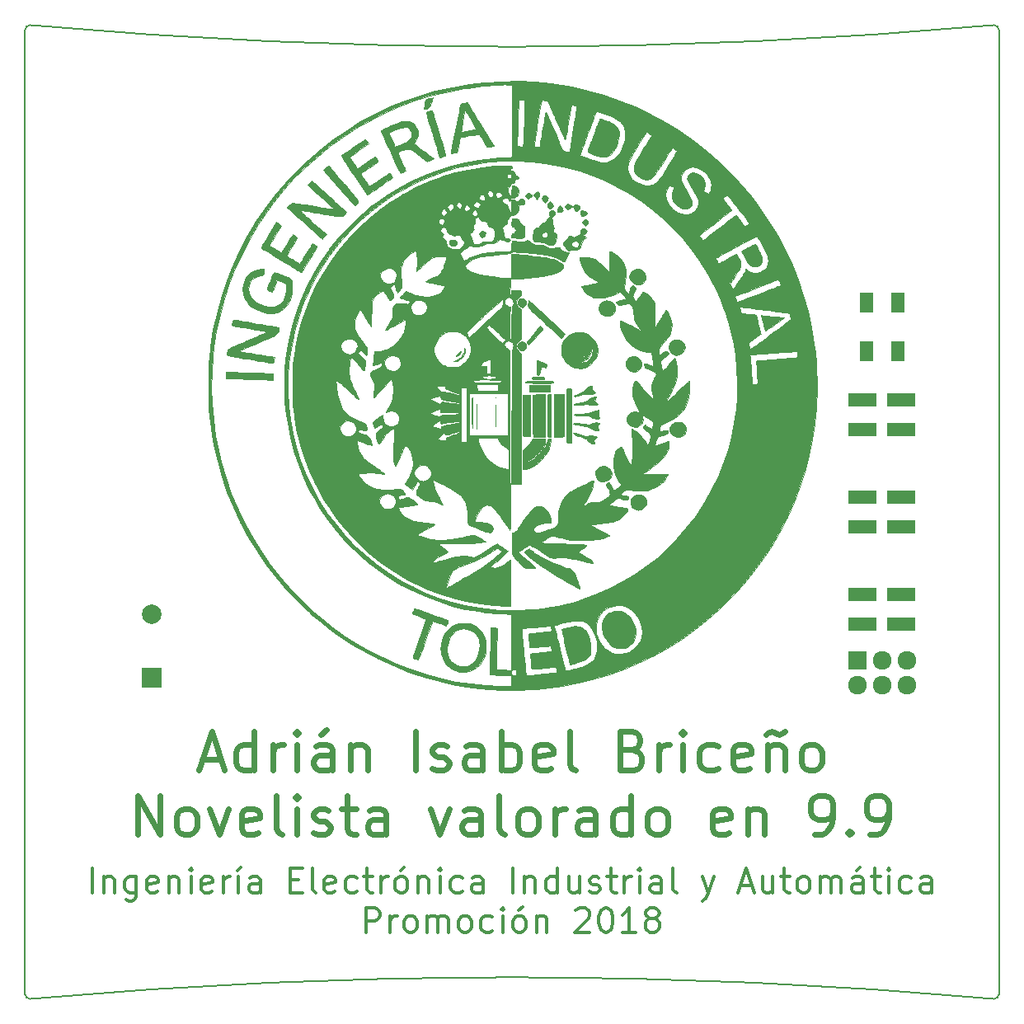
<source format=gbr>
%TF.GenerationSoftware,KiCad,Pcbnew,5.0.0*%
%TF.CreationDate,2018-09-20T16:03:51+02:00*%
%TF.ProjectId,adri,616472692E6B696361645F7063620000,rev?*%
%TF.SameCoordinates,Original*%
%TF.FileFunction,Soldermask,Top*%
%TF.FilePolarity,Negative*%
%FSLAX46Y46*%
G04 Gerber Fmt 4.6, Leading zero omitted, Abs format (unit mm)*
G04 Created by KiCad (PCBNEW 5.0.0) date Thu Sep 20 16:03:51 2018*
%MOMM*%
%LPD*%
G01*
G04 APERTURE LIST*
%ADD10C,0.150000*%
%ADD11C,0.600000*%
%ADD12C,0.300000*%
%ADD13C,0.010000*%
%ADD14C,2.000000*%
%ADD15R,2.000000X2.000000*%
%ADD16R,1.400000X2.000000*%
%ADD17R,1.924000X1.924000*%
%ADD18C,1.924000*%
%ADD19R,2.900000X1.400000*%
G04 APERTURE END LIST*
D10*
X90500000Y-150000000D02*
G75*
G02X90000000Y-149500000I0J500000D01*
G01*
X190000000Y-149500000D02*
G75*
G02X189500000Y-150000000I-500000J0D01*
G01*
X189500000Y-50000000D02*
G75*
G02X190000000Y-50500000I0J-500000D01*
G01*
X90000000Y-50500000D02*
G75*
G02X90500000Y-50000000I500000J0D01*
G01*
D11*
X108190476Y-125366666D02*
X110095238Y-125366666D01*
X107809523Y-126509523D02*
X109142857Y-122509523D01*
X110476190Y-126509523D01*
X113523809Y-126509523D02*
X113523809Y-122509523D01*
X113523809Y-126319047D02*
X113142857Y-126509523D01*
X112380952Y-126509523D01*
X111999999Y-126319047D01*
X111809523Y-126128571D01*
X111619047Y-125747619D01*
X111619047Y-124604761D01*
X111809523Y-124223809D01*
X111999999Y-124033333D01*
X112380952Y-123842857D01*
X113142857Y-123842857D01*
X113523809Y-124033333D01*
X115428571Y-126509523D02*
X115428571Y-123842857D01*
X115428571Y-124604761D02*
X115619047Y-124223809D01*
X115809523Y-124033333D01*
X116190476Y-123842857D01*
X116571428Y-123842857D01*
X117904761Y-126509523D02*
X117904761Y-123842857D01*
X117904761Y-122509523D02*
X117714285Y-122700000D01*
X117904761Y-122890476D01*
X118095238Y-122700000D01*
X117904761Y-122509523D01*
X117904761Y-122890476D01*
X121523809Y-126509523D02*
X121523809Y-124414285D01*
X121333333Y-124033333D01*
X120952380Y-123842857D01*
X120190476Y-123842857D01*
X119809523Y-124033333D01*
X121523809Y-126319047D02*
X121142857Y-126509523D01*
X120190476Y-126509523D01*
X119809523Y-126319047D01*
X119619047Y-125938095D01*
X119619047Y-125557142D01*
X119809523Y-125176190D01*
X120190476Y-124985714D01*
X121142857Y-124985714D01*
X121523809Y-124795238D01*
X120952380Y-122319047D02*
X120380952Y-122890476D01*
X123428571Y-123842857D02*
X123428571Y-126509523D01*
X123428571Y-124223809D02*
X123619047Y-124033333D01*
X123999999Y-123842857D01*
X124571428Y-123842857D01*
X124952380Y-124033333D01*
X125142857Y-124414285D01*
X125142857Y-126509523D01*
X130095238Y-126509523D02*
X130095238Y-122509523D01*
X131809523Y-126319047D02*
X132190476Y-126509523D01*
X132952380Y-126509523D01*
X133333333Y-126319047D01*
X133523809Y-125938095D01*
X133523809Y-125747619D01*
X133333333Y-125366666D01*
X132952380Y-125176190D01*
X132380952Y-125176190D01*
X131999999Y-124985714D01*
X131809523Y-124604761D01*
X131809523Y-124414285D01*
X131999999Y-124033333D01*
X132380952Y-123842857D01*
X132952380Y-123842857D01*
X133333333Y-124033333D01*
X136952380Y-126509523D02*
X136952380Y-124414285D01*
X136761904Y-124033333D01*
X136380952Y-123842857D01*
X135619047Y-123842857D01*
X135238095Y-124033333D01*
X136952380Y-126319047D02*
X136571428Y-126509523D01*
X135619047Y-126509523D01*
X135238095Y-126319047D01*
X135047619Y-125938095D01*
X135047619Y-125557142D01*
X135238095Y-125176190D01*
X135619047Y-124985714D01*
X136571428Y-124985714D01*
X136952380Y-124795238D01*
X138857142Y-126509523D02*
X138857142Y-122509523D01*
X138857142Y-124033333D02*
X139238095Y-123842857D01*
X140000000Y-123842857D01*
X140380952Y-124033333D01*
X140571428Y-124223809D01*
X140761904Y-124604761D01*
X140761904Y-125747619D01*
X140571428Y-126128571D01*
X140380952Y-126319047D01*
X140000000Y-126509523D01*
X139238095Y-126509523D01*
X138857142Y-126319047D01*
X144000000Y-126319047D02*
X143619047Y-126509523D01*
X142857142Y-126509523D01*
X142476190Y-126319047D01*
X142285714Y-125938095D01*
X142285714Y-124414285D01*
X142476190Y-124033333D01*
X142857142Y-123842857D01*
X143619047Y-123842857D01*
X144000000Y-124033333D01*
X144190476Y-124414285D01*
X144190476Y-124795238D01*
X142285714Y-125176190D01*
X146476190Y-126509523D02*
X146095238Y-126319047D01*
X145904761Y-125938095D01*
X145904761Y-122509523D01*
X152380952Y-124414285D02*
X152952380Y-124604761D01*
X153142857Y-124795238D01*
X153333333Y-125176190D01*
X153333333Y-125747619D01*
X153142857Y-126128571D01*
X152952380Y-126319047D01*
X152571428Y-126509523D01*
X151047619Y-126509523D01*
X151047619Y-122509523D01*
X152380952Y-122509523D01*
X152761904Y-122700000D01*
X152952380Y-122890476D01*
X153142857Y-123271428D01*
X153142857Y-123652380D01*
X152952380Y-124033333D01*
X152761904Y-124223809D01*
X152380952Y-124414285D01*
X151047619Y-124414285D01*
X155047619Y-126509523D02*
X155047619Y-123842857D01*
X155047619Y-124604761D02*
X155238095Y-124223809D01*
X155428571Y-124033333D01*
X155809523Y-123842857D01*
X156190476Y-123842857D01*
X157523809Y-126509523D02*
X157523809Y-123842857D01*
X157523809Y-122509523D02*
X157333333Y-122700000D01*
X157523809Y-122890476D01*
X157714285Y-122700000D01*
X157523809Y-122509523D01*
X157523809Y-122890476D01*
X161142857Y-126319047D02*
X160761904Y-126509523D01*
X159999999Y-126509523D01*
X159619047Y-126319047D01*
X159428571Y-126128571D01*
X159238095Y-125747619D01*
X159238095Y-124604761D01*
X159428571Y-124223809D01*
X159619047Y-124033333D01*
X159999999Y-123842857D01*
X160761904Y-123842857D01*
X161142857Y-124033333D01*
X164380952Y-126319047D02*
X163999999Y-126509523D01*
X163238095Y-126509523D01*
X162857142Y-126319047D01*
X162666666Y-125938095D01*
X162666666Y-124414285D01*
X162857142Y-124033333D01*
X163238095Y-123842857D01*
X163999999Y-123842857D01*
X164380952Y-124033333D01*
X164571428Y-124414285D01*
X164571428Y-124795238D01*
X162666666Y-125176190D01*
X166285714Y-123842857D02*
X166285714Y-126509523D01*
X166285714Y-124223809D02*
X166476190Y-124033333D01*
X166857142Y-123842857D01*
X167428571Y-123842857D01*
X167809523Y-124033333D01*
X167999999Y-124414285D01*
X167999999Y-126509523D01*
X166095238Y-122890476D02*
X166285714Y-122700000D01*
X166666666Y-122509523D01*
X167428571Y-122890476D01*
X167809523Y-122700000D01*
X167999999Y-122509523D01*
X170476190Y-126509523D02*
X170095238Y-126319047D01*
X169904761Y-126128571D01*
X169714285Y-125747619D01*
X169714285Y-124604761D01*
X169904761Y-124223809D01*
X170095238Y-124033333D01*
X170476190Y-123842857D01*
X171047619Y-123842857D01*
X171428571Y-124033333D01*
X171619047Y-124223809D01*
X171809523Y-124604761D01*
X171809523Y-125747619D01*
X171619047Y-126128571D01*
X171428571Y-126319047D01*
X171047619Y-126509523D01*
X170476190Y-126509523D01*
X101523809Y-133109523D02*
X101523809Y-129109523D01*
X103809523Y-133109523D01*
X103809523Y-129109523D01*
X106285714Y-133109523D02*
X105904761Y-132919047D01*
X105714285Y-132728571D01*
X105523809Y-132347619D01*
X105523809Y-131204761D01*
X105714285Y-130823809D01*
X105904761Y-130633333D01*
X106285714Y-130442857D01*
X106857142Y-130442857D01*
X107238095Y-130633333D01*
X107428571Y-130823809D01*
X107619047Y-131204761D01*
X107619047Y-132347619D01*
X107428571Y-132728571D01*
X107238095Y-132919047D01*
X106857142Y-133109523D01*
X106285714Y-133109523D01*
X108952380Y-130442857D02*
X109904761Y-133109523D01*
X110857142Y-130442857D01*
X113904761Y-132919047D02*
X113523809Y-133109523D01*
X112761904Y-133109523D01*
X112380952Y-132919047D01*
X112190476Y-132538095D01*
X112190476Y-131014285D01*
X112380952Y-130633333D01*
X112761904Y-130442857D01*
X113523809Y-130442857D01*
X113904761Y-130633333D01*
X114095238Y-131014285D01*
X114095238Y-131395238D01*
X112190476Y-131776190D01*
X116380952Y-133109523D02*
X116000000Y-132919047D01*
X115809523Y-132538095D01*
X115809523Y-129109523D01*
X117904761Y-133109523D02*
X117904761Y-130442857D01*
X117904761Y-129109523D02*
X117714285Y-129300000D01*
X117904761Y-129490476D01*
X118095238Y-129300000D01*
X117904761Y-129109523D01*
X117904761Y-129490476D01*
X119619047Y-132919047D02*
X120000000Y-133109523D01*
X120761904Y-133109523D01*
X121142857Y-132919047D01*
X121333333Y-132538095D01*
X121333333Y-132347619D01*
X121142857Y-131966666D01*
X120761904Y-131776190D01*
X120190476Y-131776190D01*
X119809523Y-131585714D01*
X119619047Y-131204761D01*
X119619047Y-131014285D01*
X119809523Y-130633333D01*
X120190476Y-130442857D01*
X120761904Y-130442857D01*
X121142857Y-130633333D01*
X122476190Y-130442857D02*
X124000000Y-130442857D01*
X123047619Y-129109523D02*
X123047619Y-132538095D01*
X123238095Y-132919047D01*
X123619047Y-133109523D01*
X124000000Y-133109523D01*
X127047619Y-133109523D02*
X127047619Y-131014285D01*
X126857142Y-130633333D01*
X126476190Y-130442857D01*
X125714285Y-130442857D01*
X125333333Y-130633333D01*
X127047619Y-132919047D02*
X126666666Y-133109523D01*
X125714285Y-133109523D01*
X125333333Y-132919047D01*
X125142857Y-132538095D01*
X125142857Y-132157142D01*
X125333333Y-131776190D01*
X125714285Y-131585714D01*
X126666666Y-131585714D01*
X127047619Y-131395238D01*
X131619047Y-130442857D02*
X132571428Y-133109523D01*
X133523809Y-130442857D01*
X136761904Y-133109523D02*
X136761904Y-131014285D01*
X136571428Y-130633333D01*
X136190476Y-130442857D01*
X135428571Y-130442857D01*
X135047619Y-130633333D01*
X136761904Y-132919047D02*
X136380952Y-133109523D01*
X135428571Y-133109523D01*
X135047619Y-132919047D01*
X134857142Y-132538095D01*
X134857142Y-132157142D01*
X135047619Y-131776190D01*
X135428571Y-131585714D01*
X136380952Y-131585714D01*
X136761904Y-131395238D01*
X139238095Y-133109523D02*
X138857142Y-132919047D01*
X138666666Y-132538095D01*
X138666666Y-129109523D01*
X141333333Y-133109523D02*
X140952380Y-132919047D01*
X140761904Y-132728571D01*
X140571428Y-132347619D01*
X140571428Y-131204761D01*
X140761904Y-130823809D01*
X140952380Y-130633333D01*
X141333333Y-130442857D01*
X141904761Y-130442857D01*
X142285714Y-130633333D01*
X142476190Y-130823809D01*
X142666666Y-131204761D01*
X142666666Y-132347619D01*
X142476190Y-132728571D01*
X142285714Y-132919047D01*
X141904761Y-133109523D01*
X141333333Y-133109523D01*
X144380952Y-133109523D02*
X144380952Y-130442857D01*
X144380952Y-131204761D02*
X144571428Y-130823809D01*
X144761904Y-130633333D01*
X145142857Y-130442857D01*
X145523809Y-130442857D01*
X148571428Y-133109523D02*
X148571428Y-131014285D01*
X148380952Y-130633333D01*
X148000000Y-130442857D01*
X147238095Y-130442857D01*
X146857142Y-130633333D01*
X148571428Y-132919047D02*
X148190476Y-133109523D01*
X147238095Y-133109523D01*
X146857142Y-132919047D01*
X146666666Y-132538095D01*
X146666666Y-132157142D01*
X146857142Y-131776190D01*
X147238095Y-131585714D01*
X148190476Y-131585714D01*
X148571428Y-131395238D01*
X152190476Y-133109523D02*
X152190476Y-129109523D01*
X152190476Y-132919047D02*
X151809523Y-133109523D01*
X151047619Y-133109523D01*
X150666666Y-132919047D01*
X150476190Y-132728571D01*
X150285714Y-132347619D01*
X150285714Y-131204761D01*
X150476190Y-130823809D01*
X150666666Y-130633333D01*
X151047619Y-130442857D01*
X151809523Y-130442857D01*
X152190476Y-130633333D01*
X154666666Y-133109523D02*
X154285714Y-132919047D01*
X154095238Y-132728571D01*
X153904761Y-132347619D01*
X153904761Y-131204761D01*
X154095238Y-130823809D01*
X154285714Y-130633333D01*
X154666666Y-130442857D01*
X155238095Y-130442857D01*
X155619047Y-130633333D01*
X155809523Y-130823809D01*
X156000000Y-131204761D01*
X156000000Y-132347619D01*
X155809523Y-132728571D01*
X155619047Y-132919047D01*
X155238095Y-133109523D01*
X154666666Y-133109523D01*
X162285714Y-132919047D02*
X161904761Y-133109523D01*
X161142857Y-133109523D01*
X160761904Y-132919047D01*
X160571428Y-132538095D01*
X160571428Y-131014285D01*
X160761904Y-130633333D01*
X161142857Y-130442857D01*
X161904761Y-130442857D01*
X162285714Y-130633333D01*
X162476190Y-131014285D01*
X162476190Y-131395238D01*
X160571428Y-131776190D01*
X164190476Y-130442857D02*
X164190476Y-133109523D01*
X164190476Y-130823809D02*
X164380952Y-130633333D01*
X164761904Y-130442857D01*
X165333333Y-130442857D01*
X165714285Y-130633333D01*
X165904761Y-131014285D01*
X165904761Y-133109523D01*
X171047619Y-133109523D02*
X171809523Y-133109523D01*
X172190476Y-132919047D01*
X172380952Y-132728571D01*
X172761904Y-132157142D01*
X172952380Y-131395238D01*
X172952380Y-129871428D01*
X172761904Y-129490476D01*
X172571428Y-129300000D01*
X172190476Y-129109523D01*
X171428571Y-129109523D01*
X171047619Y-129300000D01*
X170857142Y-129490476D01*
X170666666Y-129871428D01*
X170666666Y-130823809D01*
X170857142Y-131204761D01*
X171047619Y-131395238D01*
X171428571Y-131585714D01*
X172190476Y-131585714D01*
X172571428Y-131395238D01*
X172761904Y-131204761D01*
X172952380Y-130823809D01*
X174666666Y-132728571D02*
X174857142Y-132919047D01*
X174666666Y-133109523D01*
X174476190Y-132919047D01*
X174666666Y-132728571D01*
X174666666Y-133109523D01*
X176761904Y-133109523D02*
X177523809Y-133109523D01*
X177904761Y-132919047D01*
X178095238Y-132728571D01*
X178476190Y-132157142D01*
X178666666Y-131395238D01*
X178666666Y-129871428D01*
X178476190Y-129490476D01*
X178285714Y-129300000D01*
X177904761Y-129109523D01*
X177142857Y-129109523D01*
X176761904Y-129300000D01*
X176571428Y-129490476D01*
X176380952Y-129871428D01*
X176380952Y-130823809D01*
X176571428Y-131204761D01*
X176761904Y-131395238D01*
X177142857Y-131585714D01*
X177904761Y-131585714D01*
X178285714Y-131395238D01*
X178476190Y-131204761D01*
X178666666Y-130823809D01*
D12*
X96904761Y-139105952D02*
X96904761Y-136605952D01*
X98095238Y-137439285D02*
X98095238Y-139105952D01*
X98095238Y-137677380D02*
X98214285Y-137558333D01*
X98452380Y-137439285D01*
X98809523Y-137439285D01*
X99047619Y-137558333D01*
X99166666Y-137796428D01*
X99166666Y-139105952D01*
X101428571Y-137439285D02*
X101428571Y-139463095D01*
X101309523Y-139701190D01*
X101190476Y-139820238D01*
X100952380Y-139939285D01*
X100595238Y-139939285D01*
X100357142Y-139820238D01*
X101428571Y-138986904D02*
X101190476Y-139105952D01*
X100714285Y-139105952D01*
X100476190Y-138986904D01*
X100357142Y-138867857D01*
X100238095Y-138629761D01*
X100238095Y-137915476D01*
X100357142Y-137677380D01*
X100476190Y-137558333D01*
X100714285Y-137439285D01*
X101190476Y-137439285D01*
X101428571Y-137558333D01*
X103571428Y-138986904D02*
X103333333Y-139105952D01*
X102857142Y-139105952D01*
X102619047Y-138986904D01*
X102500000Y-138748809D01*
X102500000Y-137796428D01*
X102619047Y-137558333D01*
X102857142Y-137439285D01*
X103333333Y-137439285D01*
X103571428Y-137558333D01*
X103690476Y-137796428D01*
X103690476Y-138034523D01*
X102500000Y-138272619D01*
X104761904Y-137439285D02*
X104761904Y-139105952D01*
X104761904Y-137677380D02*
X104880952Y-137558333D01*
X105119047Y-137439285D01*
X105476190Y-137439285D01*
X105714285Y-137558333D01*
X105833333Y-137796428D01*
X105833333Y-139105952D01*
X107023809Y-139105952D02*
X107023809Y-137439285D01*
X107023809Y-136605952D02*
X106904761Y-136725000D01*
X107023809Y-136844047D01*
X107142857Y-136725000D01*
X107023809Y-136605952D01*
X107023809Y-136844047D01*
X109166666Y-138986904D02*
X108928571Y-139105952D01*
X108452380Y-139105952D01*
X108214285Y-138986904D01*
X108095238Y-138748809D01*
X108095238Y-137796428D01*
X108214285Y-137558333D01*
X108452380Y-137439285D01*
X108928571Y-137439285D01*
X109166666Y-137558333D01*
X109285714Y-137796428D01*
X109285714Y-138034523D01*
X108095238Y-138272619D01*
X110357142Y-139105952D02*
X110357142Y-137439285D01*
X110357142Y-137915476D02*
X110476190Y-137677380D01*
X110595238Y-137558333D01*
X110833333Y-137439285D01*
X111071428Y-137439285D01*
X111904761Y-139105952D02*
X111904761Y-137439285D01*
X112142857Y-136486904D02*
X111785714Y-136844047D01*
X114166666Y-139105952D02*
X114166666Y-137796428D01*
X114047619Y-137558333D01*
X113809523Y-137439285D01*
X113333333Y-137439285D01*
X113095238Y-137558333D01*
X114166666Y-138986904D02*
X113928571Y-139105952D01*
X113333333Y-139105952D01*
X113095238Y-138986904D01*
X112976190Y-138748809D01*
X112976190Y-138510714D01*
X113095238Y-138272619D01*
X113333333Y-138153571D01*
X113928571Y-138153571D01*
X114166666Y-138034523D01*
X117261904Y-137796428D02*
X118095238Y-137796428D01*
X118452380Y-139105952D02*
X117261904Y-139105952D01*
X117261904Y-136605952D01*
X118452380Y-136605952D01*
X119880952Y-139105952D02*
X119642857Y-138986904D01*
X119523809Y-138748809D01*
X119523809Y-136605952D01*
X121785714Y-138986904D02*
X121547619Y-139105952D01*
X121071428Y-139105952D01*
X120833333Y-138986904D01*
X120714285Y-138748809D01*
X120714285Y-137796428D01*
X120833333Y-137558333D01*
X121071428Y-137439285D01*
X121547619Y-137439285D01*
X121785714Y-137558333D01*
X121904761Y-137796428D01*
X121904761Y-138034523D01*
X120714285Y-138272619D01*
X124047619Y-138986904D02*
X123809523Y-139105952D01*
X123333333Y-139105952D01*
X123095238Y-138986904D01*
X122976190Y-138867857D01*
X122857142Y-138629761D01*
X122857142Y-137915476D01*
X122976190Y-137677380D01*
X123095238Y-137558333D01*
X123333333Y-137439285D01*
X123809523Y-137439285D01*
X124047619Y-137558333D01*
X124761904Y-137439285D02*
X125714285Y-137439285D01*
X125119047Y-136605952D02*
X125119047Y-138748809D01*
X125238095Y-138986904D01*
X125476190Y-139105952D01*
X125714285Y-139105952D01*
X126547619Y-139105952D02*
X126547619Y-137439285D01*
X126547619Y-137915476D02*
X126666666Y-137677380D01*
X126785714Y-137558333D01*
X127023809Y-137439285D01*
X127261904Y-137439285D01*
X128452380Y-139105952D02*
X128214285Y-138986904D01*
X128095238Y-138867857D01*
X127976190Y-138629761D01*
X127976190Y-137915476D01*
X128095238Y-137677380D01*
X128214285Y-137558333D01*
X128452380Y-137439285D01*
X128809523Y-137439285D01*
X129047619Y-137558333D01*
X129166666Y-137677380D01*
X129285714Y-137915476D01*
X129285714Y-138629761D01*
X129166666Y-138867857D01*
X129047619Y-138986904D01*
X128809523Y-139105952D01*
X128452380Y-139105952D01*
X128928571Y-136486904D02*
X128571428Y-136844047D01*
X130357142Y-137439285D02*
X130357142Y-139105952D01*
X130357142Y-137677380D02*
X130476190Y-137558333D01*
X130714285Y-137439285D01*
X131071428Y-137439285D01*
X131309523Y-137558333D01*
X131428571Y-137796428D01*
X131428571Y-139105952D01*
X132619047Y-139105952D02*
X132619047Y-137439285D01*
X132619047Y-136605952D02*
X132500000Y-136725000D01*
X132619047Y-136844047D01*
X132738095Y-136725000D01*
X132619047Y-136605952D01*
X132619047Y-136844047D01*
X134880952Y-138986904D02*
X134642857Y-139105952D01*
X134166666Y-139105952D01*
X133928571Y-138986904D01*
X133809523Y-138867857D01*
X133690476Y-138629761D01*
X133690476Y-137915476D01*
X133809523Y-137677380D01*
X133928571Y-137558333D01*
X134166666Y-137439285D01*
X134642857Y-137439285D01*
X134880952Y-137558333D01*
X137023809Y-139105952D02*
X137023809Y-137796428D01*
X136904761Y-137558333D01*
X136666666Y-137439285D01*
X136190476Y-137439285D01*
X135952380Y-137558333D01*
X137023809Y-138986904D02*
X136785714Y-139105952D01*
X136190476Y-139105952D01*
X135952380Y-138986904D01*
X135833333Y-138748809D01*
X135833333Y-138510714D01*
X135952380Y-138272619D01*
X136190476Y-138153571D01*
X136785714Y-138153571D01*
X137023809Y-138034523D01*
X140119047Y-139105952D02*
X140119047Y-136605952D01*
X141309523Y-137439285D02*
X141309523Y-139105952D01*
X141309523Y-137677380D02*
X141428571Y-137558333D01*
X141666666Y-137439285D01*
X142023809Y-137439285D01*
X142261904Y-137558333D01*
X142380952Y-137796428D01*
X142380952Y-139105952D01*
X144642857Y-139105952D02*
X144642857Y-136605952D01*
X144642857Y-138986904D02*
X144404761Y-139105952D01*
X143928571Y-139105952D01*
X143690476Y-138986904D01*
X143571428Y-138867857D01*
X143452380Y-138629761D01*
X143452380Y-137915476D01*
X143571428Y-137677380D01*
X143690476Y-137558333D01*
X143928571Y-137439285D01*
X144404761Y-137439285D01*
X144642857Y-137558333D01*
X146904761Y-137439285D02*
X146904761Y-139105952D01*
X145833333Y-137439285D02*
X145833333Y-138748809D01*
X145952380Y-138986904D01*
X146190476Y-139105952D01*
X146547619Y-139105952D01*
X146785714Y-138986904D01*
X146904761Y-138867857D01*
X147976190Y-138986904D02*
X148214285Y-139105952D01*
X148690476Y-139105952D01*
X148928571Y-138986904D01*
X149047619Y-138748809D01*
X149047619Y-138629761D01*
X148928571Y-138391666D01*
X148690476Y-138272619D01*
X148333333Y-138272619D01*
X148095238Y-138153571D01*
X147976190Y-137915476D01*
X147976190Y-137796428D01*
X148095238Y-137558333D01*
X148333333Y-137439285D01*
X148690476Y-137439285D01*
X148928571Y-137558333D01*
X149761904Y-137439285D02*
X150714285Y-137439285D01*
X150119047Y-136605952D02*
X150119047Y-138748809D01*
X150238095Y-138986904D01*
X150476190Y-139105952D01*
X150714285Y-139105952D01*
X151547619Y-139105952D02*
X151547619Y-137439285D01*
X151547619Y-137915476D02*
X151666666Y-137677380D01*
X151785714Y-137558333D01*
X152023809Y-137439285D01*
X152261904Y-137439285D01*
X153095238Y-139105952D02*
X153095238Y-137439285D01*
X153095238Y-136605952D02*
X152976190Y-136725000D01*
X153095238Y-136844047D01*
X153214285Y-136725000D01*
X153095238Y-136605952D01*
X153095238Y-136844047D01*
X155357142Y-139105952D02*
X155357142Y-137796428D01*
X155238095Y-137558333D01*
X154999999Y-137439285D01*
X154523809Y-137439285D01*
X154285714Y-137558333D01*
X155357142Y-138986904D02*
X155119047Y-139105952D01*
X154523809Y-139105952D01*
X154285714Y-138986904D01*
X154166666Y-138748809D01*
X154166666Y-138510714D01*
X154285714Y-138272619D01*
X154523809Y-138153571D01*
X155119047Y-138153571D01*
X155357142Y-138034523D01*
X156904761Y-139105952D02*
X156666666Y-138986904D01*
X156547619Y-138748809D01*
X156547619Y-136605952D01*
X159523809Y-137439285D02*
X160119047Y-139105952D01*
X160714285Y-137439285D02*
X160119047Y-139105952D01*
X159880952Y-139701190D01*
X159761904Y-139820238D01*
X159523809Y-139939285D01*
X163452380Y-138391666D02*
X164642857Y-138391666D01*
X163214285Y-139105952D02*
X164047619Y-136605952D01*
X164880952Y-139105952D01*
X166785714Y-137439285D02*
X166785714Y-139105952D01*
X165714285Y-137439285D02*
X165714285Y-138748809D01*
X165833333Y-138986904D01*
X166071428Y-139105952D01*
X166428571Y-139105952D01*
X166666666Y-138986904D01*
X166785714Y-138867857D01*
X167619047Y-137439285D02*
X168571428Y-137439285D01*
X167976190Y-136605952D02*
X167976190Y-138748809D01*
X168095238Y-138986904D01*
X168333333Y-139105952D01*
X168571428Y-139105952D01*
X169761904Y-139105952D02*
X169523809Y-138986904D01*
X169404761Y-138867857D01*
X169285714Y-138629761D01*
X169285714Y-137915476D01*
X169404761Y-137677380D01*
X169523809Y-137558333D01*
X169761904Y-137439285D01*
X170119047Y-137439285D01*
X170357142Y-137558333D01*
X170476190Y-137677380D01*
X170595238Y-137915476D01*
X170595238Y-138629761D01*
X170476190Y-138867857D01*
X170357142Y-138986904D01*
X170119047Y-139105952D01*
X169761904Y-139105952D01*
X171666666Y-139105952D02*
X171666666Y-137439285D01*
X171666666Y-137677380D02*
X171785714Y-137558333D01*
X172023809Y-137439285D01*
X172380952Y-137439285D01*
X172619047Y-137558333D01*
X172738095Y-137796428D01*
X172738095Y-139105952D01*
X172738095Y-137796428D02*
X172857142Y-137558333D01*
X173095238Y-137439285D01*
X173452380Y-137439285D01*
X173690476Y-137558333D01*
X173809523Y-137796428D01*
X173809523Y-139105952D01*
X176071428Y-139105952D02*
X176071428Y-137796428D01*
X175952380Y-137558333D01*
X175714285Y-137439285D01*
X175238095Y-137439285D01*
X174999999Y-137558333D01*
X176071428Y-138986904D02*
X175833333Y-139105952D01*
X175238095Y-139105952D01*
X174999999Y-138986904D01*
X174880952Y-138748809D01*
X174880952Y-138510714D01*
X174999999Y-138272619D01*
X175238095Y-138153571D01*
X175833333Y-138153571D01*
X176071428Y-138034523D01*
X175714285Y-136486904D02*
X175357142Y-136844047D01*
X176904761Y-137439285D02*
X177857142Y-137439285D01*
X177261904Y-136605952D02*
X177261904Y-138748809D01*
X177380952Y-138986904D01*
X177619047Y-139105952D01*
X177857142Y-139105952D01*
X178690476Y-139105952D02*
X178690476Y-137439285D01*
X178690476Y-136605952D02*
X178571428Y-136725000D01*
X178690476Y-136844047D01*
X178809523Y-136725000D01*
X178690476Y-136605952D01*
X178690476Y-136844047D01*
X180952380Y-138986904D02*
X180714285Y-139105952D01*
X180238095Y-139105952D01*
X179999999Y-138986904D01*
X179880952Y-138867857D01*
X179761904Y-138629761D01*
X179761904Y-137915476D01*
X179880952Y-137677380D01*
X179999999Y-137558333D01*
X180238095Y-137439285D01*
X180714285Y-137439285D01*
X180952380Y-137558333D01*
X183095238Y-139105952D02*
X183095238Y-137796428D01*
X182976190Y-137558333D01*
X182738095Y-137439285D01*
X182261904Y-137439285D01*
X182023809Y-137558333D01*
X183095238Y-138986904D02*
X182857142Y-139105952D01*
X182261904Y-139105952D01*
X182023809Y-138986904D01*
X181904761Y-138748809D01*
X181904761Y-138510714D01*
X182023809Y-138272619D01*
X182261904Y-138153571D01*
X182857142Y-138153571D01*
X183095238Y-138034523D01*
X125000000Y-143155952D02*
X125000000Y-140655952D01*
X125952380Y-140655952D01*
X126190476Y-140775000D01*
X126309523Y-140894047D01*
X126428571Y-141132142D01*
X126428571Y-141489285D01*
X126309523Y-141727380D01*
X126190476Y-141846428D01*
X125952380Y-141965476D01*
X125000000Y-141965476D01*
X127500000Y-143155952D02*
X127500000Y-141489285D01*
X127500000Y-141965476D02*
X127619047Y-141727380D01*
X127738095Y-141608333D01*
X127976190Y-141489285D01*
X128214285Y-141489285D01*
X129404761Y-143155952D02*
X129166666Y-143036904D01*
X129047619Y-142917857D01*
X128928571Y-142679761D01*
X128928571Y-141965476D01*
X129047619Y-141727380D01*
X129166666Y-141608333D01*
X129404761Y-141489285D01*
X129761904Y-141489285D01*
X130000000Y-141608333D01*
X130119047Y-141727380D01*
X130238095Y-141965476D01*
X130238095Y-142679761D01*
X130119047Y-142917857D01*
X130000000Y-143036904D01*
X129761904Y-143155952D01*
X129404761Y-143155952D01*
X131309523Y-143155952D02*
X131309523Y-141489285D01*
X131309523Y-141727380D02*
X131428571Y-141608333D01*
X131666666Y-141489285D01*
X132023809Y-141489285D01*
X132261904Y-141608333D01*
X132380952Y-141846428D01*
X132380952Y-143155952D01*
X132380952Y-141846428D02*
X132500000Y-141608333D01*
X132738095Y-141489285D01*
X133095238Y-141489285D01*
X133333333Y-141608333D01*
X133452380Y-141846428D01*
X133452380Y-143155952D01*
X135000000Y-143155952D02*
X134761904Y-143036904D01*
X134642857Y-142917857D01*
X134523809Y-142679761D01*
X134523809Y-141965476D01*
X134642857Y-141727380D01*
X134761904Y-141608333D01*
X135000000Y-141489285D01*
X135357142Y-141489285D01*
X135595238Y-141608333D01*
X135714285Y-141727380D01*
X135833333Y-141965476D01*
X135833333Y-142679761D01*
X135714285Y-142917857D01*
X135595238Y-143036904D01*
X135357142Y-143155952D01*
X135000000Y-143155952D01*
X137976190Y-143036904D02*
X137738095Y-143155952D01*
X137261904Y-143155952D01*
X137023809Y-143036904D01*
X136904761Y-142917857D01*
X136785714Y-142679761D01*
X136785714Y-141965476D01*
X136904761Y-141727380D01*
X137023809Y-141608333D01*
X137261904Y-141489285D01*
X137738095Y-141489285D01*
X137976190Y-141608333D01*
X139047619Y-143155952D02*
X139047619Y-141489285D01*
X139047619Y-140655952D02*
X138928571Y-140775000D01*
X139047619Y-140894047D01*
X139166666Y-140775000D01*
X139047619Y-140655952D01*
X139047619Y-140894047D01*
X140595238Y-143155952D02*
X140357142Y-143036904D01*
X140238095Y-142917857D01*
X140119047Y-142679761D01*
X140119047Y-141965476D01*
X140238095Y-141727380D01*
X140357142Y-141608333D01*
X140595238Y-141489285D01*
X140952380Y-141489285D01*
X141190476Y-141608333D01*
X141309523Y-141727380D01*
X141428571Y-141965476D01*
X141428571Y-142679761D01*
X141309523Y-142917857D01*
X141190476Y-143036904D01*
X140952380Y-143155952D01*
X140595238Y-143155952D01*
X141071428Y-140536904D02*
X140714285Y-140894047D01*
X142500000Y-141489285D02*
X142500000Y-143155952D01*
X142500000Y-141727380D02*
X142619047Y-141608333D01*
X142857142Y-141489285D01*
X143214285Y-141489285D01*
X143452380Y-141608333D01*
X143571428Y-141846428D01*
X143571428Y-143155952D01*
X146547619Y-140894047D02*
X146666666Y-140775000D01*
X146904761Y-140655952D01*
X147500000Y-140655952D01*
X147738095Y-140775000D01*
X147857142Y-140894047D01*
X147976190Y-141132142D01*
X147976190Y-141370238D01*
X147857142Y-141727380D01*
X146428571Y-143155952D01*
X147976190Y-143155952D01*
X149523809Y-140655952D02*
X149761904Y-140655952D01*
X150000000Y-140775000D01*
X150119047Y-140894047D01*
X150238095Y-141132142D01*
X150357142Y-141608333D01*
X150357142Y-142203571D01*
X150238095Y-142679761D01*
X150119047Y-142917857D01*
X150000000Y-143036904D01*
X149761904Y-143155952D01*
X149523809Y-143155952D01*
X149285714Y-143036904D01*
X149166666Y-142917857D01*
X149047619Y-142679761D01*
X148928571Y-142203571D01*
X148928571Y-141608333D01*
X149047619Y-141132142D01*
X149166666Y-140894047D01*
X149285714Y-140775000D01*
X149523809Y-140655952D01*
X152738095Y-143155952D02*
X151309523Y-143155952D01*
X152023809Y-143155952D02*
X152023809Y-140655952D01*
X151785714Y-141013095D01*
X151547619Y-141251190D01*
X151309523Y-141370238D01*
X154166666Y-141727380D02*
X153928571Y-141608333D01*
X153809523Y-141489285D01*
X153690476Y-141251190D01*
X153690476Y-141132142D01*
X153809523Y-140894047D01*
X153928571Y-140775000D01*
X154166666Y-140655952D01*
X154642857Y-140655952D01*
X154880952Y-140775000D01*
X155000000Y-140894047D01*
X155119047Y-141132142D01*
X155119047Y-141251190D01*
X155000000Y-141489285D01*
X154880952Y-141608333D01*
X154642857Y-141727380D01*
X154166666Y-141727380D01*
X153928571Y-141846428D01*
X153809523Y-141965476D01*
X153690476Y-142203571D01*
X153690476Y-142679761D01*
X153809523Y-142917857D01*
X153928571Y-143036904D01*
X154166666Y-143155952D01*
X154642857Y-143155952D01*
X154880952Y-143036904D01*
X155000000Y-142917857D01*
X155119047Y-142679761D01*
X155119047Y-142203571D01*
X155000000Y-141965476D01*
X154880952Y-141846428D01*
X154642857Y-141727380D01*
D10*
X90500001Y-150000000D02*
G75*
G02X189500000Y-150000000I49499999J-550000000D01*
G01*
X189499999Y-50000000D02*
G75*
G02X90500000Y-50000000I-49500000J549999999D01*
G01*
X90000000Y-149500000D02*
X90000000Y-50500000D01*
X190000000Y-149500000D02*
X190000000Y-50500000D01*
D13*
G36*
X137138887Y-71178890D02*
X137237403Y-71242541D01*
X137274262Y-71359429D01*
X137275273Y-71390723D01*
X137243896Y-71489176D01*
X137165972Y-71607644D01*
X137065813Y-71717814D01*
X136967729Y-71791376D01*
X136918517Y-71806182D01*
X136856332Y-71772950D01*
X136776907Y-71692416D01*
X136772528Y-71686919D01*
X136671651Y-71528179D01*
X136647382Y-71396085D01*
X136695235Y-71272830D01*
X136766243Y-71196602D01*
X136868152Y-71164263D01*
X136966919Y-71159636D01*
X137138887Y-71178890D01*
X137138887Y-71178890D01*
G37*
X137138887Y-71178890D02*
X137237403Y-71242541D01*
X137274262Y-71359429D01*
X137275273Y-71390723D01*
X137243896Y-71489176D01*
X137165972Y-71607644D01*
X137065813Y-71717814D01*
X136967729Y-71791376D01*
X136918517Y-71806182D01*
X136856332Y-71772950D01*
X136776907Y-71692416D01*
X136772528Y-71686919D01*
X136671651Y-71528179D01*
X136647382Y-71396085D01*
X136695235Y-71272830D01*
X136766243Y-71196602D01*
X136868152Y-71164263D01*
X136966919Y-71159636D01*
X137138887Y-71178890D01*
G36*
X134060720Y-72067177D02*
X134111359Y-72083098D01*
X134258651Y-72167827D01*
X134317364Y-72277216D01*
X134287772Y-72412687D01*
X134200077Y-72541548D01*
X134056740Y-72654193D01*
X133895051Y-72691808D01*
X133739163Y-72653530D01*
X133630261Y-72561954D01*
X133548840Y-72421410D01*
X133549004Y-72294612D01*
X133605146Y-72187756D01*
X133720171Y-72096294D01*
X133883404Y-72053749D01*
X134060720Y-72067177D01*
X134060720Y-72067177D01*
G37*
X134060720Y-72067177D02*
X134111359Y-72083098D01*
X134258651Y-72167827D01*
X134317364Y-72277216D01*
X134287772Y-72412687D01*
X134200077Y-72541548D01*
X134056740Y-72654193D01*
X133895051Y-72691808D01*
X133739163Y-72653530D01*
X133630261Y-72561954D01*
X133548840Y-72421410D01*
X133549004Y-72294612D01*
X133605146Y-72187756D01*
X133720171Y-72096294D01*
X133883404Y-72053749D01*
X134060720Y-72067177D01*
G36*
X134727769Y-83502742D02*
X134715566Y-83571000D01*
X134662877Y-83681288D01*
X134566402Y-83803952D01*
X134451399Y-83913544D01*
X134343128Y-83984615D01*
X134291569Y-83998182D01*
X134241865Y-83987978D01*
X134260749Y-83941651D01*
X134279106Y-83917364D01*
X134457254Y-83694451D01*
X134587245Y-83544667D01*
X134673028Y-83464876D01*
X134718553Y-83451946D01*
X134727769Y-83502742D01*
X134727769Y-83502742D01*
G37*
X134727769Y-83502742D02*
X134715566Y-83571000D01*
X134662877Y-83681288D01*
X134566402Y-83803952D01*
X134451399Y-83913544D01*
X134343128Y-83984615D01*
X134291569Y-83998182D01*
X134241865Y-83987978D01*
X134260749Y-83941651D01*
X134279106Y-83917364D01*
X134457254Y-83694451D01*
X134587245Y-83544667D01*
X134673028Y-83464876D01*
X134718553Y-83451946D01*
X134727769Y-83502742D01*
G36*
X135147491Y-83305455D02*
X135169287Y-83535984D01*
X135113906Y-83773169D01*
X134994054Y-84002407D01*
X134822439Y-84209094D01*
X134611765Y-84378629D01*
X134374741Y-84496409D01*
X134124073Y-84547831D01*
X134065636Y-84548732D01*
X133999281Y-84543228D01*
X134000671Y-84526827D01*
X134077429Y-84493103D01*
X134172977Y-84458272D01*
X134452542Y-84340733D01*
X134660049Y-84208072D01*
X134815794Y-84046696D01*
X134842414Y-84009929D01*
X134954868Y-83814322D01*
X135045776Y-83595181D01*
X135100388Y-83391117D01*
X135109331Y-83311194D01*
X135113934Y-83190000D01*
X135147491Y-83305455D01*
X135147491Y-83305455D01*
G37*
X135147491Y-83305455D02*
X135169287Y-83535984D01*
X135113906Y-83773169D01*
X134994054Y-84002407D01*
X134822439Y-84209094D01*
X134611765Y-84378629D01*
X134374741Y-84496409D01*
X134124073Y-84547831D01*
X134065636Y-84548732D01*
X133999281Y-84543228D01*
X134000671Y-84526827D01*
X134077429Y-84493103D01*
X134172977Y-84458272D01*
X134452542Y-84340733D01*
X134660049Y-84208072D01*
X134815794Y-84046696D01*
X134842414Y-84009929D01*
X134954868Y-83814322D01*
X135045776Y-83595181D01*
X135100388Y-83391117D01*
X135109331Y-83311194D01*
X135113934Y-83190000D01*
X135147491Y-83305455D01*
G36*
X138337455Y-88223818D02*
X138314364Y-88246909D01*
X138291273Y-88223818D01*
X138314364Y-88200727D01*
X138337455Y-88223818D01*
X138337455Y-88223818D01*
G37*
X138337455Y-88223818D02*
X138314364Y-88246909D01*
X138291273Y-88223818D01*
X138314364Y-88200727D01*
X138337455Y-88223818D01*
G36*
X136377190Y-88984584D02*
X136381378Y-89094896D01*
X136384707Y-89281959D01*
X136387426Y-89550479D01*
X136389787Y-89905164D01*
X136390501Y-90036455D01*
X136391809Y-90385017D01*
X136392001Y-90701814D01*
X136391152Y-90975604D01*
X136389332Y-91195146D01*
X136386616Y-91349200D01*
X136383074Y-91426523D01*
X136381483Y-91433455D01*
X136374773Y-91389736D01*
X136366174Y-91268360D01*
X136356467Y-91083990D01*
X136346434Y-90851294D01*
X136337806Y-90613727D01*
X136330574Y-90292094D01*
X136328795Y-89949971D01*
X136332261Y-89619579D01*
X136340765Y-89333138D01*
X136346824Y-89216727D01*
X136356959Y-89067096D01*
X136365231Y-88975391D01*
X136371891Y-88946318D01*
X136377190Y-88984584D01*
X136377190Y-88984584D01*
G37*
X136377190Y-88984584D02*
X136381378Y-89094896D01*
X136384707Y-89281959D01*
X136387426Y-89550479D01*
X136389787Y-89905164D01*
X136390501Y-90036455D01*
X136391809Y-90385017D01*
X136392001Y-90701814D01*
X136391152Y-90975604D01*
X136389332Y-91195146D01*
X136386616Y-91349200D01*
X136383074Y-91426523D01*
X136381483Y-91433455D01*
X136374773Y-91389736D01*
X136366174Y-91268360D01*
X136356467Y-91083990D01*
X136346434Y-90851294D01*
X136337806Y-90613727D01*
X136330574Y-90292094D01*
X136328795Y-89949971D01*
X136332261Y-89619579D01*
X136340765Y-89333138D01*
X136346824Y-89216727D01*
X136356959Y-89067096D01*
X136365231Y-88975391D01*
X136371891Y-88946318D01*
X136377190Y-88984584D01*
G36*
X135959675Y-88209008D02*
X135964764Y-88259028D01*
X135968825Y-88390967D01*
X135971786Y-88594385D01*
X135973577Y-88858842D01*
X135974126Y-89173898D01*
X135973364Y-89529113D01*
X135971220Y-89913887D01*
X135967367Y-90362557D01*
X135962800Y-90723935D01*
X135957316Y-91003089D01*
X135950710Y-91205089D01*
X135942779Y-91335004D01*
X135933319Y-91397904D01*
X135922126Y-91398858D01*
X135912909Y-91364182D01*
X135901867Y-91264916D01*
X135892299Y-91093570D01*
X135884250Y-90863366D01*
X135877766Y-90587525D01*
X135872892Y-90279269D01*
X135869673Y-89951819D01*
X135868155Y-89618396D01*
X135868383Y-89292221D01*
X135870402Y-88986516D01*
X135874257Y-88714503D01*
X135879995Y-88489402D01*
X135887659Y-88324435D01*
X135897297Y-88232824D01*
X135902127Y-88219206D01*
X135952520Y-88204096D01*
X135959675Y-88209008D01*
X135959675Y-88209008D01*
G37*
X135959675Y-88209008D02*
X135964764Y-88259028D01*
X135968825Y-88390967D01*
X135971786Y-88594385D01*
X135973577Y-88858842D01*
X135974126Y-89173898D01*
X135973364Y-89529113D01*
X135971220Y-89913887D01*
X135967367Y-90362557D01*
X135962800Y-90723935D01*
X135957316Y-91003089D01*
X135950710Y-91205089D01*
X135942779Y-91335004D01*
X135933319Y-91397904D01*
X135922126Y-91398858D01*
X135912909Y-91364182D01*
X135901867Y-91264916D01*
X135892299Y-91093570D01*
X135884250Y-90863366D01*
X135877766Y-90587525D01*
X135872892Y-90279269D01*
X135869673Y-89951819D01*
X135868155Y-89618396D01*
X135868383Y-89292221D01*
X135870402Y-88986516D01*
X135874257Y-88714503D01*
X135879995Y-88489402D01*
X135887659Y-88324435D01*
X135897297Y-88232824D01*
X135902127Y-88219206D01*
X135952520Y-88204096D01*
X135959675Y-88209008D01*
G36*
X138321168Y-88979860D02*
X138323862Y-89067963D01*
X138325851Y-89182091D01*
X138329684Y-89551936D01*
X138331360Y-89973571D01*
X138330880Y-90406447D01*
X138328243Y-90810017D01*
X138325851Y-91006273D01*
X138323025Y-91156305D01*
X138320398Y-91218173D01*
X138318033Y-91196077D01*
X138315992Y-91094218D01*
X138314339Y-90916793D01*
X138313135Y-90668004D01*
X138312442Y-90352050D01*
X138312296Y-90094182D01*
X138312594Y-89733872D01*
X138313448Y-89437799D01*
X138314795Y-89210161D01*
X138316572Y-89055158D01*
X138318717Y-88976991D01*
X138321168Y-88979860D01*
X138321168Y-88979860D01*
G37*
X138321168Y-88979860D02*
X138323862Y-89067963D01*
X138325851Y-89182091D01*
X138329684Y-89551936D01*
X138331360Y-89973571D01*
X138330880Y-90406447D01*
X138328243Y-90810017D01*
X138325851Y-91006273D01*
X138323025Y-91156305D01*
X138320398Y-91218173D01*
X138318033Y-91196077D01*
X138315992Y-91094218D01*
X138314339Y-90916793D01*
X138313135Y-90668004D01*
X138312442Y-90352050D01*
X138312296Y-90094182D01*
X138312594Y-89733872D01*
X138313448Y-89437799D01*
X138314795Y-89210161D01*
X138316572Y-89055158D01*
X138318717Y-88976991D01*
X138321168Y-88979860D01*
G36*
X149070214Y-59590096D02*
X149185853Y-59625389D01*
X149349114Y-59682023D01*
X149541172Y-59752918D01*
X149743204Y-59830997D01*
X149936385Y-59909179D01*
X150101892Y-59980385D01*
X150199243Y-60026315D01*
X150515712Y-60217624D01*
X150746937Y-60432755D01*
X150898767Y-60680273D01*
X150977051Y-60968745D01*
X150991273Y-61186044D01*
X150958788Y-61559177D01*
X150867656Y-61951237D01*
X150727359Y-62339550D01*
X150547378Y-62701440D01*
X150337198Y-63014233D01*
X150136952Y-63228957D01*
X149882245Y-63395903D01*
X149582074Y-63495892D01*
X149260073Y-63523251D01*
X149028546Y-63494915D01*
X148902579Y-63460835D01*
X148719958Y-63403057D01*
X148505875Y-63330495D01*
X148285524Y-63252064D01*
X148084098Y-63176677D01*
X147926791Y-63113251D01*
X147853042Y-63078959D01*
X147778875Y-63021817D01*
X147758546Y-62982720D01*
X147774069Y-62932687D01*
X147817806Y-62807848D01*
X147885507Y-62619647D01*
X147972923Y-62379527D01*
X148075803Y-62098933D01*
X148189898Y-61789306D01*
X148310957Y-61462092D01*
X148434732Y-61128732D01*
X148556973Y-60800671D01*
X148673429Y-60489352D01*
X148779852Y-60206218D01*
X148871990Y-59962712D01*
X148945595Y-59770279D01*
X148996417Y-59640361D01*
X149020206Y-59584402D01*
X149021020Y-59583222D01*
X149070214Y-59590096D01*
X149070214Y-59590096D01*
G37*
X149070214Y-59590096D02*
X149185853Y-59625389D01*
X149349114Y-59682023D01*
X149541172Y-59752918D01*
X149743204Y-59830997D01*
X149936385Y-59909179D01*
X150101892Y-59980385D01*
X150199243Y-60026315D01*
X150515712Y-60217624D01*
X150746937Y-60432755D01*
X150898767Y-60680273D01*
X150977051Y-60968745D01*
X150991273Y-61186044D01*
X150958788Y-61559177D01*
X150867656Y-61951237D01*
X150727359Y-62339550D01*
X150547378Y-62701440D01*
X150337198Y-63014233D01*
X150136952Y-63228957D01*
X149882245Y-63395903D01*
X149582074Y-63495892D01*
X149260073Y-63523251D01*
X149028546Y-63494915D01*
X148902579Y-63460835D01*
X148719958Y-63403057D01*
X148505875Y-63330495D01*
X148285524Y-63252064D01*
X148084098Y-63176677D01*
X147926791Y-63113251D01*
X147853042Y-63078959D01*
X147778875Y-63021817D01*
X147758546Y-62982720D01*
X147774069Y-62932687D01*
X147817806Y-62807848D01*
X147885507Y-62619647D01*
X147972923Y-62379527D01*
X148075803Y-62098933D01*
X148189898Y-61789306D01*
X148310957Y-61462092D01*
X148434732Y-61128732D01*
X148556973Y-60800671D01*
X148673429Y-60489352D01*
X148779852Y-60206218D01*
X148871990Y-59962712D01*
X148945595Y-59770279D01*
X148996417Y-59640361D01*
X149020206Y-59584402D01*
X149021020Y-59583222D01*
X149070214Y-59590096D01*
G36*
X164988416Y-72526484D02*
X165001606Y-72539396D01*
X165046235Y-72606303D01*
X165122750Y-72738639D01*
X165221633Y-72919266D01*
X165333362Y-73131050D01*
X165372924Y-73207771D01*
X165495004Y-73449552D01*
X165579557Y-73629304D01*
X165633301Y-73766073D01*
X165662954Y-73878906D01*
X165675234Y-73986851D01*
X165677091Y-74070137D01*
X165668986Y-74242430D01*
X165637187Y-74361450D01*
X165570466Y-74465442D01*
X165555827Y-74483209D01*
X165365614Y-74651806D01*
X165140733Y-74761023D01*
X164903747Y-74805560D01*
X164677218Y-74780114D01*
X164542615Y-74721326D01*
X164420397Y-74628741D01*
X164296243Y-74494679D01*
X164162078Y-74307942D01*
X164009829Y-74057333D01*
X163837902Y-73743884D01*
X163555282Y-73210858D01*
X164244869Y-72837643D01*
X164498366Y-72701468D01*
X164683583Y-72605504D01*
X164812858Y-72544886D01*
X164898529Y-72514752D01*
X164952936Y-72510239D01*
X164988416Y-72526484D01*
X164988416Y-72526484D01*
G37*
X164988416Y-72526484D02*
X165001606Y-72539396D01*
X165046235Y-72606303D01*
X165122750Y-72738639D01*
X165221633Y-72919266D01*
X165333362Y-73131050D01*
X165372924Y-73207771D01*
X165495004Y-73449552D01*
X165579557Y-73629304D01*
X165633301Y-73766073D01*
X165662954Y-73878906D01*
X165675234Y-73986851D01*
X165677091Y-74070137D01*
X165668986Y-74242430D01*
X165637187Y-74361450D01*
X165570466Y-74465442D01*
X165555827Y-74483209D01*
X165365614Y-74651806D01*
X165140733Y-74761023D01*
X164903747Y-74805560D01*
X164677218Y-74780114D01*
X164542615Y-74721326D01*
X164420397Y-74628741D01*
X164296243Y-74494679D01*
X164162078Y-74307942D01*
X164009829Y-74057333D01*
X163837902Y-73743884D01*
X163555282Y-73210858D01*
X164244869Y-72837643D01*
X164498366Y-72701468D01*
X164683583Y-72605504D01*
X164812858Y-72544886D01*
X164898529Y-72514752D01*
X164952936Y-72510239D01*
X164988416Y-72526484D01*
G36*
X165809335Y-79816572D02*
X165909532Y-79828217D01*
X166077974Y-79846144D01*
X166298277Y-79868753D01*
X166554057Y-79894444D01*
X166828930Y-79921618D01*
X167106512Y-79948675D01*
X167370419Y-79974016D01*
X167604267Y-79996041D01*
X167791673Y-80013150D01*
X167916252Y-80023744D01*
X167959138Y-80026456D01*
X167934959Y-80051004D01*
X167844142Y-80119807D01*
X167696764Y-80225690D01*
X167502905Y-80361473D01*
X167272643Y-80519978D01*
X167127865Y-80618489D01*
X166803144Y-80838867D01*
X166547005Y-81012738D01*
X166351115Y-81144732D01*
X166207140Y-81239480D01*
X166106746Y-81301612D01*
X166041600Y-81335757D01*
X166003369Y-81346546D01*
X165983718Y-81338608D01*
X165974313Y-81316573D01*
X165966822Y-81285073D01*
X165961018Y-81266761D01*
X165936274Y-81184620D01*
X165895464Y-81031389D01*
X165843425Y-80825946D01*
X165784992Y-80587167D01*
X165757742Y-80473206D01*
X165595215Y-79788412D01*
X165809335Y-79816572D01*
X165809335Y-79816572D01*
G37*
X165809335Y-79816572D02*
X165909532Y-79828217D01*
X166077974Y-79846144D01*
X166298277Y-79868753D01*
X166554057Y-79894444D01*
X166828930Y-79921618D01*
X167106512Y-79948675D01*
X167370419Y-79974016D01*
X167604267Y-79996041D01*
X167791673Y-80013150D01*
X167916252Y-80023744D01*
X167959138Y-80026456D01*
X167934959Y-80051004D01*
X167844142Y-80119807D01*
X167696764Y-80225690D01*
X167502905Y-80361473D01*
X167272643Y-80519978D01*
X167127865Y-80618489D01*
X166803144Y-80838867D01*
X166547005Y-81012738D01*
X166351115Y-81144732D01*
X166207140Y-81239480D01*
X166106746Y-81301612D01*
X166041600Y-81335757D01*
X166003369Y-81346546D01*
X165983718Y-81338608D01*
X165974313Y-81316573D01*
X165966822Y-81285073D01*
X165961018Y-81266761D01*
X165936274Y-81184620D01*
X165895464Y-81031389D01*
X165843425Y-80825946D01*
X165784992Y-80587167D01*
X165757742Y-80473206D01*
X165595215Y-79788412D01*
X165809335Y-79816572D01*
G36*
X141799667Y-67265149D02*
X141980173Y-67390953D01*
X141997261Y-67406174D01*
X142059330Y-67474435D01*
X142065002Y-67533478D01*
X142006759Y-67602960D01*
X141886526Y-67695710D01*
X141764493Y-67782381D01*
X141687656Y-67821223D01*
X141625304Y-67817037D01*
X141546729Y-67774622D01*
X141513545Y-67754009D01*
X141396397Y-67659817D01*
X141361875Y-67560457D01*
X141402331Y-67431220D01*
X141409350Y-67417353D01*
X141515467Y-67278326D01*
X141645169Y-67227599D01*
X141799667Y-67265149D01*
X141799667Y-67265149D01*
G37*
X141799667Y-67265149D02*
X141980173Y-67390953D01*
X141997261Y-67406174D01*
X142059330Y-67474435D01*
X142065002Y-67533478D01*
X142006759Y-67602960D01*
X141886526Y-67695710D01*
X141764493Y-67782381D01*
X141687656Y-67821223D01*
X141625304Y-67817037D01*
X141546729Y-67774622D01*
X141513545Y-67754009D01*
X141396397Y-67659817D01*
X141361875Y-67560457D01*
X141402331Y-67431220D01*
X141409350Y-67417353D01*
X141515467Y-67278326D01*
X141645169Y-67227599D01*
X141799667Y-67265149D01*
G36*
X142748022Y-67147836D02*
X142808383Y-67245004D01*
X142820222Y-67379646D01*
X142775236Y-67538358D01*
X142665125Y-67707736D01*
X142664401Y-67708583D01*
X142515179Y-67882802D01*
X142365953Y-67688642D01*
X142261028Y-67533588D01*
X142225404Y-67417322D01*
X142258751Y-67317952D01*
X142358816Y-67215196D01*
X142514937Y-67119529D01*
X142647440Y-67101543D01*
X142748022Y-67147836D01*
X142748022Y-67147836D01*
G37*
X142748022Y-67147836D02*
X142808383Y-67245004D01*
X142820222Y-67379646D01*
X142775236Y-67538358D01*
X142665125Y-67707736D01*
X142664401Y-67708583D01*
X142515179Y-67882802D01*
X142365953Y-67688642D01*
X142261028Y-67533588D01*
X142225404Y-67417322D01*
X142258751Y-67317952D01*
X142358816Y-67215196D01*
X142514937Y-67119529D01*
X142647440Y-67101543D01*
X142748022Y-67147836D01*
G36*
X143557167Y-67532900D02*
X143652737Y-67623205D01*
X143692285Y-67752513D01*
X143674639Y-67865849D01*
X143628023Y-67953525D01*
X143546321Y-68069215D01*
X143518074Y-68104372D01*
X143389755Y-68258744D01*
X143218878Y-68069602D01*
X143091614Y-67893235D01*
X143052449Y-67743534D01*
X143101437Y-67620797D01*
X143128818Y-67593166D01*
X143275758Y-67508163D01*
X143425024Y-67491314D01*
X143557167Y-67532900D01*
X143557167Y-67532900D01*
G37*
X143557167Y-67532900D02*
X143652737Y-67623205D01*
X143692285Y-67752513D01*
X143674639Y-67865849D01*
X143628023Y-67953525D01*
X143546321Y-68069215D01*
X143518074Y-68104372D01*
X143389755Y-68258744D01*
X143218878Y-68069602D01*
X143091614Y-67893235D01*
X143052449Y-67743534D01*
X143101437Y-67620797D01*
X143128818Y-67593166D01*
X143275758Y-67508163D01*
X143425024Y-67491314D01*
X143557167Y-67532900D01*
G36*
X144050973Y-68228772D02*
X144164967Y-68402604D01*
X144205154Y-68566102D01*
X144170214Y-68704431D01*
X144099906Y-68778654D01*
X144015169Y-68832645D01*
X143954666Y-68841353D01*
X143879273Y-68817931D01*
X143755791Y-68743019D01*
X143654370Y-68631740D01*
X143603703Y-68517250D01*
X143602182Y-68497739D01*
X143631688Y-68401048D01*
X143706345Y-68278168D01*
X143750791Y-68222685D01*
X143899400Y-68053428D01*
X144050973Y-68228772D01*
X144050973Y-68228772D01*
G37*
X144050973Y-68228772D02*
X144164967Y-68402604D01*
X144205154Y-68566102D01*
X144170214Y-68704431D01*
X144099906Y-68778654D01*
X144015169Y-68832645D01*
X143954666Y-68841353D01*
X143879273Y-68817931D01*
X143755791Y-68743019D01*
X143654370Y-68631740D01*
X143603703Y-68517250D01*
X143602182Y-68497739D01*
X143631688Y-68401048D01*
X143706345Y-68278168D01*
X143750791Y-68222685D01*
X143899400Y-68053428D01*
X144050973Y-68228772D01*
G36*
X145870692Y-68381067D02*
X146011639Y-68467227D01*
X146110189Y-68546805D01*
X146174260Y-68597799D01*
X146183868Y-68605126D01*
X146164624Y-68638678D01*
X146092511Y-68705278D01*
X145990829Y-68785732D01*
X145882882Y-68860848D01*
X145845846Y-68883545D01*
X145730682Y-68934462D01*
X145635364Y-68921283D01*
X145552094Y-68871018D01*
X145467692Y-68763903D01*
X145449455Y-68647266D01*
X145484159Y-68486426D01*
X145577102Y-68384869D01*
X145711531Y-68347961D01*
X145870692Y-68381067D01*
X145870692Y-68381067D01*
G37*
X145870692Y-68381067D02*
X146011639Y-68467227D01*
X146110189Y-68546805D01*
X146174260Y-68597799D01*
X146183868Y-68605126D01*
X146164624Y-68638678D01*
X146092511Y-68705278D01*
X145990829Y-68785732D01*
X145882882Y-68860848D01*
X145845846Y-68883545D01*
X145730682Y-68934462D01*
X145635364Y-68921283D01*
X145552094Y-68871018D01*
X145467692Y-68763903D01*
X145449455Y-68647266D01*
X145484159Y-68486426D01*
X145577102Y-68384869D01*
X145711531Y-68347961D01*
X145870692Y-68381067D01*
G36*
X146774602Y-68503576D02*
X146793207Y-68514174D01*
X146919291Y-68625836D01*
X146958256Y-68751240D01*
X146911399Y-68877415D01*
X146780016Y-68991390D01*
X146743470Y-69011704D01*
X146620657Y-69066935D01*
X146537620Y-69067233D01*
X146457662Y-69004864D01*
X146400287Y-68939366D01*
X146306803Y-68779490D01*
X146292800Y-68635972D01*
X146345428Y-68522716D01*
X146451837Y-68453628D01*
X146599179Y-68442613D01*
X146774602Y-68503576D01*
X146774602Y-68503576D01*
G37*
X146774602Y-68503576D02*
X146793207Y-68514174D01*
X146919291Y-68625836D01*
X146958256Y-68751240D01*
X146911399Y-68877415D01*
X146780016Y-68991390D01*
X146743470Y-69011704D01*
X146620657Y-69066935D01*
X146537620Y-69067233D01*
X146457662Y-69004864D01*
X146400287Y-68939366D01*
X146306803Y-68779490D01*
X146292800Y-68635972D01*
X146345428Y-68522716D01*
X146451837Y-68453628D01*
X146599179Y-68442613D01*
X146774602Y-68503576D01*
G36*
X144996915Y-68565244D02*
X145068572Y-68659873D01*
X145140788Y-68782236D01*
X145196474Y-68903404D01*
X145218546Y-68993882D01*
X145191075Y-69121864D01*
X145101716Y-69194547D01*
X144940044Y-69219783D01*
X144918364Y-69220000D01*
X144784972Y-69207220D01*
X144688141Y-69175445D01*
X144673600Y-69164582D01*
X144621514Y-69051582D01*
X144646875Y-68903290D01*
X144747417Y-68731066D01*
X144764457Y-68709292D01*
X144854049Y-68605068D01*
X144921884Y-68539207D01*
X144942903Y-68527273D01*
X144996915Y-68565244D01*
X144996915Y-68565244D01*
G37*
X144996915Y-68565244D02*
X145068572Y-68659873D01*
X145140788Y-68782236D01*
X145196474Y-68903404D01*
X145218546Y-68993882D01*
X145191075Y-69121864D01*
X145101716Y-69194547D01*
X144940044Y-69219783D01*
X144918364Y-69220000D01*
X144784972Y-69207220D01*
X144688141Y-69175445D01*
X144673600Y-69164582D01*
X144621514Y-69051582D01*
X144646875Y-68903290D01*
X144747417Y-68731066D01*
X144764457Y-68709292D01*
X144854049Y-68605068D01*
X144921884Y-68539207D01*
X144942903Y-68527273D01*
X144996915Y-68565244D01*
G36*
X147333713Y-69057720D02*
X147458028Y-69113807D01*
X147581753Y-69186647D01*
X147676112Y-69259356D01*
X147712364Y-69313860D01*
X147677293Y-69372828D01*
X147590842Y-69456560D01*
X147481149Y-69542835D01*
X147376352Y-69609433D01*
X147306666Y-69634232D01*
X147197371Y-69609912D01*
X147152693Y-69589145D01*
X147082719Y-69517057D01*
X147020203Y-69406094D01*
X146997061Y-69256462D01*
X147045215Y-69129941D01*
X147150645Y-69050450D01*
X147237582Y-69035273D01*
X147333713Y-69057720D01*
X147333713Y-69057720D01*
G37*
X147333713Y-69057720D02*
X147458028Y-69113807D01*
X147581753Y-69186647D01*
X147676112Y-69259356D01*
X147712364Y-69313860D01*
X147677293Y-69372828D01*
X147590842Y-69456560D01*
X147481149Y-69542835D01*
X147376352Y-69609433D01*
X147306666Y-69634232D01*
X147197371Y-69609912D01*
X147152693Y-69589145D01*
X147082719Y-69517057D01*
X147020203Y-69406094D01*
X146997061Y-69256462D01*
X147045215Y-69129941D01*
X147150645Y-69050450D01*
X147237582Y-69035273D01*
X147333713Y-69057720D01*
G36*
X147621696Y-69951224D02*
X147723395Y-70044672D01*
X147792062Y-70160010D01*
X147804727Y-70223888D01*
X147775619Y-70320927D01*
X147704198Y-70436153D01*
X147614323Y-70539239D01*
X147529851Y-70599859D01*
X147504546Y-70605455D01*
X147438032Y-70572653D01*
X147348448Y-70491113D01*
X147323923Y-70463366D01*
X147246560Y-70349686D01*
X147206087Y-70247786D01*
X147204364Y-70230358D01*
X147240993Y-70125862D01*
X147329726Y-70016993D01*
X147438833Y-69935937D01*
X147517487Y-69912727D01*
X147621696Y-69951224D01*
X147621696Y-69951224D01*
G37*
X147621696Y-69951224D02*
X147723395Y-70044672D01*
X147792062Y-70160010D01*
X147804727Y-70223888D01*
X147775619Y-70320927D01*
X147704198Y-70436153D01*
X147614323Y-70539239D01*
X147529851Y-70599859D01*
X147504546Y-70605455D01*
X147438032Y-70572653D01*
X147348448Y-70491113D01*
X147323923Y-70463366D01*
X147246560Y-70349686D01*
X147206087Y-70247786D01*
X147204364Y-70230358D01*
X147240993Y-70125862D01*
X147329726Y-70016993D01*
X147438833Y-69935937D01*
X147517487Y-69912727D01*
X147621696Y-69951224D01*
G36*
X140304277Y-69883276D02*
X140404733Y-69895894D01*
X140715295Y-69935818D01*
X140777341Y-70168457D01*
X140825397Y-70315157D01*
X140890322Y-70408674D01*
X141001784Y-70486057D01*
X141054693Y-70514820D01*
X141270000Y-70628546D01*
X141283063Y-71148672D01*
X141287734Y-71375540D01*
X141286101Y-71529694D01*
X141275023Y-71630730D01*
X141251357Y-71698245D01*
X141211962Y-71751835D01*
X141181254Y-71783672D01*
X141092724Y-71846951D01*
X140971751Y-71883302D01*
X140804193Y-71893566D01*
X140575904Y-71878585D01*
X140272740Y-71839200D01*
X140265546Y-71838129D01*
X139953818Y-71791620D01*
X139953818Y-71566367D01*
X139957001Y-71433938D01*
X139972581Y-71375529D01*
X140009607Y-71372856D01*
X140041957Y-71388284D01*
X140107948Y-71405590D01*
X140176634Y-71371291D01*
X140272683Y-71273055D01*
X140272866Y-71272848D01*
X140359037Y-71156870D01*
X140409852Y-71054008D01*
X140415636Y-71022836D01*
X140376761Y-70929619D01*
X140278708Y-70829741D01*
X140149341Y-70747448D01*
X140061769Y-70714899D01*
X140009142Y-70695999D01*
X139977142Y-70658629D01*
X139960663Y-70583114D01*
X139954600Y-70449778D01*
X139953818Y-70298817D01*
X139956840Y-70089941D01*
X139976902Y-69958688D01*
X140030499Y-69890319D01*
X140134126Y-69870095D01*
X140304277Y-69883276D01*
X140304277Y-69883276D01*
G37*
X140304277Y-69883276D02*
X140404733Y-69895894D01*
X140715295Y-69935818D01*
X140777341Y-70168457D01*
X140825397Y-70315157D01*
X140890322Y-70408674D01*
X141001784Y-70486057D01*
X141054693Y-70514820D01*
X141270000Y-70628546D01*
X141283063Y-71148672D01*
X141287734Y-71375540D01*
X141286101Y-71529694D01*
X141275023Y-71630730D01*
X141251357Y-71698245D01*
X141211962Y-71751835D01*
X141181254Y-71783672D01*
X141092724Y-71846951D01*
X140971751Y-71883302D01*
X140804193Y-71893566D01*
X140575904Y-71878585D01*
X140272740Y-71839200D01*
X140265546Y-71838129D01*
X139953818Y-71791620D01*
X139953818Y-71566367D01*
X139957001Y-71433938D01*
X139972581Y-71375529D01*
X140009607Y-71372856D01*
X140041957Y-71388284D01*
X140107948Y-71405590D01*
X140176634Y-71371291D01*
X140272683Y-71273055D01*
X140272866Y-71272848D01*
X140359037Y-71156870D01*
X140409852Y-71054008D01*
X140415636Y-71022836D01*
X140376761Y-70929619D01*
X140278708Y-70829741D01*
X140149341Y-70747448D01*
X140061769Y-70714899D01*
X140009142Y-70695999D01*
X139977142Y-70658629D01*
X139960663Y-70583114D01*
X139954600Y-70449778D01*
X139953818Y-70298817D01*
X139956840Y-70089941D01*
X139976902Y-69958688D01*
X140030499Y-69890319D01*
X140134126Y-69870095D01*
X140304277Y-69883276D01*
G36*
X144187761Y-69051259D02*
X144292142Y-69124885D01*
X144294909Y-69127636D01*
X144381627Y-69264605D01*
X144378616Y-69405062D01*
X144287639Y-69539851D01*
X144202546Y-69607064D01*
X144094647Y-69683029D01*
X144028106Y-69738664D01*
X144017818Y-69753371D01*
X144040513Y-69805328D01*
X144091594Y-69890028D01*
X144137504Y-69997716D01*
X144143864Y-70139299D01*
X144133905Y-70231401D01*
X144121119Y-70384836D01*
X144140701Y-70491351D01*
X144200773Y-70593153D01*
X144204487Y-70598203D01*
X144267442Y-70710727D01*
X144284195Y-70833471D01*
X144255928Y-70994986D01*
X144225244Y-71099322D01*
X144218129Y-71174165D01*
X144268959Y-71227570D01*
X144347927Y-71265350D01*
X144510109Y-71350607D01*
X144591344Y-71447196D01*
X144602644Y-71575075D01*
X144578209Y-71682725D01*
X144533575Y-71838242D01*
X144480313Y-72030732D01*
X144447523Y-72152546D01*
X144397004Y-72314199D01*
X144341808Y-72447792D01*
X144304206Y-72510455D01*
X144186737Y-72576952D01*
X144004439Y-72583985D01*
X143762712Y-72532084D01*
X143486727Y-72430290D01*
X143260379Y-72341967D01*
X143074165Y-72292320D01*
X142889245Y-72272132D01*
X142812437Y-72270276D01*
X142527266Y-72250783D01*
X142321914Y-72197767D01*
X142199306Y-72112161D01*
X142172940Y-72066060D01*
X142154874Y-71960787D01*
X142149162Y-71793381D01*
X142153355Y-71621821D01*
X143063248Y-71621821D01*
X143069728Y-71663341D01*
X143130449Y-71744206D01*
X143235725Y-71817073D01*
X143329807Y-71849238D01*
X143382138Y-71827690D01*
X143478909Y-71770081D01*
X143514214Y-71746830D01*
X143616562Y-71664252D01*
X143677527Y-71589315D01*
X143683166Y-71573649D01*
X143666040Y-71483254D01*
X143606294Y-71363344D01*
X143526185Y-71250144D01*
X143447972Y-71179878D01*
X143438561Y-71175575D01*
X143349821Y-71185783D01*
X143249766Y-71259519D01*
X143156549Y-71372775D01*
X143088325Y-71501545D01*
X143063248Y-71621821D01*
X142153355Y-71621821D01*
X142154135Y-71589945D01*
X142168123Y-71376581D01*
X142189459Y-71179392D01*
X142216471Y-71024479D01*
X142244825Y-70941860D01*
X142327318Y-70865684D01*
X142470679Y-70819790D01*
X142536704Y-70809351D01*
X142680257Y-70782590D01*
X142762001Y-70739432D01*
X142812479Y-70662084D01*
X142820156Y-70644237D01*
X142921819Y-70450006D01*
X143044298Y-70330165D01*
X143208854Y-70266741D01*
X143281255Y-70254421D01*
X143418181Y-70231132D01*
X143486174Y-70199073D01*
X143508480Y-70143660D01*
X143509818Y-70111043D01*
X143543181Y-70005484D01*
X143625532Y-69887205D01*
X143730269Y-69785832D01*
X143830788Y-69730988D01*
X143853815Y-69728000D01*
X143899633Y-69719318D01*
X143897930Y-69676922D01*
X143857368Y-69591748D01*
X143789780Y-69399864D01*
X143799656Y-69242621D01*
X143885839Y-69128585D01*
X143923161Y-69105731D01*
X144074279Y-69045435D01*
X144187761Y-69051259D01*
X144187761Y-69051259D01*
G37*
X144187761Y-69051259D02*
X144292142Y-69124885D01*
X144294909Y-69127636D01*
X144381627Y-69264605D01*
X144378616Y-69405062D01*
X144287639Y-69539851D01*
X144202546Y-69607064D01*
X144094647Y-69683029D01*
X144028106Y-69738664D01*
X144017818Y-69753371D01*
X144040513Y-69805328D01*
X144091594Y-69890028D01*
X144137504Y-69997716D01*
X144143864Y-70139299D01*
X144133905Y-70231401D01*
X144121119Y-70384836D01*
X144140701Y-70491351D01*
X144200773Y-70593153D01*
X144204487Y-70598203D01*
X144267442Y-70710727D01*
X144284195Y-70833471D01*
X144255928Y-70994986D01*
X144225244Y-71099322D01*
X144218129Y-71174165D01*
X144268959Y-71227570D01*
X144347927Y-71265350D01*
X144510109Y-71350607D01*
X144591344Y-71447196D01*
X144602644Y-71575075D01*
X144578209Y-71682725D01*
X144533575Y-71838242D01*
X144480313Y-72030732D01*
X144447523Y-72152546D01*
X144397004Y-72314199D01*
X144341808Y-72447792D01*
X144304206Y-72510455D01*
X144186737Y-72576952D01*
X144004439Y-72583985D01*
X143762712Y-72532084D01*
X143486727Y-72430290D01*
X143260379Y-72341967D01*
X143074165Y-72292320D01*
X142889245Y-72272132D01*
X142812437Y-72270276D01*
X142527266Y-72250783D01*
X142321914Y-72197767D01*
X142199306Y-72112161D01*
X142172940Y-72066060D01*
X142154874Y-71960787D01*
X142149162Y-71793381D01*
X142153355Y-71621821D01*
X143063248Y-71621821D01*
X143069728Y-71663341D01*
X143130449Y-71744206D01*
X143235725Y-71817073D01*
X143329807Y-71849238D01*
X143382138Y-71827690D01*
X143478909Y-71770081D01*
X143514214Y-71746830D01*
X143616562Y-71664252D01*
X143677527Y-71589315D01*
X143683166Y-71573649D01*
X143666040Y-71483254D01*
X143606294Y-71363344D01*
X143526185Y-71250144D01*
X143447972Y-71179878D01*
X143438561Y-71175575D01*
X143349821Y-71185783D01*
X143249766Y-71259519D01*
X143156549Y-71372775D01*
X143088325Y-71501545D01*
X143063248Y-71621821D01*
X142153355Y-71621821D01*
X142154135Y-71589945D01*
X142168123Y-71376581D01*
X142189459Y-71179392D01*
X142216471Y-71024479D01*
X142244825Y-70941860D01*
X142327318Y-70865684D01*
X142470679Y-70819790D01*
X142536704Y-70809351D01*
X142680257Y-70782590D01*
X142762001Y-70739432D01*
X142812479Y-70662084D01*
X142820156Y-70644237D01*
X142921819Y-70450006D01*
X143044298Y-70330165D01*
X143208854Y-70266741D01*
X143281255Y-70254421D01*
X143418181Y-70231132D01*
X143486174Y-70199073D01*
X143508480Y-70143660D01*
X143509818Y-70111043D01*
X143543181Y-70005484D01*
X143625532Y-69887205D01*
X143730269Y-69785832D01*
X143830788Y-69730988D01*
X143853815Y-69728000D01*
X143899633Y-69719318D01*
X143897930Y-69676922D01*
X143857368Y-69591748D01*
X143789780Y-69399864D01*
X143799656Y-69242621D01*
X143885839Y-69128585D01*
X143923161Y-69105731D01*
X144074279Y-69045435D01*
X144187761Y-69051259D01*
G36*
X147415608Y-70911284D02*
X147547644Y-70983895D01*
X147640146Y-71079976D01*
X147666182Y-71158883D01*
X147631477Y-71239694D01*
X147545233Y-71342063D01*
X147434255Y-71438627D01*
X147333070Y-71498934D01*
X147321735Y-71541258D01*
X147390931Y-71625930D01*
X147431313Y-71663139D01*
X147588990Y-71802484D01*
X147399000Y-72008600D01*
X147214537Y-72270875D01*
X147130838Y-72483812D01*
X147044765Y-72730225D01*
X146944216Y-72896958D01*
X146812547Y-72996672D01*
X146633119Y-73042025D01*
X146392064Y-73045804D01*
X146182692Y-73050486D01*
X146038858Y-73089424D01*
X146003636Y-73109375D01*
X145906805Y-73157655D01*
X145815059Y-73150452D01*
X145749636Y-73125076D01*
X145545173Y-72987006D01*
X145384738Y-72774081D01*
X145336204Y-72672944D01*
X145279542Y-72507675D01*
X145279464Y-72484645D01*
X146096000Y-72484645D01*
X146133715Y-72654939D01*
X146242059Y-72768920D01*
X146413829Y-72820008D01*
X146465455Y-72822182D01*
X146652478Y-72789526D01*
X146742546Y-72729818D01*
X146824428Y-72589474D01*
X146831782Y-72429231D01*
X146766757Y-72280682D01*
X146707909Y-72220773D01*
X146588186Y-72151902D01*
X146451886Y-72139387D01*
X146397802Y-72145085D01*
X146227230Y-72196962D01*
X146129358Y-72302722D01*
X146096116Y-72471445D01*
X146096000Y-72484645D01*
X145279464Y-72484645D01*
X145279123Y-72384355D01*
X145342222Y-72270376D01*
X145451484Y-72156244D01*
X145577769Y-72019497D01*
X145687844Y-71871790D01*
X145726608Y-71806060D01*
X145818447Y-71663293D01*
X145916799Y-71604898D01*
X146041875Y-71625215D01*
X146159061Y-71684955D01*
X146348067Y-71796575D01*
X146706050Y-71616584D01*
X147064033Y-71436594D01*
X147035646Y-71229486D01*
X147031333Y-71049566D01*
X147082202Y-70938849D01*
X147194504Y-70888202D01*
X147273063Y-70882546D01*
X147415608Y-70911284D01*
X147415608Y-70911284D01*
G37*
X147415608Y-70911284D02*
X147547644Y-70983895D01*
X147640146Y-71079976D01*
X147666182Y-71158883D01*
X147631477Y-71239694D01*
X147545233Y-71342063D01*
X147434255Y-71438627D01*
X147333070Y-71498934D01*
X147321735Y-71541258D01*
X147390931Y-71625930D01*
X147431313Y-71663139D01*
X147588990Y-71802484D01*
X147399000Y-72008600D01*
X147214537Y-72270875D01*
X147130838Y-72483812D01*
X147044765Y-72730225D01*
X146944216Y-72896958D01*
X146812547Y-72996672D01*
X146633119Y-73042025D01*
X146392064Y-73045804D01*
X146182692Y-73050486D01*
X146038858Y-73089424D01*
X146003636Y-73109375D01*
X145906805Y-73157655D01*
X145815059Y-73150452D01*
X145749636Y-73125076D01*
X145545173Y-72987006D01*
X145384738Y-72774081D01*
X145336204Y-72672944D01*
X145279542Y-72507675D01*
X145279464Y-72484645D01*
X146096000Y-72484645D01*
X146133715Y-72654939D01*
X146242059Y-72768920D01*
X146413829Y-72820008D01*
X146465455Y-72822182D01*
X146652478Y-72789526D01*
X146742546Y-72729818D01*
X146824428Y-72589474D01*
X146831782Y-72429231D01*
X146766757Y-72280682D01*
X146707909Y-72220773D01*
X146588186Y-72151902D01*
X146451886Y-72139387D01*
X146397802Y-72145085D01*
X146227230Y-72196962D01*
X146129358Y-72302722D01*
X146096116Y-72471445D01*
X146096000Y-72484645D01*
X145279464Y-72484645D01*
X145279123Y-72384355D01*
X145342222Y-72270376D01*
X145451484Y-72156244D01*
X145577769Y-72019497D01*
X145687844Y-71871790D01*
X145726608Y-71806060D01*
X145818447Y-71663293D01*
X145916799Y-71604898D01*
X146041875Y-71625215D01*
X146159061Y-71684955D01*
X146348067Y-71796575D01*
X146706050Y-71616584D01*
X147064033Y-71436594D01*
X147035646Y-71229486D01*
X147031333Y-71049566D01*
X147082202Y-70938849D01*
X147194504Y-70888202D01*
X147273063Y-70882546D01*
X147415608Y-70911284D01*
G36*
X153060226Y-75032094D02*
X153292869Y-75111821D01*
X153494794Y-75264736D01*
X153551853Y-75331694D01*
X153662891Y-75545258D01*
X153703706Y-75784294D01*
X153678731Y-76026963D01*
X153592395Y-76251426D01*
X153449130Y-76435845D01*
X153307831Y-76534318D01*
X153126621Y-76596705D01*
X152918908Y-76626635D01*
X152731605Y-76618479D01*
X152689103Y-76608573D01*
X152438679Y-76494884D01*
X152245595Y-76327476D01*
X152116353Y-76121395D01*
X152057450Y-75891686D01*
X152075386Y-75653395D01*
X152176469Y-75421863D01*
X152354987Y-75220440D01*
X152573585Y-75087564D01*
X152814565Y-75024395D01*
X153060226Y-75032094D01*
X153060226Y-75032094D01*
G37*
X153060226Y-75032094D02*
X153292869Y-75111821D01*
X153494794Y-75264736D01*
X153551853Y-75331694D01*
X153662891Y-75545258D01*
X153703706Y-75784294D01*
X153678731Y-76026963D01*
X153592395Y-76251426D01*
X153449130Y-76435845D01*
X153307831Y-76534318D01*
X153126621Y-76596705D01*
X152918908Y-76626635D01*
X152731605Y-76618479D01*
X152689103Y-76608573D01*
X152438679Y-76494884D01*
X152245595Y-76327476D01*
X152116353Y-76121395D01*
X152057450Y-75891686D01*
X152075386Y-75653395D01*
X152176469Y-75421863D01*
X152354987Y-75220440D01*
X152573585Y-75087564D01*
X152814565Y-75024395D01*
X153060226Y-75032094D01*
G36*
X141206538Y-78091110D02*
X141339369Y-78209528D01*
X141431092Y-78327413D01*
X141467227Y-78424140D01*
X141462054Y-78538956D01*
X141461211Y-78544347D01*
X141404625Y-78693957D01*
X141298652Y-78831169D01*
X141168880Y-78929864D01*
X141049908Y-78964191D01*
X140941262Y-78940343D01*
X140813194Y-78882346D01*
X140799584Y-78874299D01*
X140634811Y-78734777D01*
X140558756Y-78576201D01*
X140572472Y-78406641D01*
X140677016Y-78234171D01*
X140711200Y-78197746D01*
X140881441Y-78070096D01*
X141045967Y-78034539D01*
X141206538Y-78091110D01*
X141206538Y-78091110D01*
G37*
X141206538Y-78091110D02*
X141339369Y-78209528D01*
X141431092Y-78327413D01*
X141467227Y-78424140D01*
X141462054Y-78538956D01*
X141461211Y-78544347D01*
X141404625Y-78693957D01*
X141298652Y-78831169D01*
X141168880Y-78929864D01*
X141049908Y-78964191D01*
X140941262Y-78940343D01*
X140813194Y-78882346D01*
X140799584Y-78874299D01*
X140634811Y-78734777D01*
X140558756Y-78576201D01*
X140572472Y-78406641D01*
X140677016Y-78234171D01*
X140711200Y-78197746D01*
X140881441Y-78070096D01*
X141045967Y-78034539D01*
X141206538Y-78091110D01*
G36*
X149847587Y-78291101D02*
X150104325Y-78366454D01*
X150324868Y-78497053D01*
X150486883Y-78667956D01*
X150532683Y-78749433D01*
X150602848Y-78942730D01*
X150613355Y-79107741D01*
X150565470Y-79285601D01*
X150550341Y-79323126D01*
X150408800Y-79558943D01*
X150214853Y-79736258D01*
X149985440Y-79847469D01*
X149737500Y-79884974D01*
X149487970Y-79841168D01*
X149439140Y-79821883D01*
X149264136Y-79713236D01*
X149098977Y-79555928D01*
X148971177Y-79379935D01*
X148915896Y-79251873D01*
X148897437Y-79020394D01*
X148957515Y-78798038D01*
X149082441Y-78598924D01*
X149258525Y-78437169D01*
X149472075Y-78326892D01*
X149709402Y-78282209D01*
X149847587Y-78291101D01*
X149847587Y-78291101D01*
G37*
X149847587Y-78291101D02*
X150104325Y-78366454D01*
X150324868Y-78497053D01*
X150486883Y-78667956D01*
X150532683Y-78749433D01*
X150602848Y-78942730D01*
X150613355Y-79107741D01*
X150565470Y-79285601D01*
X150550341Y-79323126D01*
X150408800Y-79558943D01*
X150214853Y-79736258D01*
X149985440Y-79847469D01*
X149737500Y-79884974D01*
X149487970Y-79841168D01*
X149439140Y-79821883D01*
X149264136Y-79713236D01*
X149098977Y-79555928D01*
X148971177Y-79379935D01*
X148915896Y-79251873D01*
X148897437Y-79020394D01*
X148957515Y-78798038D01*
X149082441Y-78598924D01*
X149258525Y-78437169D01*
X149472075Y-78326892D01*
X149709402Y-78282209D01*
X149847587Y-78291101D01*
G36*
X143543531Y-79967528D02*
X145401425Y-81699655D01*
X145253246Y-81905990D01*
X145165672Y-82023803D01*
X145098141Y-82107209D01*
X145073548Y-82131806D01*
X145034405Y-82105335D01*
X144934088Y-82021979D01*
X144779186Y-81887616D01*
X144576290Y-81708120D01*
X144331992Y-81489367D01*
X144052881Y-81237234D01*
X143745550Y-80957595D01*
X143416589Y-80656327D01*
X143355453Y-80600131D01*
X142941671Y-80218367D01*
X142592517Y-79893267D01*
X142303538Y-79620186D01*
X142070281Y-79394482D01*
X141888292Y-79211508D01*
X141753117Y-79066623D01*
X141660303Y-78955181D01*
X141605395Y-78872538D01*
X141583941Y-78814051D01*
X141591486Y-78775075D01*
X141597843Y-78767369D01*
X141614465Y-78714095D01*
X141636172Y-78597875D01*
X141651799Y-78491325D01*
X141685636Y-78235400D01*
X143543531Y-79967528D01*
X143543531Y-79967528D01*
G37*
X143543531Y-79967528D02*
X145401425Y-81699655D01*
X145253246Y-81905990D01*
X145165672Y-82023803D01*
X145098141Y-82107209D01*
X145073548Y-82131806D01*
X145034405Y-82105335D01*
X144934088Y-82021979D01*
X144779186Y-81887616D01*
X144576290Y-81708120D01*
X144331992Y-81489367D01*
X144052881Y-81237234D01*
X143745550Y-80957595D01*
X143416589Y-80656327D01*
X143355453Y-80600131D01*
X142941671Y-80218367D01*
X142592517Y-79893267D01*
X142303538Y-79620186D01*
X142070281Y-79394482D01*
X141888292Y-79211508D01*
X141753117Y-79066623D01*
X141660303Y-78955181D01*
X141605395Y-78872538D01*
X141583941Y-78814051D01*
X141591486Y-78775075D01*
X141597843Y-78767369D01*
X141614465Y-78714095D01*
X141636172Y-78597875D01*
X141651799Y-78491325D01*
X141685636Y-78235400D01*
X143543531Y-79967528D01*
G36*
X143013105Y-81048257D02*
X143089912Y-81155466D01*
X143128930Y-81240407D01*
X143130036Y-81260278D01*
X143095675Y-81309164D01*
X143008321Y-81411150D01*
X142879102Y-81554565D01*
X142719149Y-81727737D01*
X142539588Y-81918994D01*
X142351551Y-82116665D01*
X142166164Y-82309078D01*
X141994559Y-82484563D01*
X141847862Y-82631447D01*
X141737204Y-82738059D01*
X141673714Y-82792728D01*
X141664311Y-82797455D01*
X141623180Y-82759408D01*
X141573653Y-82667193D01*
X141570958Y-82660784D01*
X141551335Y-82618293D01*
X141537518Y-82583677D01*
X141535628Y-82547841D01*
X141551787Y-82501694D01*
X141592116Y-82436144D01*
X141662736Y-82342098D01*
X141769768Y-82210466D01*
X141919335Y-82032153D01*
X142117557Y-81798069D01*
X142284523Y-81600906D01*
X142883410Y-80892904D01*
X143013105Y-81048257D01*
X143013105Y-81048257D01*
G37*
X143013105Y-81048257D02*
X143089912Y-81155466D01*
X143128930Y-81240407D01*
X143130036Y-81260278D01*
X143095675Y-81309164D01*
X143008321Y-81411150D01*
X142879102Y-81554565D01*
X142719149Y-81727737D01*
X142539588Y-81918994D01*
X142351551Y-82116665D01*
X142166164Y-82309078D01*
X141994559Y-82484563D01*
X141847862Y-82631447D01*
X141737204Y-82738059D01*
X141673714Y-82792728D01*
X141664311Y-82797455D01*
X141623180Y-82759408D01*
X141573653Y-82667193D01*
X141570958Y-82660784D01*
X141551335Y-82618293D01*
X141537518Y-82583677D01*
X141535628Y-82547841D01*
X141551787Y-82501694D01*
X141592116Y-82436144D01*
X141662736Y-82342098D01*
X141769768Y-82210466D01*
X141919335Y-82032153D01*
X142117557Y-81798069D01*
X142284523Y-81600906D01*
X142883410Y-80892904D01*
X143013105Y-81048257D01*
G36*
X141212588Y-82551435D02*
X141355742Y-82672176D01*
X141414305Y-82766937D01*
X141464854Y-82955056D01*
X141427365Y-83131640D01*
X141299837Y-83305771D01*
X141294278Y-83311372D01*
X141148648Y-83416560D01*
X141000421Y-83434316D01*
X140835046Y-83365482D01*
X140796758Y-83340091D01*
X140675705Y-83228281D01*
X140580774Y-83095703D01*
X140575062Y-83084372D01*
X140531744Y-82978256D01*
X140530907Y-82894584D01*
X140574132Y-82786036D01*
X140585836Y-82761991D01*
X140706667Y-82605061D01*
X140866062Y-82517746D01*
X141042032Y-82499914D01*
X141212588Y-82551435D01*
X141212588Y-82551435D01*
G37*
X141212588Y-82551435D02*
X141355742Y-82672176D01*
X141414305Y-82766937D01*
X141464854Y-82955056D01*
X141427365Y-83131640D01*
X141299837Y-83305771D01*
X141294278Y-83311372D01*
X141148648Y-83416560D01*
X141000421Y-83434316D01*
X140835046Y-83365482D01*
X140796758Y-83340091D01*
X140675705Y-83228281D01*
X140580774Y-83095703D01*
X140575062Y-83084372D01*
X140531744Y-82978256D01*
X140530907Y-82894584D01*
X140574132Y-82786036D01*
X140585836Y-82761991D01*
X140706667Y-82605061D01*
X140866062Y-82517746D01*
X141042032Y-82499914D01*
X141212588Y-82551435D01*
G36*
X157212941Y-82340311D02*
X157444583Y-82459174D01*
X157610717Y-82612062D01*
X157730877Y-82819989D01*
X157770448Y-83047683D01*
X157733443Y-83277845D01*
X157623875Y-83493179D01*
X157445755Y-83676388D01*
X157348799Y-83741150D01*
X157090435Y-83854286D01*
X156848025Y-83880973D01*
X156648546Y-83837953D01*
X156438380Y-83718521D01*
X156257272Y-83535494D01*
X156131997Y-83317612D01*
X156113201Y-83263286D01*
X156087557Y-83022427D01*
X156150517Y-82781186D01*
X156289710Y-82562347D01*
X156481602Y-82400769D01*
X156712243Y-82310385D01*
X156962425Y-82290473D01*
X157212941Y-82340311D01*
X157212941Y-82340311D01*
G37*
X157212941Y-82340311D02*
X157444583Y-82459174D01*
X157610717Y-82612062D01*
X157730877Y-82819989D01*
X157770448Y-83047683D01*
X157733443Y-83277845D01*
X157623875Y-83493179D01*
X157445755Y-83676388D01*
X157348799Y-83741150D01*
X157090435Y-83854286D01*
X156848025Y-83880973D01*
X156648546Y-83837953D01*
X156438380Y-83718521D01*
X156257272Y-83535494D01*
X156131997Y-83317612D01*
X156113201Y-83263286D01*
X156087557Y-83022427D01*
X156150517Y-82781186D01*
X156289710Y-82562347D01*
X156481602Y-82400769D01*
X156712243Y-82310385D01*
X156962425Y-82290473D01*
X157212941Y-82340311D01*
G36*
X147210579Y-81537818D02*
X147558496Y-81638558D01*
X147880995Y-81803570D01*
X148168245Y-82026094D01*
X148410414Y-82299370D01*
X148597671Y-82616637D01*
X148720183Y-82971137D01*
X148768120Y-83356109D01*
X148764537Y-83512133D01*
X148696644Y-83887413D01*
X148550250Y-84233579D01*
X148336776Y-84542156D01*
X148067640Y-84804669D01*
X147754262Y-85012644D01*
X147408060Y-85157604D01*
X147040453Y-85231076D01*
X146662862Y-85224584D01*
X146497712Y-85194497D01*
X146142987Y-85066099D01*
X145811379Y-84860286D01*
X145570565Y-84637388D01*
X146858000Y-84637388D01*
X147135091Y-84640043D01*
X147403870Y-84616843D01*
X147596909Y-84557173D01*
X147837019Y-84396777D01*
X148032942Y-84164800D01*
X148175225Y-83875242D01*
X148246928Y-83594324D01*
X148256557Y-83473452D01*
X148254030Y-83335670D01*
X148241992Y-83207019D01*
X148223086Y-83113541D01*
X148199955Y-83081277D01*
X148195155Y-83084360D01*
X148178033Y-83135704D01*
X148149789Y-83254760D01*
X148115805Y-83418361D01*
X148106946Y-83464014D01*
X148026256Y-83784854D01*
X147913343Y-84033575D01*
X147754006Y-84226244D01*
X147534044Y-84378926D01*
X147239258Y-84507687D01*
X147159941Y-84535418D01*
X146858000Y-84637388D01*
X145570565Y-84637388D01*
X145521413Y-84591893D01*
X145291614Y-84275753D01*
X145246506Y-84192519D01*
X145222587Y-84129369D01*
X147153791Y-84129369D01*
X147211398Y-84126028D01*
X147346992Y-84078169D01*
X147378399Y-84065250D01*
X147592856Y-83939501D01*
X147735757Y-83777195D01*
X147800129Y-83589991D01*
X147780223Y-83393365D01*
X147757352Y-83341325D01*
X147731952Y-83350541D01*
X147693430Y-83431397D01*
X147663841Y-83507451D01*
X147589789Y-83681811D01*
X147509732Y-83806199D01*
X147396446Y-83915805D01*
X147278253Y-84005881D01*
X147175600Y-84089038D01*
X147153791Y-84129369D01*
X145222587Y-84129369D01*
X145103403Y-83814719D01*
X145046781Y-83429629D01*
X145072680Y-83048700D01*
X145177138Y-82683379D01*
X145356195Y-82345119D01*
X145605890Y-82045368D01*
X145922262Y-81795576D01*
X146112640Y-81688821D01*
X146477819Y-81556189D01*
X146847076Y-81508108D01*
X147210579Y-81537818D01*
X147210579Y-81537818D01*
G37*
X147210579Y-81537818D02*
X147558496Y-81638558D01*
X147880995Y-81803570D01*
X148168245Y-82026094D01*
X148410414Y-82299370D01*
X148597671Y-82616637D01*
X148720183Y-82971137D01*
X148768120Y-83356109D01*
X148764537Y-83512133D01*
X148696644Y-83887413D01*
X148550250Y-84233579D01*
X148336776Y-84542156D01*
X148067640Y-84804669D01*
X147754262Y-85012644D01*
X147408060Y-85157604D01*
X147040453Y-85231076D01*
X146662862Y-85224584D01*
X146497712Y-85194497D01*
X146142987Y-85066099D01*
X145811379Y-84860286D01*
X145570565Y-84637388D01*
X146858000Y-84637388D01*
X147135091Y-84640043D01*
X147403870Y-84616843D01*
X147596909Y-84557173D01*
X147837019Y-84396777D01*
X148032942Y-84164800D01*
X148175225Y-83875242D01*
X148246928Y-83594324D01*
X148256557Y-83473452D01*
X148254030Y-83335670D01*
X148241992Y-83207019D01*
X148223086Y-83113541D01*
X148199955Y-83081277D01*
X148195155Y-83084360D01*
X148178033Y-83135704D01*
X148149789Y-83254760D01*
X148115805Y-83418361D01*
X148106946Y-83464014D01*
X148026256Y-83784854D01*
X147913343Y-84033575D01*
X147754006Y-84226244D01*
X147534044Y-84378926D01*
X147239258Y-84507687D01*
X147159941Y-84535418D01*
X146858000Y-84637388D01*
X145570565Y-84637388D01*
X145521413Y-84591893D01*
X145291614Y-84275753D01*
X145246506Y-84192519D01*
X145222587Y-84129369D01*
X147153791Y-84129369D01*
X147211398Y-84126028D01*
X147346992Y-84078169D01*
X147378399Y-84065250D01*
X147592856Y-83939501D01*
X147735757Y-83777195D01*
X147800129Y-83589991D01*
X147780223Y-83393365D01*
X147757352Y-83341325D01*
X147731952Y-83350541D01*
X147693430Y-83431397D01*
X147663841Y-83507451D01*
X147589789Y-83681811D01*
X147509732Y-83806199D01*
X147396446Y-83915805D01*
X147278253Y-84005881D01*
X147175600Y-84089038D01*
X147153791Y-84129369D01*
X145222587Y-84129369D01*
X145103403Y-83814719D01*
X145046781Y-83429629D01*
X145072680Y-83048700D01*
X145177138Y-82683379D01*
X145356195Y-82345119D01*
X145605890Y-82045368D01*
X145922262Y-81795576D01*
X146112640Y-81688821D01*
X146477819Y-81556189D01*
X146847076Y-81508108D01*
X147210579Y-81537818D01*
G36*
X152612735Y-84018184D02*
X152856649Y-84101994D01*
X153071427Y-84263214D01*
X153144088Y-84347469D01*
X153222184Y-84465060D01*
X153262450Y-84579900D01*
X153276442Y-84731797D01*
X153277273Y-84806364D01*
X153270150Y-84982395D01*
X153241081Y-85106456D01*
X153178512Y-85218353D01*
X153144088Y-85265258D01*
X152943948Y-85457277D01*
X152704696Y-85571481D01*
X152442849Y-85603706D01*
X152174926Y-85549791D01*
X152114236Y-85524793D01*
X151906957Y-85385527D01*
X151758916Y-85194560D01*
X151673633Y-84971068D01*
X151654628Y-84734226D01*
X151705421Y-84503212D01*
X151829531Y-84297200D01*
X151879381Y-84245208D01*
X152106780Y-84088390D01*
X152357005Y-84013182D01*
X152612735Y-84018184D01*
X152612735Y-84018184D01*
G37*
X152612735Y-84018184D02*
X152856649Y-84101994D01*
X153071427Y-84263214D01*
X153144088Y-84347469D01*
X153222184Y-84465060D01*
X153262450Y-84579900D01*
X153276442Y-84731797D01*
X153277273Y-84806364D01*
X153270150Y-84982395D01*
X153241081Y-85106456D01*
X153178512Y-85218353D01*
X153144088Y-85265258D01*
X152943948Y-85457277D01*
X152704696Y-85571481D01*
X152442849Y-85603706D01*
X152174926Y-85549791D01*
X152114236Y-85524793D01*
X151906957Y-85385527D01*
X151758916Y-85194560D01*
X151673633Y-84971068D01*
X151654628Y-84734226D01*
X151705421Y-84503212D01*
X151829531Y-84297200D01*
X151879381Y-84245208D01*
X152106780Y-84088390D01*
X152357005Y-84013182D01*
X152612735Y-84018184D01*
G36*
X142684936Y-84447422D02*
X142833915Y-84501066D01*
X143050738Y-84588637D01*
X143270329Y-84681507D01*
X143561930Y-84806364D01*
X143531755Y-84968000D01*
X143507536Y-85079578D01*
X143487354Y-85143107D01*
X143485101Y-85146386D01*
X143434891Y-85145964D01*
X143323813Y-85126828D01*
X143232727Y-85106546D01*
X143095662Y-85079018D01*
X142999023Y-85069566D01*
X142972093Y-85074695D01*
X142954651Y-85129163D01*
X142930580Y-85251418D01*
X142904440Y-85417566D01*
X142898421Y-85460900D01*
X142864240Y-85678346D01*
X142827010Y-85819109D01*
X142778719Y-85898737D01*
X142711354Y-85932775D01*
X142652630Y-85937818D01*
X142584573Y-85924808D01*
X142544666Y-85870155D01*
X142517681Y-85750422D01*
X142513570Y-85723828D01*
X142503458Y-85602042D01*
X142499098Y-85426860D01*
X142499814Y-85219252D01*
X142504934Y-85000187D01*
X142513783Y-84790634D01*
X142525688Y-84611564D01*
X142539976Y-84483945D01*
X142555153Y-84429453D01*
X142594962Y-84424589D01*
X142684936Y-84447422D01*
X142684936Y-84447422D01*
G37*
X142684936Y-84447422D02*
X142833915Y-84501066D01*
X143050738Y-84588637D01*
X143270329Y-84681507D01*
X143561930Y-84806364D01*
X143531755Y-84968000D01*
X143507536Y-85079578D01*
X143487354Y-85143107D01*
X143485101Y-85146386D01*
X143434891Y-85145964D01*
X143323813Y-85126828D01*
X143232727Y-85106546D01*
X143095662Y-85079018D01*
X142999023Y-85069566D01*
X142972093Y-85074695D01*
X142954651Y-85129163D01*
X142930580Y-85251418D01*
X142904440Y-85417566D01*
X142898421Y-85460900D01*
X142864240Y-85678346D01*
X142827010Y-85819109D01*
X142778719Y-85898737D01*
X142711354Y-85932775D01*
X142652630Y-85937818D01*
X142584573Y-85924808D01*
X142544666Y-85870155D01*
X142517681Y-85750422D01*
X142513570Y-85723828D01*
X142503458Y-85602042D01*
X142499098Y-85426860D01*
X142499814Y-85219252D01*
X142504934Y-85000187D01*
X142513783Y-84790634D01*
X142525688Y-84611564D01*
X142539976Y-84483945D01*
X142555153Y-84429453D01*
X142594962Y-84424589D01*
X142684936Y-84447422D01*
G36*
X142896726Y-86120248D02*
X143082715Y-86132666D01*
X143224832Y-86153668D01*
X143301830Y-86183197D01*
X143308616Y-86192406D01*
X143304657Y-86283500D01*
X143278421Y-86330952D01*
X143204285Y-86364444D01*
X143061349Y-86387686D01*
X142872594Y-86400771D01*
X142661002Y-86403792D01*
X142449555Y-86396839D01*
X142261235Y-86380007D01*
X142119024Y-86353386D01*
X142055091Y-86326040D01*
X141991294Y-86270117D01*
X142000696Y-86230086D01*
X142052372Y-86188963D01*
X142139005Y-86157585D01*
X142288005Y-86135083D01*
X142478123Y-86121399D01*
X142688113Y-86116473D01*
X142896726Y-86120248D01*
X142896726Y-86120248D01*
G37*
X142896726Y-86120248D02*
X143082715Y-86132666D01*
X143224832Y-86153668D01*
X143301830Y-86183197D01*
X143308616Y-86192406D01*
X143304657Y-86283500D01*
X143278421Y-86330952D01*
X143204285Y-86364444D01*
X143061349Y-86387686D01*
X142872594Y-86400771D01*
X142661002Y-86403792D01*
X142449555Y-86396839D01*
X142261235Y-86380007D01*
X142119024Y-86353386D01*
X142055091Y-86326040D01*
X141991294Y-86270117D01*
X142000696Y-86230086D01*
X142052372Y-86188963D01*
X142139005Y-86157585D01*
X142288005Y-86135083D01*
X142478123Y-86121399D01*
X142688113Y-86116473D01*
X142896726Y-86120248D01*
G36*
X142729535Y-86497798D02*
X143027169Y-86501248D01*
X143320775Y-86507158D01*
X143594458Y-86515239D01*
X143832325Y-86525200D01*
X144018484Y-86536754D01*
X144137040Y-86549609D01*
X144167909Y-86557237D01*
X144240248Y-86621543D01*
X144229152Y-86691696D01*
X144144818Y-86739983D01*
X144058677Y-86750295D01*
X143897282Y-86757989D01*
X143675608Y-86763194D01*
X143408632Y-86766038D01*
X143111331Y-86766648D01*
X142798682Y-86765153D01*
X142485661Y-86761680D01*
X142187245Y-86756357D01*
X141918411Y-86749313D01*
X141694135Y-86740676D01*
X141529395Y-86730572D01*
X141439166Y-86719132D01*
X141431636Y-86716799D01*
X141353466Y-86679305D01*
X141354659Y-86645545D01*
X141400944Y-86607842D01*
X141488061Y-86572379D01*
X141635792Y-86538988D01*
X141812524Y-86514777D01*
X141816580Y-86514394D01*
X141971395Y-86505107D01*
X142185755Y-86499438D01*
X142443766Y-86497098D01*
X142729535Y-86497798D01*
X142729535Y-86497798D01*
G37*
X142729535Y-86497798D02*
X143027169Y-86501248D01*
X143320775Y-86507158D01*
X143594458Y-86515239D01*
X143832325Y-86525200D01*
X144018484Y-86536754D01*
X144137040Y-86549609D01*
X144167909Y-86557237D01*
X144240248Y-86621543D01*
X144229152Y-86691696D01*
X144144818Y-86739983D01*
X144058677Y-86750295D01*
X143897282Y-86757989D01*
X143675608Y-86763194D01*
X143408632Y-86766038D01*
X143111331Y-86766648D01*
X142798682Y-86765153D01*
X142485661Y-86761680D01*
X142187245Y-86756357D01*
X141918411Y-86749313D01*
X141694135Y-86740676D01*
X141529395Y-86730572D01*
X141439166Y-86719132D01*
X141431636Y-86716799D01*
X141353466Y-86679305D01*
X141354659Y-86645545D01*
X141400944Y-86607842D01*
X141488061Y-86572379D01*
X141635792Y-86538988D01*
X141812524Y-86514777D01*
X141816580Y-86514394D01*
X141971395Y-86505107D01*
X142185755Y-86499438D01*
X142443766Y-86497098D01*
X142729535Y-86497798D01*
G36*
X143879273Y-87600364D02*
X141754909Y-87600364D01*
X141754909Y-87000000D01*
X143879273Y-87000000D01*
X143879273Y-87600364D01*
X143879273Y-87600364D01*
G37*
X143879273Y-87600364D02*
X141754909Y-87600364D01*
X141754909Y-87000000D01*
X143879273Y-87000000D01*
X143879273Y-87600364D01*
G36*
X148244614Y-87043773D02*
X148252411Y-87129782D01*
X148250492Y-87232917D01*
X148252852Y-87381873D01*
X148281593Y-87479286D01*
X148352400Y-87565353D01*
X148395839Y-87605451D01*
X148548223Y-87741706D01*
X148372748Y-87817811D01*
X148244912Y-87857150D01*
X148067144Y-87882371D01*
X147822748Y-87895365D01*
X147666182Y-87897900D01*
X147417262Y-87902608D01*
X147236344Y-87914661D01*
X147099147Y-87937501D01*
X146981392Y-87974569D01*
X146909857Y-88005124D01*
X146762678Y-88060049D01*
X146613870Y-88095731D01*
X146483198Y-88110734D01*
X146390425Y-88103623D01*
X146355318Y-88072963D01*
X146368663Y-88044427D01*
X146432376Y-88002161D01*
X146562188Y-87938856D01*
X146737103Y-87864215D01*
X146875128Y-87810418D01*
X147093425Y-87724632D01*
X147247012Y-87651704D01*
X147359473Y-87577373D01*
X147454390Y-87487381D01*
X147504448Y-87429895D01*
X147728677Y-87224880D01*
X148016892Y-87074490D01*
X148158128Y-87026350D01*
X148216188Y-87016008D01*
X148244614Y-87043773D01*
X148244614Y-87043773D01*
G37*
X148244614Y-87043773D02*
X148252411Y-87129782D01*
X148250492Y-87232917D01*
X148252852Y-87381873D01*
X148281593Y-87479286D01*
X148352400Y-87565353D01*
X148395839Y-87605451D01*
X148548223Y-87741706D01*
X148372748Y-87817811D01*
X148244912Y-87857150D01*
X148067144Y-87882371D01*
X147822748Y-87895365D01*
X147666182Y-87897900D01*
X147417262Y-87902608D01*
X147236344Y-87914661D01*
X147099147Y-87937501D01*
X146981392Y-87974569D01*
X146909857Y-88005124D01*
X146762678Y-88060049D01*
X146613870Y-88095731D01*
X146483198Y-88110734D01*
X146390425Y-88103623D01*
X146355318Y-88072963D01*
X146368663Y-88044427D01*
X146432376Y-88002161D01*
X146562188Y-87938856D01*
X146737103Y-87864215D01*
X146875128Y-87810418D01*
X147093425Y-87724632D01*
X147247012Y-87651704D01*
X147359473Y-87577373D01*
X147454390Y-87487381D01*
X147504448Y-87429895D01*
X147728677Y-87224880D01*
X148016892Y-87074490D01*
X148158128Y-87026350D01*
X148216188Y-87016008D01*
X148244614Y-87043773D01*
G36*
X148622321Y-88171654D02*
X148620863Y-88224479D01*
X148591086Y-88333117D01*
X148564557Y-88407801D01*
X148483332Y-88620486D01*
X148632437Y-88774324D01*
X148781543Y-88928162D01*
X148632607Y-88980081D01*
X148355189Y-89028981D01*
X148051927Y-88994639D01*
X147931831Y-88959552D01*
X147830035Y-88928751D01*
X147733401Y-88912723D01*
X147618824Y-88911469D01*
X147463202Y-88924989D01*
X147243431Y-88953283D01*
X147198096Y-88959552D01*
X146898301Y-88998822D01*
X146676040Y-89021599D01*
X146518060Y-89028381D01*
X146411105Y-89019668D01*
X146341924Y-88995957D01*
X146335338Y-88992005D01*
X146321061Y-88951599D01*
X146397625Y-88905823D01*
X146565433Y-88854530D01*
X146824887Y-88797576D01*
X146927273Y-88778143D01*
X147207771Y-88723969D01*
X147415667Y-88675847D01*
X147569801Y-88626796D01*
X147689011Y-88569840D01*
X147792137Y-88497999D01*
X147872655Y-88427946D01*
X148035589Y-88300469D01*
X148205543Y-88226754D01*
X148334485Y-88197065D01*
X148480455Y-88174479D01*
X148586037Y-88166345D01*
X148622321Y-88171654D01*
X148622321Y-88171654D01*
G37*
X148622321Y-88171654D02*
X148620863Y-88224479D01*
X148591086Y-88333117D01*
X148564557Y-88407801D01*
X148483332Y-88620486D01*
X148632437Y-88774324D01*
X148781543Y-88928162D01*
X148632607Y-88980081D01*
X148355189Y-89028981D01*
X148051927Y-88994639D01*
X147931831Y-88959552D01*
X147830035Y-88928751D01*
X147733401Y-88912723D01*
X147618824Y-88911469D01*
X147463202Y-88924989D01*
X147243431Y-88953283D01*
X147198096Y-88959552D01*
X146898301Y-88998822D01*
X146676040Y-89021599D01*
X146518060Y-89028381D01*
X146411105Y-89019668D01*
X146341924Y-88995957D01*
X146335338Y-88992005D01*
X146321061Y-88951599D01*
X146397625Y-88905823D01*
X146565433Y-88854530D01*
X146824887Y-88797576D01*
X146927273Y-88778143D01*
X147207771Y-88723969D01*
X147415667Y-88675847D01*
X147569801Y-88626796D01*
X147689011Y-88569840D01*
X147792137Y-88497999D01*
X147872655Y-88427946D01*
X148035589Y-88300469D01*
X148205543Y-88226754D01*
X148334485Y-88197065D01*
X148480455Y-88174479D01*
X148586037Y-88166345D01*
X148622321Y-88171654D01*
G36*
X148915850Y-89518614D02*
X148929278Y-89573458D01*
X148913311Y-89677199D01*
X148909689Y-89690409D01*
X148871507Y-89905475D01*
X148878293Y-90103570D01*
X148928641Y-90253512D01*
X148935518Y-90263947D01*
X148979162Y-90338876D01*
X148962503Y-90375621D01*
X148931741Y-90389677D01*
X148799739Y-90411924D01*
X148612225Y-90393638D01*
X148478487Y-90365813D01*
X148314599Y-90310741D01*
X148150852Y-90231610D01*
X148132124Y-90220362D01*
X148063141Y-90182124D01*
X147986684Y-90153722D01*
X147886939Y-90133050D01*
X147748088Y-90118004D01*
X147554315Y-90106480D01*
X147289803Y-90096373D01*
X147172002Y-90092608D01*
X146854483Y-90081132D01*
X146620316Y-90068310D01*
X146460489Y-90052809D01*
X146365992Y-90033297D01*
X146327812Y-90008443D01*
X146336937Y-89976913D01*
X146343235Y-89970099D01*
X146398187Y-89957154D01*
X146528654Y-89942469D01*
X146717841Y-89927476D01*
X146948952Y-89913609D01*
X147078295Y-89907399D01*
X147356936Y-89893841D01*
X147569291Y-89878332D01*
X147741402Y-89856272D01*
X147899309Y-89823060D01*
X148069053Y-89774096D01*
X148276676Y-89704781D01*
X148330434Y-89686200D01*
X148541502Y-89615701D01*
X148721011Y-89560739D01*
X148851114Y-89526423D01*
X148913962Y-89517864D01*
X148915850Y-89518614D01*
X148915850Y-89518614D01*
G37*
X148915850Y-89518614D02*
X148929278Y-89573458D01*
X148913311Y-89677199D01*
X148909689Y-89690409D01*
X148871507Y-89905475D01*
X148878293Y-90103570D01*
X148928641Y-90253512D01*
X148935518Y-90263947D01*
X148979162Y-90338876D01*
X148962503Y-90375621D01*
X148931741Y-90389677D01*
X148799739Y-90411924D01*
X148612225Y-90393638D01*
X148478487Y-90365813D01*
X148314599Y-90310741D01*
X148150852Y-90231610D01*
X148132124Y-90220362D01*
X148063141Y-90182124D01*
X147986684Y-90153722D01*
X147886939Y-90133050D01*
X147748088Y-90118004D01*
X147554315Y-90106480D01*
X147289803Y-90096373D01*
X147172002Y-90092608D01*
X146854483Y-90081132D01*
X146620316Y-90068310D01*
X146460489Y-90052809D01*
X146365992Y-90033297D01*
X146327812Y-90008443D01*
X146336937Y-89976913D01*
X146343235Y-89970099D01*
X146398187Y-89957154D01*
X146528654Y-89942469D01*
X146717841Y-89927476D01*
X146948952Y-89913609D01*
X147078295Y-89907399D01*
X147356936Y-89893841D01*
X147569291Y-89878332D01*
X147741402Y-89856272D01*
X147899309Y-89823060D01*
X148069053Y-89774096D01*
X148276676Y-89704781D01*
X148330434Y-89686200D01*
X148541502Y-89615701D01*
X148721011Y-89560739D01*
X148851114Y-89526423D01*
X148913962Y-89517864D01*
X148915850Y-89518614D01*
G36*
X148786091Y-90817949D02*
X148935228Y-90848607D01*
X148995911Y-90898129D01*
X148971438Y-90974752D01*
X148885977Y-91067495D01*
X148816447Y-91149660D01*
X148788119Y-91242583D01*
X148799049Y-91371105D01*
X148847294Y-91560068D01*
X148847407Y-91560455D01*
X148858510Y-91625305D01*
X148833270Y-91655519D01*
X148756284Y-91653152D01*
X148612146Y-91620257D01*
X148540839Y-91601335D01*
X148370636Y-91542021D01*
X148207523Y-91464654D01*
X148171385Y-91443169D01*
X148003960Y-91344083D01*
X147841730Y-91268864D01*
X147661498Y-91210249D01*
X147440067Y-91160973D01*
X147154238Y-91113770D01*
X147088909Y-91104172D01*
X146795564Y-91061371D01*
X146582312Y-91028645D01*
X146437822Y-91002958D01*
X146350758Y-90981274D01*
X146309787Y-90960555D01*
X146303575Y-90937767D01*
X146320789Y-90909872D01*
X146328488Y-90900461D01*
X146367838Y-90865671D01*
X146425731Y-90844737D01*
X146515432Y-90838100D01*
X146650205Y-90846205D01*
X146843315Y-90869495D01*
X147108026Y-90908414D01*
X147256230Y-90931489D01*
X147508686Y-90970467D01*
X147687906Y-90994872D01*
X147811794Y-91005110D01*
X147898255Y-91001588D01*
X147965193Y-90984711D01*
X148030513Y-90954886D01*
X148041321Y-90949298D01*
X148349485Y-90838885D01*
X148680665Y-90809464D01*
X148786091Y-90817949D01*
X148786091Y-90817949D01*
G37*
X148786091Y-90817949D02*
X148935228Y-90848607D01*
X148995911Y-90898129D01*
X148971438Y-90974752D01*
X148885977Y-91067495D01*
X148816447Y-91149660D01*
X148788119Y-91242583D01*
X148799049Y-91371105D01*
X148847294Y-91560068D01*
X148847407Y-91560455D01*
X148858510Y-91625305D01*
X148833270Y-91655519D01*
X148756284Y-91653152D01*
X148612146Y-91620257D01*
X148540839Y-91601335D01*
X148370636Y-91542021D01*
X148207523Y-91464654D01*
X148171385Y-91443169D01*
X148003960Y-91344083D01*
X147841730Y-91268864D01*
X147661498Y-91210249D01*
X147440067Y-91160973D01*
X147154238Y-91113770D01*
X147088909Y-91104172D01*
X146795564Y-91061371D01*
X146582312Y-91028645D01*
X146437822Y-91002958D01*
X146350758Y-90981274D01*
X146309787Y-90960555D01*
X146303575Y-90937767D01*
X146320789Y-90909872D01*
X146328488Y-90900461D01*
X146367838Y-90865671D01*
X146425731Y-90844737D01*
X146515432Y-90838100D01*
X146650205Y-90846205D01*
X146843315Y-90869495D01*
X147108026Y-90908414D01*
X147256230Y-90931489D01*
X147508686Y-90970467D01*
X147687906Y-90994872D01*
X147811794Y-91005110D01*
X147898255Y-91001588D01*
X147965193Y-90984711D01*
X148030513Y-90954886D01*
X148041321Y-90949298D01*
X148349485Y-90838885D01*
X148680665Y-90809464D01*
X148786091Y-90817949D01*
G36*
X141882370Y-90082636D02*
X141894377Y-92218546D01*
X141499921Y-92218546D01*
X141278537Y-92212762D01*
X141142302Y-92194807D01*
X141084691Y-92163778D01*
X141083327Y-92160818D01*
X141079013Y-92103973D01*
X141075503Y-91964328D01*
X141072841Y-91751445D01*
X141071074Y-91474883D01*
X141070245Y-91144204D01*
X141070402Y-90768968D01*
X141071587Y-90358737D01*
X141073231Y-90024909D01*
X141085273Y-87946727D01*
X141870364Y-87946727D01*
X141882370Y-90082636D01*
X141882370Y-90082636D01*
G37*
X141882370Y-90082636D02*
X141894377Y-92218546D01*
X141499921Y-92218546D01*
X141278537Y-92212762D01*
X141142302Y-92194807D01*
X141084691Y-92163778D01*
X141083327Y-92160818D01*
X141079013Y-92103973D01*
X141075503Y-91964328D01*
X141072841Y-91751445D01*
X141071074Y-91474883D01*
X141070245Y-91144204D01*
X141070402Y-90768968D01*
X141071587Y-90358737D01*
X141073231Y-90024909D01*
X141085273Y-87946727D01*
X141870364Y-87946727D01*
X141882370Y-90082636D01*
G36*
X157222753Y-90744498D02*
X157397899Y-90803460D01*
X157543997Y-90907120D01*
X157689998Y-91055767D01*
X157811438Y-91219976D01*
X157883853Y-91370323D01*
X157890187Y-91395573D01*
X157890756Y-91619152D01*
X157813418Y-91843408D01*
X157680198Y-92027055D01*
X157449875Y-92202760D01*
X157191787Y-92295080D01*
X156920082Y-92301490D01*
X156648909Y-92219467D01*
X156636273Y-92213323D01*
X156413462Y-92057962D01*
X156264673Y-91857819D01*
X156193683Y-91627848D01*
X156204269Y-91382999D01*
X156300207Y-91138225D01*
X156346593Y-91066487D01*
X156514691Y-90902892D01*
X156734884Y-90790158D01*
X156979971Y-90735092D01*
X157222753Y-90744498D01*
X157222753Y-90744498D01*
G37*
X157222753Y-90744498D02*
X157397899Y-90803460D01*
X157543997Y-90907120D01*
X157689998Y-91055767D01*
X157811438Y-91219976D01*
X157883853Y-91370323D01*
X157890187Y-91395573D01*
X157890756Y-91619152D01*
X157813418Y-91843408D01*
X157680198Y-92027055D01*
X157449875Y-92202760D01*
X157191787Y-92295080D01*
X156920082Y-92301490D01*
X156648909Y-92219467D01*
X156636273Y-92213323D01*
X156413462Y-92057962D01*
X156264673Y-91857819D01*
X156193683Y-91627848D01*
X156204269Y-91382999D01*
X156300207Y-91138225D01*
X156346593Y-91066487D01*
X156514691Y-90902892D01*
X156734884Y-90790158D01*
X156979971Y-90735092D01*
X157222753Y-90744498D01*
G36*
X145357091Y-90072540D02*
X145356577Y-90596895D01*
X145354920Y-91035343D01*
X145351948Y-91394337D01*
X145347490Y-91680330D01*
X145341373Y-91899774D01*
X145333426Y-92059121D01*
X145323478Y-92164823D01*
X145311355Y-92223333D01*
X145299364Y-92240733D01*
X145230448Y-92250392D01*
X145092510Y-92260557D01*
X144908871Y-92269704D01*
X144791328Y-92273920D01*
X144341019Y-92287818D01*
X144341054Y-90117273D01*
X144593133Y-90117273D01*
X144593408Y-90490350D01*
X144594205Y-90799786D01*
X144595466Y-91041436D01*
X144597136Y-91211156D01*
X144599158Y-91304803D01*
X144601474Y-91318233D01*
X144604030Y-91247303D01*
X144606574Y-91101745D01*
X144610266Y-90730227D01*
X144611993Y-90304331D01*
X144611880Y-90094182D01*
X145101112Y-90094182D01*
X145101394Y-90464286D01*
X145102204Y-90770256D01*
X145103482Y-91007996D01*
X145105172Y-91173407D01*
X145107216Y-91262393D01*
X145109556Y-91270856D01*
X145112135Y-91194698D01*
X145114584Y-91052455D01*
X145118325Y-90674177D01*
X145120027Y-90243119D01*
X145119689Y-89798842D01*
X145117310Y-89380907D01*
X145114584Y-89135909D01*
X145111841Y-88981006D01*
X145109286Y-88914368D01*
X145106975Y-88931900D01*
X145104967Y-89029503D01*
X145103320Y-89203080D01*
X145102090Y-89448535D01*
X145101336Y-89761769D01*
X145101112Y-90094182D01*
X144611880Y-90094182D01*
X144611754Y-89862024D01*
X144609548Y-89441272D01*
X144606595Y-89162109D01*
X144603876Y-89003126D01*
X144601340Y-88932504D01*
X144599044Y-88946241D01*
X144597044Y-89040335D01*
X144595396Y-89210783D01*
X144594158Y-89453584D01*
X144593385Y-89764735D01*
X144593133Y-90117273D01*
X144341054Y-90117273D01*
X144341091Y-87923636D01*
X145357091Y-87923636D01*
X145357091Y-90072540D01*
X145357091Y-90072540D01*
G37*
X145357091Y-90072540D02*
X145356577Y-90596895D01*
X145354920Y-91035343D01*
X145351948Y-91394337D01*
X145347490Y-91680330D01*
X145341373Y-91899774D01*
X145333426Y-92059121D01*
X145323478Y-92164823D01*
X145311355Y-92223333D01*
X145299364Y-92240733D01*
X145230448Y-92250392D01*
X145092510Y-92260557D01*
X144908871Y-92269704D01*
X144791328Y-92273920D01*
X144341019Y-92287818D01*
X144341054Y-90117273D01*
X144593133Y-90117273D01*
X144593408Y-90490350D01*
X144594205Y-90799786D01*
X144595466Y-91041436D01*
X144597136Y-91211156D01*
X144599158Y-91304803D01*
X144601474Y-91318233D01*
X144604030Y-91247303D01*
X144606574Y-91101745D01*
X144610266Y-90730227D01*
X144611993Y-90304331D01*
X144611880Y-90094182D01*
X145101112Y-90094182D01*
X145101394Y-90464286D01*
X145102204Y-90770256D01*
X145103482Y-91007996D01*
X145105172Y-91173407D01*
X145107216Y-91262393D01*
X145109556Y-91270856D01*
X145112135Y-91194698D01*
X145114584Y-91052455D01*
X145118325Y-90674177D01*
X145120027Y-90243119D01*
X145119689Y-89798842D01*
X145117310Y-89380907D01*
X145114584Y-89135909D01*
X145111841Y-88981006D01*
X145109286Y-88914368D01*
X145106975Y-88931900D01*
X145104967Y-89029503D01*
X145103320Y-89203080D01*
X145102090Y-89448535D01*
X145101336Y-89761769D01*
X145101112Y-90094182D01*
X144611880Y-90094182D01*
X144611754Y-89862024D01*
X144609548Y-89441272D01*
X144606595Y-89162109D01*
X144603876Y-89003126D01*
X144601340Y-88932504D01*
X144599044Y-88946241D01*
X144597044Y-89040335D01*
X144595396Y-89210783D01*
X144594158Y-89453584D01*
X144593385Y-89764735D01*
X144593133Y-90117273D01*
X144341054Y-90117273D01*
X144341091Y-87923636D01*
X145357091Y-87923636D01*
X145357091Y-90072540D01*
G36*
X143994727Y-92287818D02*
X143844607Y-92302292D01*
X143733339Y-92299568D01*
X143672829Y-92249040D01*
X143648334Y-92195376D01*
X143638830Y-92124940D01*
X143630304Y-91974049D01*
X143622805Y-91754607D01*
X143616379Y-91478518D01*
X143611074Y-91157686D01*
X143606940Y-90804016D01*
X143604024Y-90429411D01*
X143602373Y-90045775D01*
X143602035Y-89665013D01*
X143603060Y-89299028D01*
X143605494Y-88959725D01*
X143609385Y-88659008D01*
X143614782Y-88408780D01*
X143621733Y-88220946D01*
X143630284Y-88107410D01*
X143631824Y-88096818D01*
X143657233Y-87984391D01*
X143703960Y-87935512D01*
X143803615Y-87923832D01*
X143839586Y-87923636D01*
X144018723Y-87923636D01*
X143994727Y-92287818D01*
X143994727Y-92287818D01*
G37*
X143994727Y-92287818D02*
X143844607Y-92302292D01*
X143733339Y-92299568D01*
X143672829Y-92249040D01*
X143648334Y-92195376D01*
X143638830Y-92124940D01*
X143630304Y-91974049D01*
X143622805Y-91754607D01*
X143616379Y-91478518D01*
X143611074Y-91157686D01*
X143606940Y-90804016D01*
X143604024Y-90429411D01*
X143602373Y-90045775D01*
X143602035Y-89665013D01*
X143603060Y-89299028D01*
X143605494Y-88959725D01*
X143609385Y-88659008D01*
X143614782Y-88408780D01*
X143621733Y-88220946D01*
X143630284Y-88107410D01*
X143631824Y-88096818D01*
X143657233Y-87984391D01*
X143703960Y-87935512D01*
X143803615Y-87923832D01*
X143839586Y-87923636D01*
X144018723Y-87923636D01*
X143994727Y-92287818D01*
G36*
X143417455Y-90060551D02*
X143416820Y-90596977D01*
X143414817Y-91046808D01*
X143411303Y-91415805D01*
X143406130Y-91709728D01*
X143399153Y-91934339D01*
X143390228Y-92095397D01*
X143379209Y-92198664D01*
X143365949Y-92249900D01*
X143362036Y-92255491D01*
X143283725Y-92283703D01*
X143114841Y-92301962D01*
X142854845Y-92310316D01*
X142743232Y-92310909D01*
X142179846Y-92310909D01*
X142149358Y-91745182D01*
X142142410Y-91560259D01*
X142136886Y-91298910D01*
X142132903Y-90977063D01*
X142130580Y-90610647D01*
X142130035Y-90215590D01*
X142131387Y-89807821D01*
X142133162Y-89563091D01*
X142147455Y-87946727D01*
X142782455Y-87933879D01*
X143417455Y-87921030D01*
X143417455Y-90060551D01*
X143417455Y-90060551D01*
G37*
X143417455Y-90060551D02*
X143416820Y-90596977D01*
X143414817Y-91046808D01*
X143411303Y-91415805D01*
X143406130Y-91709728D01*
X143399153Y-91934339D01*
X143390228Y-92095397D01*
X143379209Y-92198664D01*
X143365949Y-92249900D01*
X143362036Y-92255491D01*
X143283725Y-92283703D01*
X143114841Y-92301962D01*
X142854845Y-92310316D01*
X142743232Y-92310909D01*
X142179846Y-92310909D01*
X142149358Y-91745182D01*
X142142410Y-91560259D01*
X142136886Y-91298910D01*
X142132903Y-90977063D01*
X142130580Y-90610647D01*
X142130035Y-90215590D01*
X142131387Y-89807821D01*
X142133162Y-89563091D01*
X142147455Y-87946727D01*
X142782455Y-87933879D01*
X143417455Y-87921030D01*
X143417455Y-90060551D01*
G36*
X145980546Y-87314435D02*
X146119091Y-87352994D01*
X146127980Y-90132133D01*
X146136870Y-92911273D01*
X145890467Y-92911273D01*
X145730504Y-92902610D01*
X145643379Y-92873394D01*
X145616032Y-92838223D01*
X145610340Y-92778006D01*
X145605331Y-92635550D01*
X145601003Y-92420979D01*
X145597353Y-92144415D01*
X145594378Y-91815980D01*
X145592078Y-91445798D01*
X145590449Y-91043992D01*
X145589489Y-90620683D01*
X145589196Y-90185995D01*
X145589568Y-89750050D01*
X145590602Y-89322971D01*
X145592296Y-88914882D01*
X145594648Y-88535903D01*
X145597656Y-88196160D01*
X145601317Y-87905773D01*
X145605629Y-87674865D01*
X145610590Y-87513561D01*
X145616198Y-87431981D01*
X145617240Y-87426677D01*
X145685647Y-87329288D01*
X145815306Y-87291974D01*
X145980546Y-87314435D01*
X145980546Y-87314435D01*
G37*
X145980546Y-87314435D02*
X146119091Y-87352994D01*
X146127980Y-90132133D01*
X146136870Y-92911273D01*
X145890467Y-92911273D01*
X145730504Y-92902610D01*
X145643379Y-92873394D01*
X145616032Y-92838223D01*
X145610340Y-92778006D01*
X145605331Y-92635550D01*
X145601003Y-92420979D01*
X145597353Y-92144415D01*
X145594378Y-91815980D01*
X145592078Y-91445798D01*
X145590449Y-91043992D01*
X145589489Y-90620683D01*
X145589196Y-90185995D01*
X145589568Y-89750050D01*
X145590602Y-89322971D01*
X145592296Y-88914882D01*
X145594648Y-88535903D01*
X145597656Y-88196160D01*
X145601317Y-87905773D01*
X145605629Y-87674865D01*
X145610590Y-87513561D01*
X145616198Y-87431981D01*
X145617240Y-87426677D01*
X145685647Y-87329288D01*
X145815306Y-87291974D01*
X145980546Y-87314435D01*
G36*
X146521145Y-91907240D02*
X146743566Y-91967232D01*
X146968318Y-92033886D01*
X147258159Y-92118476D01*
X147474597Y-92173077D01*
X147630621Y-92200373D01*
X147739221Y-92203049D01*
X147767027Y-92198954D01*
X147980588Y-92158900D01*
X148134219Y-92141181D01*
X148257591Y-92145713D01*
X148380376Y-92172411D01*
X148459831Y-92196977D01*
X148597202Y-92243371D01*
X148693620Y-92278760D01*
X148722375Y-92291905D01*
X148701827Y-92328716D01*
X148630618Y-92407062D01*
X148567895Y-92468453D01*
X148466511Y-92571523D01*
X148421231Y-92651676D01*
X148417408Y-92745365D01*
X148427852Y-92816956D01*
X148441023Y-92933327D01*
X148420036Y-92990487D01*
X148349324Y-92995547D01*
X148213326Y-92955616D01*
X148163056Y-92937923D01*
X147925898Y-92830098D01*
X147764813Y-92699098D01*
X147689048Y-92587565D01*
X147636334Y-92494371D01*
X147602366Y-92450045D01*
X147600475Y-92449455D01*
X147532730Y-92433301D01*
X147400280Y-92389894D01*
X147222979Y-92326817D01*
X147020683Y-92251653D01*
X146813246Y-92171984D01*
X146620524Y-92095392D01*
X146462372Y-92029461D01*
X146358644Y-91981772D01*
X146329883Y-91964221D01*
X146285216Y-91906773D01*
X146298110Y-91877681D01*
X146374707Y-91877613D01*
X146521145Y-91907240D01*
X146521145Y-91907240D01*
G37*
X146521145Y-91907240D02*
X146743566Y-91967232D01*
X146968318Y-92033886D01*
X147258159Y-92118476D01*
X147474597Y-92173077D01*
X147630621Y-92200373D01*
X147739221Y-92203049D01*
X147767027Y-92198954D01*
X147980588Y-92158900D01*
X148134219Y-92141181D01*
X148257591Y-92145713D01*
X148380376Y-92172411D01*
X148459831Y-92196977D01*
X148597202Y-92243371D01*
X148693620Y-92278760D01*
X148722375Y-92291905D01*
X148701827Y-92328716D01*
X148630618Y-92407062D01*
X148567895Y-92468453D01*
X148466511Y-92571523D01*
X148421231Y-92651676D01*
X148417408Y-92745365D01*
X148427852Y-92816956D01*
X148441023Y-92933327D01*
X148420036Y-92990487D01*
X148349324Y-92995547D01*
X148213326Y-92955616D01*
X148163056Y-92937923D01*
X147925898Y-92830098D01*
X147764813Y-92699098D01*
X147689048Y-92587565D01*
X147636334Y-92494371D01*
X147602366Y-92450045D01*
X147600475Y-92449455D01*
X147532730Y-92433301D01*
X147400280Y-92389894D01*
X147222979Y-92326817D01*
X147020683Y-92251653D01*
X146813246Y-92171984D01*
X146620524Y-92095392D01*
X146462372Y-92029461D01*
X146358644Y-91981772D01*
X146329883Y-91964221D01*
X146285216Y-91906773D01*
X146298110Y-91877681D01*
X146374707Y-91877613D01*
X146521145Y-91907240D01*
G36*
X143944741Y-92478215D02*
X143969695Y-92593455D01*
X143971636Y-92666001D01*
X143928611Y-93046689D01*
X143803290Y-93444547D01*
X143601310Y-93848473D01*
X143328306Y-94247363D01*
X142989912Y-94630115D01*
X142959207Y-94660669D01*
X142668814Y-94918393D01*
X142355279Y-95146941D01*
X142035290Y-95337267D01*
X141725529Y-95480323D01*
X141442683Y-95567059D01*
X141245855Y-95589818D01*
X141062182Y-95589818D01*
X141062182Y-94646868D01*
X141063529Y-94357179D01*
X141067289Y-94096142D01*
X141073037Y-93878911D01*
X141080350Y-93720641D01*
X141088803Y-93636484D01*
X141090631Y-93629780D01*
X141142204Y-93566790D01*
X141248298Y-93476385D01*
X141369007Y-93389750D01*
X141599921Y-93195805D01*
X141826465Y-92928905D01*
X142032878Y-92607755D01*
X142042151Y-92591038D01*
X142121574Y-92446830D01*
X143394364Y-92472546D01*
X143393554Y-92730552D01*
X143348573Y-93029749D01*
X143220587Y-93337783D01*
X143017287Y-93646015D01*
X142746365Y-93945807D01*
X142415512Y-94228519D01*
X142032417Y-94485514D01*
X141652407Y-94686242D01*
X141492814Y-94767577D01*
X141416582Y-94821068D01*
X141418608Y-94845417D01*
X141493785Y-94839326D01*
X141637009Y-94801499D01*
X141836641Y-94733065D01*
X142217492Y-94546871D01*
X142580890Y-94284277D01*
X142913029Y-93961177D01*
X143200106Y-93593461D01*
X143428316Y-93197023D01*
X143583856Y-92787755D01*
X143607770Y-92694040D01*
X143651901Y-92543747D01*
X143703561Y-92464853D01*
X143761013Y-92438688D01*
X143879850Y-92431666D01*
X143944741Y-92478215D01*
X143944741Y-92478215D01*
G37*
X143944741Y-92478215D02*
X143969695Y-92593455D01*
X143971636Y-92666001D01*
X143928611Y-93046689D01*
X143803290Y-93444547D01*
X143601310Y-93848473D01*
X143328306Y-94247363D01*
X142989912Y-94630115D01*
X142959207Y-94660669D01*
X142668814Y-94918393D01*
X142355279Y-95146941D01*
X142035290Y-95337267D01*
X141725529Y-95480323D01*
X141442683Y-95567059D01*
X141245855Y-95589818D01*
X141062182Y-95589818D01*
X141062182Y-94646868D01*
X141063529Y-94357179D01*
X141067289Y-94096142D01*
X141073037Y-93878911D01*
X141080350Y-93720641D01*
X141088803Y-93636484D01*
X141090631Y-93629780D01*
X141142204Y-93566790D01*
X141248298Y-93476385D01*
X141369007Y-93389750D01*
X141599921Y-93195805D01*
X141826465Y-92928905D01*
X142032878Y-92607755D01*
X142042151Y-92591038D01*
X142121574Y-92446830D01*
X143394364Y-92472546D01*
X143393554Y-92730552D01*
X143348573Y-93029749D01*
X143220587Y-93337783D01*
X143017287Y-93646015D01*
X142746365Y-93945807D01*
X142415512Y-94228519D01*
X142032417Y-94485514D01*
X141652407Y-94686242D01*
X141492814Y-94767577D01*
X141416582Y-94821068D01*
X141418608Y-94845417D01*
X141493785Y-94839326D01*
X141637009Y-94801499D01*
X141836641Y-94733065D01*
X142217492Y-94546871D01*
X142580890Y-94284277D01*
X142913029Y-93961177D01*
X143200106Y-93593461D01*
X143428316Y-93197023D01*
X143583856Y-92787755D01*
X143607770Y-92694040D01*
X143651901Y-92543747D01*
X143703561Y-92464853D01*
X143761013Y-92438688D01*
X143879850Y-92431666D01*
X143944741Y-92478215D01*
G36*
X149528054Y-95295706D02*
X149647354Y-95321839D01*
X149752111Y-95379920D01*
X149820895Y-95432469D01*
X150031662Y-95634556D01*
X150157533Y-95837298D01*
X150205325Y-96052288D01*
X150206182Y-96087651D01*
X150163488Y-96322860D01*
X150045640Y-96528288D01*
X149867986Y-96692598D01*
X149645876Y-96804451D01*
X149394659Y-96852510D01*
X149189517Y-96838629D01*
X148926513Y-96753015D01*
X148732864Y-96606425D01*
X148608855Y-96399179D01*
X148554773Y-96131601D01*
X148554199Y-96122028D01*
X148563372Y-95887479D01*
X148629071Y-95699339D01*
X148763828Y-95531793D01*
X148894019Y-95421986D01*
X149009984Y-95344916D01*
X149123515Y-95304861D01*
X149273679Y-95290618D01*
X149355482Y-95289636D01*
X149528054Y-95295706D01*
X149528054Y-95295706D01*
G37*
X149528054Y-95295706D02*
X149647354Y-95321839D01*
X149752111Y-95379920D01*
X149820895Y-95432469D01*
X150031662Y-95634556D01*
X150157533Y-95837298D01*
X150205325Y-96052288D01*
X150206182Y-96087651D01*
X150163488Y-96322860D01*
X150045640Y-96528288D01*
X149867986Y-96692598D01*
X149645876Y-96804451D01*
X149394659Y-96852510D01*
X149189517Y-96838629D01*
X148926513Y-96753015D01*
X148732864Y-96606425D01*
X148608855Y-96399179D01*
X148554773Y-96131601D01*
X148554199Y-96122028D01*
X148563372Y-95887479D01*
X148629071Y-95699339D01*
X148763828Y-95531793D01*
X148894019Y-95421986D01*
X149009984Y-95344916D01*
X149123515Y-95304861D01*
X149273679Y-95290618D01*
X149355482Y-95289636D01*
X149528054Y-95295706D01*
G36*
X153171442Y-98207304D02*
X153419716Y-98309108D01*
X153626276Y-98480891D01*
X153774731Y-98711676D01*
X153806984Y-98795275D01*
X153832759Y-99010226D01*
X153781100Y-99226849D01*
X153665209Y-99429054D01*
X153498294Y-99600751D01*
X153293557Y-99725850D01*
X153064203Y-99788260D01*
X152988716Y-99792364D01*
X152837487Y-99770551D01*
X152666399Y-99715706D01*
X152606249Y-99688455D01*
X152396947Y-99547751D01*
X152264559Y-99369372D01*
X152200807Y-99139245D01*
X152192000Y-98984182D01*
X152229130Y-98701768D01*
X152337297Y-98475004D01*
X152511665Y-98309355D01*
X152747397Y-98210287D01*
X152897843Y-98186453D01*
X153171442Y-98207304D01*
X153171442Y-98207304D01*
G37*
X153171442Y-98207304D02*
X153419716Y-98309108D01*
X153626276Y-98480891D01*
X153774731Y-98711676D01*
X153806984Y-98795275D01*
X153832759Y-99010226D01*
X153781100Y-99226849D01*
X153665209Y-99429054D01*
X153498294Y-99600751D01*
X153293557Y-99725850D01*
X153064203Y-99788260D01*
X152988716Y-99792364D01*
X152837487Y-99770551D01*
X152666399Y-99715706D01*
X152606249Y-99688455D01*
X152396947Y-99547751D01*
X152264559Y-99369372D01*
X152200807Y-99139245D01*
X152192000Y-98984182D01*
X152229130Y-98701768D01*
X152337297Y-98475004D01*
X152511665Y-98309355D01*
X152747397Y-98210287D01*
X152897843Y-98186453D01*
X153171442Y-98207304D01*
G36*
X150125364Y-73263648D02*
X150340542Y-73356823D01*
X150583953Y-73504846D01*
X150828911Y-73688301D01*
X151048731Y-73887771D01*
X151172659Y-74025662D01*
X151351760Y-74297212D01*
X151503710Y-74619689D01*
X151610854Y-74952147D01*
X151643245Y-75117062D01*
X151667069Y-75432836D01*
X151659463Y-75803951D01*
X151622156Y-76199543D01*
X151562210Y-76562909D01*
X151526180Y-76768795D01*
X151521165Y-76924065D01*
X151554821Y-77058008D01*
X151634810Y-77199914D01*
X151768788Y-77379071D01*
X151779013Y-77392029D01*
X151976871Y-77642337D01*
X152076046Y-77267554D01*
X152143320Y-77035767D01*
X152205055Y-76881725D01*
X152269584Y-76791855D01*
X152345237Y-76752585D01*
X152395197Y-76747636D01*
X152524744Y-76778835D01*
X152635882Y-76855934D01*
X152696471Y-76954186D01*
X152700000Y-76982317D01*
X152679932Y-77065898D01*
X152626905Y-77203410D01*
X152551683Y-77367426D01*
X152538364Y-77394182D01*
X152459984Y-77565169D01*
X152402548Y-77719721D01*
X152377108Y-77827579D01*
X152376727Y-77836690D01*
X152407761Y-77947757D01*
X152491339Y-78095050D01*
X152557708Y-78185534D01*
X152738688Y-78412836D01*
X153045564Y-77903509D01*
X153164814Y-77712310D01*
X153271315Y-77553920D01*
X153354425Y-77443315D01*
X153403500Y-77395471D01*
X153407220Y-77394633D01*
X153476633Y-77413284D01*
X153598592Y-77460965D01*
X153704593Y-77508027D01*
X153959563Y-77665289D01*
X154205457Y-77885484D01*
X154415015Y-78140990D01*
X154538583Y-78353111D01*
X154662727Y-78618000D01*
X154650200Y-79740255D01*
X154648125Y-80055535D01*
X154648987Y-80341781D01*
X154652523Y-80585500D01*
X154658470Y-80773199D01*
X154666566Y-80891386D01*
X154673291Y-80925395D01*
X154708001Y-80914751D01*
X154783151Y-80829312D01*
X154899859Y-80667537D01*
X155059244Y-80427887D01*
X155236858Y-80149503D01*
X155393082Y-79901478D01*
X155532301Y-79680784D01*
X155647154Y-79499064D01*
X155730277Y-79367961D01*
X155774309Y-79299118D01*
X155779211Y-79291768D01*
X155822672Y-79298535D01*
X155896921Y-79371963D01*
X155989768Y-79496955D01*
X156089022Y-79658416D01*
X156118017Y-79711319D01*
X156277807Y-80069512D01*
X156366481Y-80425163D01*
X156393997Y-80814800D01*
X156369634Y-81178992D01*
X156290815Y-81516672D01*
X156150744Y-81842109D01*
X155942625Y-82169572D01*
X155659661Y-82513330D01*
X155507842Y-82675338D01*
X155322697Y-82867972D01*
X155193424Y-83012853D01*
X155112209Y-83129121D01*
X155071237Y-83235916D01*
X155062693Y-83352381D01*
X155078762Y-83497655D01*
X155106133Y-83659222D01*
X155156993Y-83951282D01*
X155439381Y-83695736D01*
X155611215Y-83551301D01*
X155739934Y-83475493D01*
X155841009Y-83465535D01*
X155929908Y-83518649D01*
X155996081Y-83595755D01*
X156049301Y-83685114D01*
X156055675Y-83763790D01*
X156006807Y-83845487D01*
X155894300Y-83943909D01*
X155709760Y-84072758D01*
X155699751Y-84079409D01*
X155500664Y-84212961D01*
X155367299Y-84313661D01*
X155288926Y-84400489D01*
X155254817Y-84492425D01*
X155254245Y-84608448D01*
X155276479Y-84767537D01*
X155284096Y-84814724D01*
X155337816Y-85122626D01*
X155385519Y-85343670D01*
X155426766Y-85476119D01*
X155461121Y-85518234D01*
X155461144Y-85518231D01*
X155500610Y-85484051D01*
X155591145Y-85391160D01*
X155722819Y-85250205D01*
X155885702Y-85071831D01*
X156069863Y-84866684D01*
X156089796Y-84844286D01*
X156685592Y-84174292D01*
X156748172Y-84323127D01*
X156869150Y-84681019D01*
X156939415Y-85068539D01*
X156963471Y-85511258D01*
X156963541Y-85545273D01*
X156960058Y-85791642D01*
X156946433Y-85981434D01*
X156917051Y-86150325D01*
X156866294Y-86333992D01*
X156814516Y-86492000D01*
X156745939Y-86675342D01*
X156645353Y-86919008D01*
X156522400Y-87200881D01*
X156386717Y-87498845D01*
X156252780Y-87780844D01*
X156129480Y-88037783D01*
X156023089Y-88265796D01*
X155939271Y-88452214D01*
X155883688Y-88584364D01*
X155862004Y-88649577D01*
X155862543Y-88653937D01*
X155873829Y-88656390D01*
X155896542Y-88645850D01*
X155935953Y-88617454D01*
X155997335Y-88566343D01*
X156085957Y-88487654D01*
X156207091Y-88376526D01*
X156366009Y-88228097D01*
X156567982Y-88037507D01*
X156818281Y-87799894D01*
X157122177Y-87510397D01*
X157484941Y-87164154D01*
X157680803Y-86977064D01*
X157869600Y-86798351D01*
X158003693Y-86677034D01*
X158093952Y-86605460D01*
X158151244Y-86575972D01*
X158186437Y-86580918D01*
X158207062Y-86606421D01*
X158225938Y-86692673D01*
X158234348Y-86851138D01*
X158233271Y-87062378D01*
X158223689Y-87306954D01*
X158206583Y-87565428D01*
X158182935Y-87818362D01*
X158153726Y-88046317D01*
X158126662Y-88199311D01*
X157970505Y-88754887D01*
X157748168Y-89247081D01*
X157457805Y-89677962D01*
X157097572Y-90049602D01*
X156665623Y-90364071D01*
X156160113Y-90623439D01*
X155864387Y-90738341D01*
X155625846Y-90827671D01*
X155458120Y-90906796D01*
X155342440Y-90988007D01*
X155260039Y-91083596D01*
X155212181Y-91165507D01*
X155175200Y-91274458D01*
X155153335Y-91412182D01*
X155146889Y-91552784D01*
X155156168Y-91670367D01*
X155181476Y-91739036D01*
X155205364Y-91745684D01*
X155276706Y-91723884D01*
X155409190Y-91686527D01*
X155574634Y-91641553D01*
X155580789Y-91639908D01*
X155746746Y-91597022D01*
X155846899Y-91578793D01*
X155904488Y-91585324D01*
X155942751Y-91616721D01*
X155961789Y-91641629D01*
X156023123Y-91775451D01*
X155995552Y-91888090D01*
X155878737Y-91979859D01*
X155672337Y-92051066D01*
X155471759Y-92089233D01*
X155292933Y-92124671D01*
X155139673Y-92170743D01*
X155045116Y-92217484D01*
X155045031Y-92217552D01*
X154987482Y-92291575D01*
X154916693Y-92421017D01*
X154841776Y-92583277D01*
X154771842Y-92755758D01*
X154716000Y-92915862D01*
X154683363Y-93040989D01*
X154683040Y-93108541D01*
X154684849Y-93110962D01*
X154758628Y-93129867D01*
X154898961Y-93115401D01*
X155088140Y-93072015D01*
X155308455Y-93004164D01*
X155542196Y-92916298D01*
X155659031Y-92866043D01*
X155836837Y-92786974D01*
X155981165Y-92724660D01*
X156072696Y-92687338D01*
X156094427Y-92680364D01*
X156113629Y-92722000D01*
X156119920Y-92830992D01*
X156114812Y-92983464D01*
X156099813Y-93155541D01*
X156076434Y-93323348D01*
X156046184Y-93463009D01*
X156044579Y-93468618D01*
X155933064Y-93755269D01*
X155765943Y-94062644D01*
X155563017Y-94358128D01*
X155364866Y-94588235D01*
X155251877Y-94691686D01*
X155079191Y-94834982D01*
X154863031Y-95005364D01*
X154619618Y-95190072D01*
X154365176Y-95376348D01*
X154339455Y-95394781D01*
X154096413Y-95569206D01*
X153872519Y-95731038D01*
X153681071Y-95870572D01*
X153535369Y-95978105D01*
X153448713Y-96043933D01*
X153438909Y-96051841D01*
X153323455Y-96147441D01*
X153554364Y-96111084D01*
X153653726Y-96102617D01*
X153821793Y-96096068D01*
X154043511Y-96091379D01*
X154303826Y-96088493D01*
X154587683Y-96087352D01*
X154880030Y-96087897D01*
X155165810Y-96090072D01*
X155429971Y-96093817D01*
X155657459Y-96099076D01*
X155833219Y-96105791D01*
X155942197Y-96113903D01*
X155970672Y-96120369D01*
X155962896Y-96169176D01*
X155921997Y-96275449D01*
X155867532Y-96393801D01*
X155645201Y-96744849D01*
X155341845Y-97059459D01*
X154963047Y-97333288D01*
X154514390Y-97561994D01*
X154224000Y-97672377D01*
X154026874Y-97736327D01*
X153865866Y-97778838D01*
X153711381Y-97804251D01*
X153533826Y-97816908D01*
X153303608Y-97821153D01*
X153208000Y-97821451D01*
X152948948Y-97816749D01*
X152711901Y-97803269D01*
X152522193Y-97782882D01*
X152423915Y-97763541D01*
X152151810Y-97712106D01*
X151885889Y-97707638D01*
X151653822Y-97748824D01*
X151522753Y-97806305D01*
X151424087Y-97880861D01*
X151317130Y-97981553D01*
X151220393Y-98087731D01*
X151152387Y-98178741D01*
X151131625Y-98233933D01*
X151134924Y-98238980D01*
X151185872Y-98253027D01*
X151304283Y-98277187D01*
X151466464Y-98306688D01*
X151499273Y-98312333D01*
X151707795Y-98349400D01*
X151839309Y-98381331D01*
X151907941Y-98418012D01*
X151927818Y-98469330D01*
X151913065Y-98545172D01*
X151898338Y-98591636D01*
X151847743Y-98704037D01*
X151772751Y-98754325D01*
X151691366Y-98768056D01*
X151556798Y-98757494D01*
X151375845Y-98712165D01*
X151240607Y-98664147D01*
X151078933Y-98603921D01*
X150942826Y-98561205D01*
X150863448Y-98545455D01*
X150802267Y-98571998D01*
X150689464Y-98642824D01*
X150542554Y-98744730D01*
X150379050Y-98864511D01*
X150216466Y-98988962D01*
X150072317Y-99104879D01*
X149964116Y-99199058D01*
X149909378Y-99258294D01*
X149906000Y-99267303D01*
X149948969Y-99286154D01*
X150067039Y-99315164D01*
X150243955Y-99350886D01*
X150463463Y-99389869D01*
X150552546Y-99404481D01*
X150932898Y-99465601D01*
X151231856Y-99514251D01*
X151459219Y-99552611D01*
X151624787Y-99582864D01*
X151738359Y-99607192D01*
X151809735Y-99627775D01*
X151848714Y-99646796D01*
X151865097Y-99666436D01*
X151868682Y-99688877D01*
X151868727Y-99697491D01*
X151835146Y-99820494D01*
X151744222Y-99983104D01*
X151610682Y-100167164D01*
X151449252Y-100354516D01*
X151274661Y-100527002D01*
X151101637Y-100666466D01*
X151060546Y-100693920D01*
X150936354Y-100769023D01*
X150813403Y-100832400D01*
X150680117Y-100886765D01*
X150524920Y-100934837D01*
X150336237Y-100979330D01*
X150102491Y-101022962D01*
X149812106Y-101068449D01*
X149453506Y-101118507D01*
X149015116Y-101175851D01*
X148996619Y-101178225D01*
X148740358Y-101212635D01*
X148510095Y-101246433D01*
X148324366Y-101276680D01*
X148201705Y-101300437D01*
X148168032Y-101309601D01*
X148138994Y-101322646D01*
X148126888Y-101338896D01*
X148139195Y-101362879D01*
X148183392Y-101399120D01*
X148266961Y-101452147D01*
X148397380Y-101526487D01*
X148582128Y-101626666D01*
X148828686Y-101757211D01*
X149144532Y-101922649D01*
X149408990Y-102060667D01*
X149615284Y-102170663D01*
X149789654Y-102268182D01*
X149916793Y-102344317D01*
X149981392Y-102390159D01*
X149986263Y-102396584D01*
X149952588Y-102433827D01*
X149848875Y-102488805D01*
X149694082Y-102554546D01*
X149507170Y-102624083D01*
X149307097Y-102690445D01*
X149112824Y-102746663D01*
X148943311Y-102785768D01*
X148913091Y-102791078D01*
X148765079Y-102810066D01*
X148547588Y-102831232D01*
X148283413Y-102852677D01*
X147995349Y-102872503D01*
X147795428Y-102884199D01*
X147178876Y-102905046D01*
X146624409Y-102895181D01*
X146106177Y-102852152D01*
X145598328Y-102773501D01*
X145075012Y-102656773D01*
X144889848Y-102608215D01*
X144611312Y-102533226D01*
X144406535Y-102480633D01*
X144260203Y-102448406D01*
X144156998Y-102434517D01*
X144081605Y-102436935D01*
X144018708Y-102453633D01*
X143952991Y-102482580D01*
X143950490Y-102483772D01*
X143811632Y-102557080D01*
X143646488Y-102654837D01*
X143472057Y-102765536D01*
X143305335Y-102877670D01*
X143163321Y-102979733D01*
X143063013Y-103060216D01*
X143021408Y-103107613D01*
X143021820Y-103112456D01*
X143045593Y-103135845D01*
X143090888Y-103155903D01*
X143165442Y-103173144D01*
X143276991Y-103188084D01*
X143433271Y-103201238D01*
X143642018Y-103213119D01*
X143910969Y-103224244D01*
X144247860Y-103235126D01*
X144660427Y-103246282D01*
X145156406Y-103258225D01*
X145241636Y-103260189D01*
X145783771Y-103273215D01*
X146240373Y-103285663D01*
X146618270Y-103297980D01*
X146924288Y-103310618D01*
X147165252Y-103324025D01*
X147347989Y-103338651D01*
X147479325Y-103354945D01*
X147566086Y-103373356D01*
X147615099Y-103394335D01*
X147633047Y-103417636D01*
X147602206Y-103464470D01*
X147512019Y-103538080D01*
X147414389Y-103602364D01*
X147241429Y-103718934D01*
X147079606Y-103848526D01*
X146946445Y-103974800D01*
X146859471Y-104081417D01*
X146834909Y-104142646D01*
X146873751Y-104190575D01*
X146979027Y-104267039D01*
X147133867Y-104360686D01*
X147262091Y-104430063D01*
X147569594Y-104593230D01*
X147805064Y-104728368D01*
X147981239Y-104844112D01*
X148110862Y-104949099D01*
X148206671Y-105051964D01*
X148234813Y-105089400D01*
X148303274Y-105194914D01*
X148336920Y-105265721D01*
X148336684Y-105279437D01*
X148287559Y-105274847D01*
X148166719Y-105248581D01*
X147991154Y-105204718D01*
X147777849Y-105147333D01*
X147726147Y-105132906D01*
X147468759Y-105064696D01*
X147153108Y-104987289D01*
X146811746Y-104908323D01*
X146477225Y-104835439D01*
X146326909Y-104804509D01*
X145875848Y-104721240D01*
X145495565Y-104668391D01*
X145169989Y-104644950D01*
X144883046Y-104649908D01*
X144618664Y-104682254D01*
X144559838Y-104693364D01*
X144412948Y-104719448D01*
X144282700Y-104730624D01*
X144157370Y-104722146D01*
X144025238Y-104689265D01*
X143874579Y-104627235D01*
X143693671Y-104531308D01*
X143470792Y-104396737D01*
X143194219Y-104218776D01*
X142887563Y-104016164D01*
X142613559Y-103836265D01*
X142361218Y-103674713D01*
X142141725Y-103538341D01*
X141966267Y-103433981D01*
X141846028Y-103368467D01*
X141794301Y-103348364D01*
X141724085Y-103372385D01*
X141601610Y-103437269D01*
X141442867Y-103532244D01*
X141263849Y-103646540D01*
X141080547Y-103769385D01*
X140908954Y-103890010D01*
X140765061Y-103997642D01*
X140664859Y-104081511D01*
X140624342Y-104130846D01*
X140624982Y-104135927D01*
X140666560Y-104177052D01*
X140768880Y-104269080D01*
X140922055Y-104403391D01*
X141116197Y-104571369D01*
X141341422Y-104764395D01*
X141530291Y-104925083D01*
X141824293Y-105176872D01*
X142049818Y-105375750D01*
X142211091Y-105525777D01*
X142312338Y-105631010D01*
X142357784Y-105695507D01*
X142357660Y-105719722D01*
X142276398Y-105753270D01*
X142130043Y-105773843D01*
X141944999Y-105781073D01*
X141747672Y-105774594D01*
X141564468Y-105754036D01*
X141462686Y-105732181D01*
X141290275Y-105671064D01*
X141125731Y-105581580D01*
X140956078Y-105453148D01*
X140768343Y-105275190D01*
X140549552Y-105037124D01*
X140405901Y-104870392D01*
X139957438Y-104341273D01*
X139967174Y-103235821D01*
X139976909Y-102130369D01*
X140138546Y-102089057D01*
X140283690Y-102030993D01*
X140407881Y-101948740D01*
X140409129Y-101947600D01*
X140464999Y-101881515D01*
X140562803Y-101750283D01*
X140693952Y-101566079D01*
X140849859Y-101341078D01*
X141021937Y-101087455D01*
X141131226Y-100923818D01*
X141372574Y-100565426D01*
X141576320Y-100275907D01*
X141751538Y-100044432D01*
X141907303Y-99860172D01*
X142052687Y-99712296D01*
X142196765Y-99589977D01*
X142327081Y-99496608D01*
X142558975Y-99392649D01*
X142804330Y-99375496D01*
X143054298Y-99442327D01*
X143300030Y-99590320D01*
X143532677Y-99816653D01*
X143601292Y-99902996D01*
X143781011Y-100178265D01*
X143893201Y-100445198D01*
X143951920Y-100738760D01*
X143957043Y-100787867D01*
X143983321Y-101067552D01*
X143376404Y-101142000D01*
X143009159Y-101196132D01*
X142723797Y-101260985D01*
X142510005Y-101341724D01*
X142357471Y-101443512D01*
X142255881Y-101571513D01*
X142194922Y-101730892D01*
X142194154Y-101733999D01*
X142200001Y-101867512D01*
X142262300Y-101974736D01*
X142333596Y-102051314D01*
X142414534Y-102100902D01*
X142517589Y-102122676D01*
X142655239Y-102115811D01*
X142839960Y-102079484D01*
X143084228Y-102012869D01*
X143400521Y-101915142D01*
X143462141Y-101895442D01*
X143827943Y-101777147D01*
X144115438Y-101677555D01*
X144334181Y-101586885D01*
X144493726Y-101495355D01*
X144603628Y-101393185D01*
X144673442Y-101270594D01*
X144712722Y-101117800D01*
X144731024Y-100925023D01*
X144737902Y-100682481D01*
X144739320Y-100588021D01*
X144780728Y-99993390D01*
X144887463Y-99462657D01*
X145060843Y-98993132D01*
X145302186Y-98582125D01*
X145612810Y-98226946D01*
X145994033Y-97924908D01*
X146067382Y-97877764D01*
X146173912Y-97816355D01*
X146339779Y-97726845D01*
X146551687Y-97615875D01*
X146796342Y-97490086D01*
X147060449Y-97356121D01*
X147330713Y-97220620D01*
X147593839Y-97090227D01*
X147836532Y-96971581D01*
X148045498Y-96871325D01*
X148207442Y-96796100D01*
X148309069Y-96752549D01*
X148336158Y-96744364D01*
X148357972Y-96785647D01*
X148357775Y-96896349D01*
X148337744Y-97056748D01*
X148300058Y-97247122D01*
X148265664Y-97382887D01*
X148178526Y-97639350D01*
X148041234Y-97959351D01*
X147852315Y-98346013D01*
X147610292Y-98802458D01*
X147503606Y-98995727D01*
X147400834Y-99189635D01*
X147351830Y-99311239D01*
X147358625Y-99364748D01*
X147423249Y-99354372D01*
X147547734Y-99284320D01*
X147620000Y-99237013D01*
X147909305Y-99085008D01*
X148234279Y-98998004D01*
X148613105Y-98971363D01*
X148659091Y-98971923D01*
X148863208Y-98971160D01*
X149013104Y-98954474D01*
X149146533Y-98914426D01*
X149295124Y-98846629D01*
X149586000Y-98675997D01*
X149816011Y-98486741D01*
X149971227Y-98290828D01*
X149995379Y-98245039D01*
X150039230Y-98097256D01*
X150027287Y-97939187D01*
X149955285Y-97754155D01*
X149818958Y-97525479D01*
X149806610Y-97506980D01*
X149704662Y-97341322D01*
X149661518Y-97223811D01*
X149674901Y-97133313D01*
X149742534Y-97048692D01*
X149755909Y-97036375D01*
X149843429Y-96961754D01*
X149909946Y-96927722D01*
X149968109Y-96942911D01*
X150030563Y-97015954D01*
X150109954Y-97155485D01*
X150205437Y-97343244D01*
X150438333Y-97807342D01*
X150828317Y-97518307D01*
X150989286Y-97395914D01*
X151118321Y-97291923D01*
X151199780Y-97219305D01*
X151220242Y-97193278D01*
X151194501Y-97141327D01*
X151125241Y-97040257D01*
X151030759Y-96916187D01*
X150804625Y-96577490D01*
X150614142Y-96186331D01*
X150477242Y-95780898D01*
X150455603Y-95691368D01*
X150404258Y-95347190D01*
X150393265Y-94980124D01*
X150419638Y-94610552D01*
X150480393Y-94258852D01*
X150572544Y-93945406D01*
X150693107Y-93690592D01*
X150763152Y-93591491D01*
X150884793Y-93466375D01*
X151013701Y-93367907D01*
X151128836Y-93308913D01*
X151209161Y-93302221D01*
X151222517Y-93311434D01*
X151251207Y-93362812D01*
X151312233Y-93486055D01*
X151399771Y-93668916D01*
X151507995Y-93899147D01*
X151631079Y-94164503D01*
X151709587Y-94335370D01*
X151868425Y-94676560D01*
X151997666Y-94941916D01*
X152096045Y-95129036D01*
X152162296Y-95235524D01*
X152195154Y-95258978D01*
X152196074Y-95257625D01*
X152220402Y-95186103D01*
X152255590Y-95048191D01*
X152295625Y-94868312D01*
X152313606Y-94780256D01*
X152354405Y-94497071D01*
X152381162Y-94143045D01*
X152393870Y-93738630D01*
X152392522Y-93304275D01*
X152377111Y-92860432D01*
X152347629Y-92427550D01*
X152314532Y-92107968D01*
X152287365Y-91875742D01*
X152266599Y-91678627D01*
X152253842Y-91533557D01*
X152250702Y-91457464D01*
X152252091Y-91450333D01*
X152309699Y-91452753D01*
X152420120Y-91502401D01*
X152565081Y-91587539D01*
X152726307Y-91696427D01*
X152885523Y-91817323D01*
X153024454Y-91938488D01*
X153048357Y-91961879D01*
X153170966Y-92096571D01*
X153314518Y-92272201D01*
X153464278Y-92468551D01*
X153605509Y-92665403D01*
X153723476Y-92842537D01*
X153803443Y-92979735D01*
X153824459Y-93026727D01*
X153862994Y-93039159D01*
X153931503Y-92991235D01*
X154011924Y-92901489D01*
X154086198Y-92788457D01*
X154116035Y-92727483D01*
X154157750Y-92584190D01*
X154185968Y-92402914D01*
X154192046Y-92310688D01*
X154183079Y-92124154D01*
X154135308Y-91977441D01*
X154034794Y-91847597D01*
X153867597Y-91711670D01*
X153799539Y-91664364D01*
X153629810Y-91540176D01*
X153531101Y-91440513D01*
X153491682Y-91348873D01*
X153499822Y-91248751D01*
X153500973Y-91244330D01*
X153549887Y-91099252D01*
X153605509Y-91037416D01*
X153682189Y-91050015D01*
X153748267Y-91092575D01*
X153994083Y-91270609D01*
X154172622Y-91391315D01*
X154287281Y-91456832D01*
X154341457Y-91469299D01*
X154343848Y-91467546D01*
X154372767Y-91402004D01*
X154406541Y-91274552D01*
X154439594Y-91115052D01*
X154466352Y-90953369D01*
X154481238Y-90819365D01*
X154478974Y-90743795D01*
X154436932Y-90701296D01*
X154335425Y-90623514D01*
X154191198Y-90521426D01*
X154020994Y-90406013D01*
X153841560Y-90288251D01*
X153669637Y-90179121D01*
X153521973Y-90089602D01*
X153415310Y-90030671D01*
X153366394Y-90013308D01*
X153365660Y-90013830D01*
X153367838Y-90061235D01*
X153384949Y-90171122D01*
X153402531Y-90264820D01*
X153428313Y-90551063D01*
X153380091Y-90789009D01*
X153269934Y-90971936D01*
X153071237Y-91144133D01*
X152839262Y-91243694D01*
X152592280Y-91272452D01*
X152348558Y-91232245D01*
X152126364Y-91124907D01*
X151943968Y-90952273D01*
X151867682Y-90831042D01*
X151787075Y-90580685D01*
X151798580Y-90329162D01*
X151866702Y-90144333D01*
X152028389Y-89916460D01*
X152238252Y-89765943D01*
X152490063Y-89695501D01*
X152777595Y-89707849D01*
X152838546Y-89720424D01*
X152967426Y-89749418D01*
X153054184Y-89767236D01*
X153071067Y-89769780D01*
X153060718Y-89731370D01*
X153015499Y-89625016D01*
X152942007Y-89465308D01*
X152846840Y-89266832D01*
X152805285Y-89182091D01*
X152691571Y-88941866D01*
X152587351Y-88704018D01*
X152503100Y-88493647D01*
X152449289Y-88335850D01*
X152443954Y-88316182D01*
X152389549Y-88002342D01*
X152371089Y-87652734D01*
X152388057Y-87303972D01*
X152439938Y-86992670D01*
X152463819Y-86906979D01*
X152518657Y-86732724D01*
X152565052Y-86607745D01*
X152612691Y-86534592D01*
X152671262Y-86515815D01*
X152750452Y-86553965D01*
X152859949Y-86651591D01*
X153009441Y-86811243D01*
X153208614Y-87035472D01*
X153286389Y-87123501D01*
X153498107Y-87361600D01*
X153712864Y-87600891D01*
X153914189Y-87823175D01*
X154085606Y-88010253D01*
X154198773Y-88131455D01*
X154324379Y-88264121D01*
X154411241Y-88349344D01*
X154462949Y-88380058D01*
X154483092Y-88349197D01*
X154475261Y-88249695D01*
X154443045Y-88074487D01*
X154390034Y-87816506D01*
X154381024Y-87772729D01*
X154331559Y-87402483D01*
X154346953Y-87059233D01*
X154431057Y-86717061D01*
X154587728Y-86350046D01*
X154594604Y-86336370D01*
X154678612Y-86155671D01*
X154742413Y-85991055D01*
X154775669Y-85870248D01*
X154778182Y-85844021D01*
X154743800Y-85719155D01*
X154636625Y-85600683D01*
X154450616Y-85483983D01*
X154179729Y-85364435D01*
X154122400Y-85342598D01*
X153903482Y-85259800D01*
X153756201Y-85197749D01*
X153665691Y-85144803D01*
X153617091Y-85089322D01*
X153595538Y-85019662D01*
X153586167Y-84924184D01*
X153586044Y-84922501D01*
X153579176Y-84834186D01*
X153583019Y-84777435D01*
X153611321Y-84752004D01*
X153677830Y-84757649D01*
X153796293Y-84794126D01*
X153980458Y-84861189D01*
X154120091Y-84913004D01*
X154501091Y-85053912D01*
X154501091Y-84951374D01*
X154494966Y-84865881D01*
X154478601Y-84712389D01*
X154455011Y-84514305D01*
X154427209Y-84295037D01*
X154398211Y-84077994D01*
X154371030Y-83886584D01*
X154348682Y-83744215D01*
X154339025Y-83692891D01*
X154316720Y-83641295D01*
X154263687Y-83607567D01*
X154159725Y-83584587D01*
X153984633Y-83565230D01*
X153974277Y-83564286D01*
X153432262Y-83475753D01*
X152942366Y-83312063D01*
X152501763Y-83071388D01*
X152107630Y-82751905D01*
X151757143Y-82351786D01*
X151502634Y-81966182D01*
X151302221Y-81575770D01*
X151172968Y-81204447D01*
X151105766Y-80825605D01*
X151103259Y-80799319D01*
X151087343Y-80598434D01*
X151089198Y-80461951D01*
X151119563Y-80386487D01*
X151189173Y-80368662D01*
X151308765Y-80405092D01*
X151489077Y-80492395D01*
X151707288Y-80609041D01*
X152097864Y-80819960D01*
X152415048Y-80990455D01*
X152666507Y-81124379D01*
X152859908Y-81225583D01*
X153002919Y-81297920D01*
X153103207Y-81345240D01*
X153168440Y-81371397D01*
X153206285Y-81380241D01*
X153224410Y-81375626D01*
X153226974Y-81372480D01*
X153212246Y-81320182D01*
X153152297Y-81211817D01*
X153057563Y-81065031D01*
X152977542Y-80950806D01*
X152788008Y-80668567D01*
X152654257Y-80413629D01*
X152563958Y-80153358D01*
X152504785Y-79855118D01*
X152477279Y-79626484D01*
X152425493Y-79276214D01*
X152345751Y-79002241D01*
X152233422Y-78791489D01*
X152143902Y-78685357D01*
X152011237Y-78615420D01*
X151810004Y-78597052D01*
X151548421Y-78630489D01*
X151406909Y-78664182D01*
X151166578Y-78718444D01*
X150992116Y-78730566D01*
X150866503Y-78699161D01*
X150772720Y-78622843D01*
X150763716Y-78611772D01*
X150697557Y-78511064D01*
X150668096Y-78433386D01*
X150668000Y-78430586D01*
X150712569Y-78392189D01*
X150841949Y-78342087D01*
X151049647Y-78282540D01*
X151200652Y-78245224D01*
X151406275Y-78193380D01*
X151572746Y-78145177D01*
X151683061Y-78105984D01*
X151720215Y-78081173D01*
X151720197Y-78081120D01*
X151686269Y-78031504D01*
X151605722Y-77929262D01*
X151492355Y-77791629D01*
X151415155Y-77700207D01*
X151123219Y-77357539D01*
X150653155Y-77579043D01*
X150293532Y-77741311D01*
X149989273Y-77859952D01*
X149717788Y-77940882D01*
X149456490Y-77990019D01*
X149182791Y-78013280D01*
X148979969Y-78017335D01*
X148752890Y-78016086D01*
X148590377Y-78008308D01*
X148464637Y-77988427D01*
X148347878Y-77950871D01*
X148212305Y-77890067D01*
X148120110Y-77844922D01*
X147925607Y-77737096D01*
X147736527Y-77612794D01*
X147590344Y-77496893D01*
X147577308Y-77484580D01*
X147468382Y-77367116D01*
X147351770Y-77223157D01*
X147243396Y-77074864D01*
X147159183Y-76944397D01*
X147115055Y-76853917D01*
X147112000Y-76837000D01*
X147155168Y-76819353D01*
X147275621Y-76788154D01*
X147459787Y-76746447D01*
X147694090Y-76697280D01*
X147964956Y-76643696D01*
X148024091Y-76632380D01*
X148303725Y-76577925D01*
X148552384Y-76527113D01*
X148755755Y-76483067D01*
X148899529Y-76448903D01*
X148969392Y-76427744D01*
X148973052Y-76425523D01*
X148953323Y-76394083D01*
X148865445Y-76344952D01*
X148742143Y-76294044D01*
X148276804Y-76078310D01*
X147873782Y-75797264D01*
X147537268Y-75455772D01*
X147271448Y-75058699D01*
X147080512Y-74610909D01*
X146992047Y-74261369D01*
X146961959Y-74083598D01*
X146944220Y-73942899D01*
X146941442Y-73861858D01*
X146944668Y-73851575D01*
X146998451Y-73841021D01*
X147123963Y-73832195D01*
X147300567Y-73826219D01*
X147444825Y-73824327D01*
X147835504Y-73840305D01*
X148159365Y-73895627D01*
X148435105Y-73994735D01*
X148629469Y-74105740D01*
X148758233Y-74202248D01*
X148924709Y-74341312D01*
X149113038Y-74508040D01*
X149307364Y-74687537D01*
X149491827Y-74864912D01*
X149650568Y-75025269D01*
X149767730Y-75153716D01*
X149822467Y-75226149D01*
X149880834Y-75317163D01*
X149926682Y-75365147D01*
X149961487Y-75363218D01*
X149986721Y-75304495D01*
X150003858Y-75182094D01*
X150014372Y-74989134D01*
X150019737Y-74718732D01*
X150021427Y-74364004D01*
X150021455Y-74296888D01*
X150021455Y-73231594D01*
X150125364Y-73263648D01*
X150125364Y-73263648D01*
G37*
X150125364Y-73263648D02*
X150340542Y-73356823D01*
X150583953Y-73504846D01*
X150828911Y-73688301D01*
X151048731Y-73887771D01*
X151172659Y-74025662D01*
X151351760Y-74297212D01*
X151503710Y-74619689D01*
X151610854Y-74952147D01*
X151643245Y-75117062D01*
X151667069Y-75432836D01*
X151659463Y-75803951D01*
X151622156Y-76199543D01*
X151562210Y-76562909D01*
X151526180Y-76768795D01*
X151521165Y-76924065D01*
X151554821Y-77058008D01*
X151634810Y-77199914D01*
X151768788Y-77379071D01*
X151779013Y-77392029D01*
X151976871Y-77642337D01*
X152076046Y-77267554D01*
X152143320Y-77035767D01*
X152205055Y-76881725D01*
X152269584Y-76791855D01*
X152345237Y-76752585D01*
X152395197Y-76747636D01*
X152524744Y-76778835D01*
X152635882Y-76855934D01*
X152696471Y-76954186D01*
X152700000Y-76982317D01*
X152679932Y-77065898D01*
X152626905Y-77203410D01*
X152551683Y-77367426D01*
X152538364Y-77394182D01*
X152459984Y-77565169D01*
X152402548Y-77719721D01*
X152377108Y-77827579D01*
X152376727Y-77836690D01*
X152407761Y-77947757D01*
X152491339Y-78095050D01*
X152557708Y-78185534D01*
X152738688Y-78412836D01*
X153045564Y-77903509D01*
X153164814Y-77712310D01*
X153271315Y-77553920D01*
X153354425Y-77443315D01*
X153403500Y-77395471D01*
X153407220Y-77394633D01*
X153476633Y-77413284D01*
X153598592Y-77460965D01*
X153704593Y-77508027D01*
X153959563Y-77665289D01*
X154205457Y-77885484D01*
X154415015Y-78140990D01*
X154538583Y-78353111D01*
X154662727Y-78618000D01*
X154650200Y-79740255D01*
X154648125Y-80055535D01*
X154648987Y-80341781D01*
X154652523Y-80585500D01*
X154658470Y-80773199D01*
X154666566Y-80891386D01*
X154673291Y-80925395D01*
X154708001Y-80914751D01*
X154783151Y-80829312D01*
X154899859Y-80667537D01*
X155059244Y-80427887D01*
X155236858Y-80149503D01*
X155393082Y-79901478D01*
X155532301Y-79680784D01*
X155647154Y-79499064D01*
X155730277Y-79367961D01*
X155774309Y-79299118D01*
X155779211Y-79291768D01*
X155822672Y-79298535D01*
X155896921Y-79371963D01*
X155989768Y-79496955D01*
X156089022Y-79658416D01*
X156118017Y-79711319D01*
X156277807Y-80069512D01*
X156366481Y-80425163D01*
X156393997Y-80814800D01*
X156369634Y-81178992D01*
X156290815Y-81516672D01*
X156150744Y-81842109D01*
X155942625Y-82169572D01*
X155659661Y-82513330D01*
X155507842Y-82675338D01*
X155322697Y-82867972D01*
X155193424Y-83012853D01*
X155112209Y-83129121D01*
X155071237Y-83235916D01*
X155062693Y-83352381D01*
X155078762Y-83497655D01*
X155106133Y-83659222D01*
X155156993Y-83951282D01*
X155439381Y-83695736D01*
X155611215Y-83551301D01*
X155739934Y-83475493D01*
X155841009Y-83465535D01*
X155929908Y-83518649D01*
X155996081Y-83595755D01*
X156049301Y-83685114D01*
X156055675Y-83763790D01*
X156006807Y-83845487D01*
X155894300Y-83943909D01*
X155709760Y-84072758D01*
X155699751Y-84079409D01*
X155500664Y-84212961D01*
X155367299Y-84313661D01*
X155288926Y-84400489D01*
X155254817Y-84492425D01*
X155254245Y-84608448D01*
X155276479Y-84767537D01*
X155284096Y-84814724D01*
X155337816Y-85122626D01*
X155385519Y-85343670D01*
X155426766Y-85476119D01*
X155461121Y-85518234D01*
X155461144Y-85518231D01*
X155500610Y-85484051D01*
X155591145Y-85391160D01*
X155722819Y-85250205D01*
X155885702Y-85071831D01*
X156069863Y-84866684D01*
X156089796Y-84844286D01*
X156685592Y-84174292D01*
X156748172Y-84323127D01*
X156869150Y-84681019D01*
X156939415Y-85068539D01*
X156963471Y-85511258D01*
X156963541Y-85545273D01*
X156960058Y-85791642D01*
X156946433Y-85981434D01*
X156917051Y-86150325D01*
X156866294Y-86333992D01*
X156814516Y-86492000D01*
X156745939Y-86675342D01*
X156645353Y-86919008D01*
X156522400Y-87200881D01*
X156386717Y-87498845D01*
X156252780Y-87780844D01*
X156129480Y-88037783D01*
X156023089Y-88265796D01*
X155939271Y-88452214D01*
X155883688Y-88584364D01*
X155862004Y-88649577D01*
X155862543Y-88653937D01*
X155873829Y-88656390D01*
X155896542Y-88645850D01*
X155935953Y-88617454D01*
X155997335Y-88566343D01*
X156085957Y-88487654D01*
X156207091Y-88376526D01*
X156366009Y-88228097D01*
X156567982Y-88037507D01*
X156818281Y-87799894D01*
X157122177Y-87510397D01*
X157484941Y-87164154D01*
X157680803Y-86977064D01*
X157869600Y-86798351D01*
X158003693Y-86677034D01*
X158093952Y-86605460D01*
X158151244Y-86575972D01*
X158186437Y-86580918D01*
X158207062Y-86606421D01*
X158225938Y-86692673D01*
X158234348Y-86851138D01*
X158233271Y-87062378D01*
X158223689Y-87306954D01*
X158206583Y-87565428D01*
X158182935Y-87818362D01*
X158153726Y-88046317D01*
X158126662Y-88199311D01*
X157970505Y-88754887D01*
X157748168Y-89247081D01*
X157457805Y-89677962D01*
X157097572Y-90049602D01*
X156665623Y-90364071D01*
X156160113Y-90623439D01*
X155864387Y-90738341D01*
X155625846Y-90827671D01*
X155458120Y-90906796D01*
X155342440Y-90988007D01*
X155260039Y-91083596D01*
X155212181Y-91165507D01*
X155175200Y-91274458D01*
X155153335Y-91412182D01*
X155146889Y-91552784D01*
X155156168Y-91670367D01*
X155181476Y-91739036D01*
X155205364Y-91745684D01*
X155276706Y-91723884D01*
X155409190Y-91686527D01*
X155574634Y-91641553D01*
X155580789Y-91639908D01*
X155746746Y-91597022D01*
X155846899Y-91578793D01*
X155904488Y-91585324D01*
X155942751Y-91616721D01*
X155961789Y-91641629D01*
X156023123Y-91775451D01*
X155995552Y-91888090D01*
X155878737Y-91979859D01*
X155672337Y-92051066D01*
X155471759Y-92089233D01*
X155292933Y-92124671D01*
X155139673Y-92170743D01*
X155045116Y-92217484D01*
X155045031Y-92217552D01*
X154987482Y-92291575D01*
X154916693Y-92421017D01*
X154841776Y-92583277D01*
X154771842Y-92755758D01*
X154716000Y-92915862D01*
X154683363Y-93040989D01*
X154683040Y-93108541D01*
X154684849Y-93110962D01*
X154758628Y-93129867D01*
X154898961Y-93115401D01*
X155088140Y-93072015D01*
X155308455Y-93004164D01*
X155542196Y-92916298D01*
X155659031Y-92866043D01*
X155836837Y-92786974D01*
X155981165Y-92724660D01*
X156072696Y-92687338D01*
X156094427Y-92680364D01*
X156113629Y-92722000D01*
X156119920Y-92830992D01*
X156114812Y-92983464D01*
X156099813Y-93155541D01*
X156076434Y-93323348D01*
X156046184Y-93463009D01*
X156044579Y-93468618D01*
X155933064Y-93755269D01*
X155765943Y-94062644D01*
X155563017Y-94358128D01*
X155364866Y-94588235D01*
X155251877Y-94691686D01*
X155079191Y-94834982D01*
X154863031Y-95005364D01*
X154619618Y-95190072D01*
X154365176Y-95376348D01*
X154339455Y-95394781D01*
X154096413Y-95569206D01*
X153872519Y-95731038D01*
X153681071Y-95870572D01*
X153535369Y-95978105D01*
X153448713Y-96043933D01*
X153438909Y-96051841D01*
X153323455Y-96147441D01*
X153554364Y-96111084D01*
X153653726Y-96102617D01*
X153821793Y-96096068D01*
X154043511Y-96091379D01*
X154303826Y-96088493D01*
X154587683Y-96087352D01*
X154880030Y-96087897D01*
X155165810Y-96090072D01*
X155429971Y-96093817D01*
X155657459Y-96099076D01*
X155833219Y-96105791D01*
X155942197Y-96113903D01*
X155970672Y-96120369D01*
X155962896Y-96169176D01*
X155921997Y-96275449D01*
X155867532Y-96393801D01*
X155645201Y-96744849D01*
X155341845Y-97059459D01*
X154963047Y-97333288D01*
X154514390Y-97561994D01*
X154224000Y-97672377D01*
X154026874Y-97736327D01*
X153865866Y-97778838D01*
X153711381Y-97804251D01*
X153533826Y-97816908D01*
X153303608Y-97821153D01*
X153208000Y-97821451D01*
X152948948Y-97816749D01*
X152711901Y-97803269D01*
X152522193Y-97782882D01*
X152423915Y-97763541D01*
X152151810Y-97712106D01*
X151885889Y-97707638D01*
X151653822Y-97748824D01*
X151522753Y-97806305D01*
X151424087Y-97880861D01*
X151317130Y-97981553D01*
X151220393Y-98087731D01*
X151152387Y-98178741D01*
X151131625Y-98233933D01*
X151134924Y-98238980D01*
X151185872Y-98253027D01*
X151304283Y-98277187D01*
X151466464Y-98306688D01*
X151499273Y-98312333D01*
X151707795Y-98349400D01*
X151839309Y-98381331D01*
X151907941Y-98418012D01*
X151927818Y-98469330D01*
X151913065Y-98545172D01*
X151898338Y-98591636D01*
X151847743Y-98704037D01*
X151772751Y-98754325D01*
X151691366Y-98768056D01*
X151556798Y-98757494D01*
X151375845Y-98712165D01*
X151240607Y-98664147D01*
X151078933Y-98603921D01*
X150942826Y-98561205D01*
X150863448Y-98545455D01*
X150802267Y-98571998D01*
X150689464Y-98642824D01*
X150542554Y-98744730D01*
X150379050Y-98864511D01*
X150216466Y-98988962D01*
X150072317Y-99104879D01*
X149964116Y-99199058D01*
X149909378Y-99258294D01*
X149906000Y-99267303D01*
X149948969Y-99286154D01*
X150067039Y-99315164D01*
X150243955Y-99350886D01*
X150463463Y-99389869D01*
X150552546Y-99404481D01*
X150932898Y-99465601D01*
X151231856Y-99514251D01*
X151459219Y-99552611D01*
X151624787Y-99582864D01*
X151738359Y-99607192D01*
X151809735Y-99627775D01*
X151848714Y-99646796D01*
X151865097Y-99666436D01*
X151868682Y-99688877D01*
X151868727Y-99697491D01*
X151835146Y-99820494D01*
X151744222Y-99983104D01*
X151610682Y-100167164D01*
X151449252Y-100354516D01*
X151274661Y-100527002D01*
X151101637Y-100666466D01*
X151060546Y-100693920D01*
X150936354Y-100769023D01*
X150813403Y-100832400D01*
X150680117Y-100886765D01*
X150524920Y-100934837D01*
X150336237Y-100979330D01*
X150102491Y-101022962D01*
X149812106Y-101068449D01*
X149453506Y-101118507D01*
X149015116Y-101175851D01*
X148996619Y-101178225D01*
X148740358Y-101212635D01*
X148510095Y-101246433D01*
X148324366Y-101276680D01*
X148201705Y-101300437D01*
X148168032Y-101309601D01*
X148138994Y-101322646D01*
X148126888Y-101338896D01*
X148139195Y-101362879D01*
X148183392Y-101399120D01*
X148266961Y-101452147D01*
X148397380Y-101526487D01*
X148582128Y-101626666D01*
X148828686Y-101757211D01*
X149144532Y-101922649D01*
X149408990Y-102060667D01*
X149615284Y-102170663D01*
X149789654Y-102268182D01*
X149916793Y-102344317D01*
X149981392Y-102390159D01*
X149986263Y-102396584D01*
X149952588Y-102433827D01*
X149848875Y-102488805D01*
X149694082Y-102554546D01*
X149507170Y-102624083D01*
X149307097Y-102690445D01*
X149112824Y-102746663D01*
X148943311Y-102785768D01*
X148913091Y-102791078D01*
X148765079Y-102810066D01*
X148547588Y-102831232D01*
X148283413Y-102852677D01*
X147995349Y-102872503D01*
X147795428Y-102884199D01*
X147178876Y-102905046D01*
X146624409Y-102895181D01*
X146106177Y-102852152D01*
X145598328Y-102773501D01*
X145075012Y-102656773D01*
X144889848Y-102608215D01*
X144611312Y-102533226D01*
X144406535Y-102480633D01*
X144260203Y-102448406D01*
X144156998Y-102434517D01*
X144081605Y-102436935D01*
X144018708Y-102453633D01*
X143952991Y-102482580D01*
X143950490Y-102483772D01*
X143811632Y-102557080D01*
X143646488Y-102654837D01*
X143472057Y-102765536D01*
X143305335Y-102877670D01*
X143163321Y-102979733D01*
X143063013Y-103060216D01*
X143021408Y-103107613D01*
X143021820Y-103112456D01*
X143045593Y-103135845D01*
X143090888Y-103155903D01*
X143165442Y-103173144D01*
X143276991Y-103188084D01*
X143433271Y-103201238D01*
X143642018Y-103213119D01*
X143910969Y-103224244D01*
X144247860Y-103235126D01*
X144660427Y-103246282D01*
X145156406Y-103258225D01*
X145241636Y-103260189D01*
X145783771Y-103273215D01*
X146240373Y-103285663D01*
X146618270Y-103297980D01*
X146924288Y-103310618D01*
X147165252Y-103324025D01*
X147347989Y-103338651D01*
X147479325Y-103354945D01*
X147566086Y-103373356D01*
X147615099Y-103394335D01*
X147633047Y-103417636D01*
X147602206Y-103464470D01*
X147512019Y-103538080D01*
X147414389Y-103602364D01*
X147241429Y-103718934D01*
X147079606Y-103848526D01*
X146946445Y-103974800D01*
X146859471Y-104081417D01*
X146834909Y-104142646D01*
X146873751Y-104190575D01*
X146979027Y-104267039D01*
X147133867Y-104360686D01*
X147262091Y-104430063D01*
X147569594Y-104593230D01*
X147805064Y-104728368D01*
X147981239Y-104844112D01*
X148110862Y-104949099D01*
X148206671Y-105051964D01*
X148234813Y-105089400D01*
X148303274Y-105194914D01*
X148336920Y-105265721D01*
X148336684Y-105279437D01*
X148287559Y-105274847D01*
X148166719Y-105248581D01*
X147991154Y-105204718D01*
X147777849Y-105147333D01*
X147726147Y-105132906D01*
X147468759Y-105064696D01*
X147153108Y-104987289D01*
X146811746Y-104908323D01*
X146477225Y-104835439D01*
X146326909Y-104804509D01*
X145875848Y-104721240D01*
X145495565Y-104668391D01*
X145169989Y-104644950D01*
X144883046Y-104649908D01*
X144618664Y-104682254D01*
X144559838Y-104693364D01*
X144412948Y-104719448D01*
X144282700Y-104730624D01*
X144157370Y-104722146D01*
X144025238Y-104689265D01*
X143874579Y-104627235D01*
X143693671Y-104531308D01*
X143470792Y-104396737D01*
X143194219Y-104218776D01*
X142887563Y-104016164D01*
X142613559Y-103836265D01*
X142361218Y-103674713D01*
X142141725Y-103538341D01*
X141966267Y-103433981D01*
X141846028Y-103368467D01*
X141794301Y-103348364D01*
X141724085Y-103372385D01*
X141601610Y-103437269D01*
X141442867Y-103532244D01*
X141263849Y-103646540D01*
X141080547Y-103769385D01*
X140908954Y-103890010D01*
X140765061Y-103997642D01*
X140664859Y-104081511D01*
X140624342Y-104130846D01*
X140624982Y-104135927D01*
X140666560Y-104177052D01*
X140768880Y-104269080D01*
X140922055Y-104403391D01*
X141116197Y-104571369D01*
X141341422Y-104764395D01*
X141530291Y-104925083D01*
X141824293Y-105176872D01*
X142049818Y-105375750D01*
X142211091Y-105525777D01*
X142312338Y-105631010D01*
X142357784Y-105695507D01*
X142357660Y-105719722D01*
X142276398Y-105753270D01*
X142130043Y-105773843D01*
X141944999Y-105781073D01*
X141747672Y-105774594D01*
X141564468Y-105754036D01*
X141462686Y-105732181D01*
X141290275Y-105671064D01*
X141125731Y-105581580D01*
X140956078Y-105453148D01*
X140768343Y-105275190D01*
X140549552Y-105037124D01*
X140405901Y-104870392D01*
X139957438Y-104341273D01*
X139967174Y-103235821D01*
X139976909Y-102130369D01*
X140138546Y-102089057D01*
X140283690Y-102030993D01*
X140407881Y-101948740D01*
X140409129Y-101947600D01*
X140464999Y-101881515D01*
X140562803Y-101750283D01*
X140693952Y-101566079D01*
X140849859Y-101341078D01*
X141021937Y-101087455D01*
X141131226Y-100923818D01*
X141372574Y-100565426D01*
X141576320Y-100275907D01*
X141751538Y-100044432D01*
X141907303Y-99860172D01*
X142052687Y-99712296D01*
X142196765Y-99589977D01*
X142327081Y-99496608D01*
X142558975Y-99392649D01*
X142804330Y-99375496D01*
X143054298Y-99442327D01*
X143300030Y-99590320D01*
X143532677Y-99816653D01*
X143601292Y-99902996D01*
X143781011Y-100178265D01*
X143893201Y-100445198D01*
X143951920Y-100738760D01*
X143957043Y-100787867D01*
X143983321Y-101067552D01*
X143376404Y-101142000D01*
X143009159Y-101196132D01*
X142723797Y-101260985D01*
X142510005Y-101341724D01*
X142357471Y-101443512D01*
X142255881Y-101571513D01*
X142194922Y-101730892D01*
X142194154Y-101733999D01*
X142200001Y-101867512D01*
X142262300Y-101974736D01*
X142333596Y-102051314D01*
X142414534Y-102100902D01*
X142517589Y-102122676D01*
X142655239Y-102115811D01*
X142839960Y-102079484D01*
X143084228Y-102012869D01*
X143400521Y-101915142D01*
X143462141Y-101895442D01*
X143827943Y-101777147D01*
X144115438Y-101677555D01*
X144334181Y-101586885D01*
X144493726Y-101495355D01*
X144603628Y-101393185D01*
X144673442Y-101270594D01*
X144712722Y-101117800D01*
X144731024Y-100925023D01*
X144737902Y-100682481D01*
X144739320Y-100588021D01*
X144780728Y-99993390D01*
X144887463Y-99462657D01*
X145060843Y-98993132D01*
X145302186Y-98582125D01*
X145612810Y-98226946D01*
X145994033Y-97924908D01*
X146067382Y-97877764D01*
X146173912Y-97816355D01*
X146339779Y-97726845D01*
X146551687Y-97615875D01*
X146796342Y-97490086D01*
X147060449Y-97356121D01*
X147330713Y-97220620D01*
X147593839Y-97090227D01*
X147836532Y-96971581D01*
X148045498Y-96871325D01*
X148207442Y-96796100D01*
X148309069Y-96752549D01*
X148336158Y-96744364D01*
X148357972Y-96785647D01*
X148357775Y-96896349D01*
X148337744Y-97056748D01*
X148300058Y-97247122D01*
X148265664Y-97382887D01*
X148178526Y-97639350D01*
X148041234Y-97959351D01*
X147852315Y-98346013D01*
X147610292Y-98802458D01*
X147503606Y-98995727D01*
X147400834Y-99189635D01*
X147351830Y-99311239D01*
X147358625Y-99364748D01*
X147423249Y-99354372D01*
X147547734Y-99284320D01*
X147620000Y-99237013D01*
X147909305Y-99085008D01*
X148234279Y-98998004D01*
X148613105Y-98971363D01*
X148659091Y-98971923D01*
X148863208Y-98971160D01*
X149013104Y-98954474D01*
X149146533Y-98914426D01*
X149295124Y-98846629D01*
X149586000Y-98675997D01*
X149816011Y-98486741D01*
X149971227Y-98290828D01*
X149995379Y-98245039D01*
X150039230Y-98097256D01*
X150027287Y-97939187D01*
X149955285Y-97754155D01*
X149818958Y-97525479D01*
X149806610Y-97506980D01*
X149704662Y-97341322D01*
X149661518Y-97223811D01*
X149674901Y-97133313D01*
X149742534Y-97048692D01*
X149755909Y-97036375D01*
X149843429Y-96961754D01*
X149909946Y-96927722D01*
X149968109Y-96942911D01*
X150030563Y-97015954D01*
X150109954Y-97155485D01*
X150205437Y-97343244D01*
X150438333Y-97807342D01*
X150828317Y-97518307D01*
X150989286Y-97395914D01*
X151118321Y-97291923D01*
X151199780Y-97219305D01*
X151220242Y-97193278D01*
X151194501Y-97141327D01*
X151125241Y-97040257D01*
X151030759Y-96916187D01*
X150804625Y-96577490D01*
X150614142Y-96186331D01*
X150477242Y-95780898D01*
X150455603Y-95691368D01*
X150404258Y-95347190D01*
X150393265Y-94980124D01*
X150419638Y-94610552D01*
X150480393Y-94258852D01*
X150572544Y-93945406D01*
X150693107Y-93690592D01*
X150763152Y-93591491D01*
X150884793Y-93466375D01*
X151013701Y-93367907D01*
X151128836Y-93308913D01*
X151209161Y-93302221D01*
X151222517Y-93311434D01*
X151251207Y-93362812D01*
X151312233Y-93486055D01*
X151399771Y-93668916D01*
X151507995Y-93899147D01*
X151631079Y-94164503D01*
X151709587Y-94335370D01*
X151868425Y-94676560D01*
X151997666Y-94941916D01*
X152096045Y-95129036D01*
X152162296Y-95235524D01*
X152195154Y-95258978D01*
X152196074Y-95257625D01*
X152220402Y-95186103D01*
X152255590Y-95048191D01*
X152295625Y-94868312D01*
X152313606Y-94780256D01*
X152354405Y-94497071D01*
X152381162Y-94143045D01*
X152393870Y-93738630D01*
X152392522Y-93304275D01*
X152377111Y-92860432D01*
X152347629Y-92427550D01*
X152314532Y-92107968D01*
X152287365Y-91875742D01*
X152266599Y-91678627D01*
X152253842Y-91533557D01*
X152250702Y-91457464D01*
X152252091Y-91450333D01*
X152309699Y-91452753D01*
X152420120Y-91502401D01*
X152565081Y-91587539D01*
X152726307Y-91696427D01*
X152885523Y-91817323D01*
X153024454Y-91938488D01*
X153048357Y-91961879D01*
X153170966Y-92096571D01*
X153314518Y-92272201D01*
X153464278Y-92468551D01*
X153605509Y-92665403D01*
X153723476Y-92842537D01*
X153803443Y-92979735D01*
X153824459Y-93026727D01*
X153862994Y-93039159D01*
X153931503Y-92991235D01*
X154011924Y-92901489D01*
X154086198Y-92788457D01*
X154116035Y-92727483D01*
X154157750Y-92584190D01*
X154185968Y-92402914D01*
X154192046Y-92310688D01*
X154183079Y-92124154D01*
X154135308Y-91977441D01*
X154034794Y-91847597D01*
X153867597Y-91711670D01*
X153799539Y-91664364D01*
X153629810Y-91540176D01*
X153531101Y-91440513D01*
X153491682Y-91348873D01*
X153499822Y-91248751D01*
X153500973Y-91244330D01*
X153549887Y-91099252D01*
X153605509Y-91037416D01*
X153682189Y-91050015D01*
X153748267Y-91092575D01*
X153994083Y-91270609D01*
X154172622Y-91391315D01*
X154287281Y-91456832D01*
X154341457Y-91469299D01*
X154343848Y-91467546D01*
X154372767Y-91402004D01*
X154406541Y-91274552D01*
X154439594Y-91115052D01*
X154466352Y-90953369D01*
X154481238Y-90819365D01*
X154478974Y-90743795D01*
X154436932Y-90701296D01*
X154335425Y-90623514D01*
X154191198Y-90521426D01*
X154020994Y-90406013D01*
X153841560Y-90288251D01*
X153669637Y-90179121D01*
X153521973Y-90089602D01*
X153415310Y-90030671D01*
X153366394Y-90013308D01*
X153365660Y-90013830D01*
X153367838Y-90061235D01*
X153384949Y-90171122D01*
X153402531Y-90264820D01*
X153428313Y-90551063D01*
X153380091Y-90789009D01*
X153269934Y-90971936D01*
X153071237Y-91144133D01*
X152839262Y-91243694D01*
X152592280Y-91272452D01*
X152348558Y-91232245D01*
X152126364Y-91124907D01*
X151943968Y-90952273D01*
X151867682Y-90831042D01*
X151787075Y-90580685D01*
X151798580Y-90329162D01*
X151866702Y-90144333D01*
X152028389Y-89916460D01*
X152238252Y-89765943D01*
X152490063Y-89695501D01*
X152777595Y-89707849D01*
X152838546Y-89720424D01*
X152967426Y-89749418D01*
X153054184Y-89767236D01*
X153071067Y-89769780D01*
X153060718Y-89731370D01*
X153015499Y-89625016D01*
X152942007Y-89465308D01*
X152846840Y-89266832D01*
X152805285Y-89182091D01*
X152691571Y-88941866D01*
X152587351Y-88704018D01*
X152503100Y-88493647D01*
X152449289Y-88335850D01*
X152443954Y-88316182D01*
X152389549Y-88002342D01*
X152371089Y-87652734D01*
X152388057Y-87303972D01*
X152439938Y-86992670D01*
X152463819Y-86906979D01*
X152518657Y-86732724D01*
X152565052Y-86607745D01*
X152612691Y-86534592D01*
X152671262Y-86515815D01*
X152750452Y-86553965D01*
X152859949Y-86651591D01*
X153009441Y-86811243D01*
X153208614Y-87035472D01*
X153286389Y-87123501D01*
X153498107Y-87361600D01*
X153712864Y-87600891D01*
X153914189Y-87823175D01*
X154085606Y-88010253D01*
X154198773Y-88131455D01*
X154324379Y-88264121D01*
X154411241Y-88349344D01*
X154462949Y-88380058D01*
X154483092Y-88349197D01*
X154475261Y-88249695D01*
X154443045Y-88074487D01*
X154390034Y-87816506D01*
X154381024Y-87772729D01*
X154331559Y-87402483D01*
X154346953Y-87059233D01*
X154431057Y-86717061D01*
X154587728Y-86350046D01*
X154594604Y-86336370D01*
X154678612Y-86155671D01*
X154742413Y-85991055D01*
X154775669Y-85870248D01*
X154778182Y-85844021D01*
X154743800Y-85719155D01*
X154636625Y-85600683D01*
X154450616Y-85483983D01*
X154179729Y-85364435D01*
X154122400Y-85342598D01*
X153903482Y-85259800D01*
X153756201Y-85197749D01*
X153665691Y-85144803D01*
X153617091Y-85089322D01*
X153595538Y-85019662D01*
X153586167Y-84924184D01*
X153586044Y-84922501D01*
X153579176Y-84834186D01*
X153583019Y-84777435D01*
X153611321Y-84752004D01*
X153677830Y-84757649D01*
X153796293Y-84794126D01*
X153980458Y-84861189D01*
X154120091Y-84913004D01*
X154501091Y-85053912D01*
X154501091Y-84951374D01*
X154494966Y-84865881D01*
X154478601Y-84712389D01*
X154455011Y-84514305D01*
X154427209Y-84295037D01*
X154398211Y-84077994D01*
X154371030Y-83886584D01*
X154348682Y-83744215D01*
X154339025Y-83692891D01*
X154316720Y-83641295D01*
X154263687Y-83607567D01*
X154159725Y-83584587D01*
X153984633Y-83565230D01*
X153974277Y-83564286D01*
X153432262Y-83475753D01*
X152942366Y-83312063D01*
X152501763Y-83071388D01*
X152107630Y-82751905D01*
X151757143Y-82351786D01*
X151502634Y-81966182D01*
X151302221Y-81575770D01*
X151172968Y-81204447D01*
X151105766Y-80825605D01*
X151103259Y-80799319D01*
X151087343Y-80598434D01*
X151089198Y-80461951D01*
X151119563Y-80386487D01*
X151189173Y-80368662D01*
X151308765Y-80405092D01*
X151489077Y-80492395D01*
X151707288Y-80609041D01*
X152097864Y-80819960D01*
X152415048Y-80990455D01*
X152666507Y-81124379D01*
X152859908Y-81225583D01*
X153002919Y-81297920D01*
X153103207Y-81345240D01*
X153168440Y-81371397D01*
X153206285Y-81380241D01*
X153224410Y-81375626D01*
X153226974Y-81372480D01*
X153212246Y-81320182D01*
X153152297Y-81211817D01*
X153057563Y-81065031D01*
X152977542Y-80950806D01*
X152788008Y-80668567D01*
X152654257Y-80413629D01*
X152563958Y-80153358D01*
X152504785Y-79855118D01*
X152477279Y-79626484D01*
X152425493Y-79276214D01*
X152345751Y-79002241D01*
X152233422Y-78791489D01*
X152143902Y-78685357D01*
X152011237Y-78615420D01*
X151810004Y-78597052D01*
X151548421Y-78630489D01*
X151406909Y-78664182D01*
X151166578Y-78718444D01*
X150992116Y-78730566D01*
X150866503Y-78699161D01*
X150772720Y-78622843D01*
X150763716Y-78611772D01*
X150697557Y-78511064D01*
X150668096Y-78433386D01*
X150668000Y-78430586D01*
X150712569Y-78392189D01*
X150841949Y-78342087D01*
X151049647Y-78282540D01*
X151200652Y-78245224D01*
X151406275Y-78193380D01*
X151572746Y-78145177D01*
X151683061Y-78105984D01*
X151720215Y-78081173D01*
X151720197Y-78081120D01*
X151686269Y-78031504D01*
X151605722Y-77929262D01*
X151492355Y-77791629D01*
X151415155Y-77700207D01*
X151123219Y-77357539D01*
X150653155Y-77579043D01*
X150293532Y-77741311D01*
X149989273Y-77859952D01*
X149717788Y-77940882D01*
X149456490Y-77990019D01*
X149182791Y-78013280D01*
X148979969Y-78017335D01*
X148752890Y-78016086D01*
X148590377Y-78008308D01*
X148464637Y-77988427D01*
X148347878Y-77950871D01*
X148212305Y-77890067D01*
X148120110Y-77844922D01*
X147925607Y-77737096D01*
X147736527Y-77612794D01*
X147590344Y-77496893D01*
X147577308Y-77484580D01*
X147468382Y-77367116D01*
X147351770Y-77223157D01*
X147243396Y-77074864D01*
X147159183Y-76944397D01*
X147115055Y-76853917D01*
X147112000Y-76837000D01*
X147155168Y-76819353D01*
X147275621Y-76788154D01*
X147459787Y-76746447D01*
X147694090Y-76697280D01*
X147964956Y-76643696D01*
X148024091Y-76632380D01*
X148303725Y-76577925D01*
X148552384Y-76527113D01*
X148755755Y-76483067D01*
X148899529Y-76448903D01*
X148969392Y-76427744D01*
X148973052Y-76425523D01*
X148953323Y-76394083D01*
X148865445Y-76344952D01*
X148742143Y-76294044D01*
X148276804Y-76078310D01*
X147873782Y-75797264D01*
X147537268Y-75455772D01*
X147271448Y-75058699D01*
X147080512Y-74610909D01*
X146992047Y-74261369D01*
X146961959Y-74083598D01*
X146944220Y-73942899D01*
X146941442Y-73861858D01*
X146944668Y-73851575D01*
X146998451Y-73841021D01*
X147123963Y-73832195D01*
X147300567Y-73826219D01*
X147444825Y-73824327D01*
X147835504Y-73840305D01*
X148159365Y-73895627D01*
X148435105Y-73994735D01*
X148629469Y-74105740D01*
X148758233Y-74202248D01*
X148924709Y-74341312D01*
X149113038Y-74508040D01*
X149307364Y-74687537D01*
X149491827Y-74864912D01*
X149650568Y-75025269D01*
X149767730Y-75153716D01*
X149822467Y-75226149D01*
X149880834Y-75317163D01*
X149926682Y-75365147D01*
X149961487Y-75363218D01*
X149986721Y-75304495D01*
X150003858Y-75182094D01*
X150014372Y-74989134D01*
X150019737Y-74718732D01*
X150021427Y-74364004D01*
X150021455Y-74296888D01*
X150021455Y-73231594D01*
X150125364Y-73263648D01*
G36*
X141788597Y-103790674D02*
X141896559Y-103862425D01*
X142046810Y-103968804D01*
X142223812Y-104099068D01*
X142236266Y-104108402D01*
X142774936Y-104476669D01*
X143377501Y-104819814D01*
X144051549Y-105141567D01*
X144804668Y-105445660D01*
X145346559Y-105637767D01*
X145584244Y-105719509D01*
X145799815Y-105796443D01*
X145973505Y-105861316D01*
X146085545Y-105906872D01*
X146105118Y-105916170D01*
X146278649Y-106055416D01*
X146427750Y-106278104D01*
X146547915Y-106577487D01*
X146549032Y-106581091D01*
X146606795Y-106759776D01*
X146684112Y-106987734D01*
X146768234Y-107227708D01*
X146808643Y-107339948D01*
X146876172Y-107533009D01*
X146927684Y-107694793D01*
X146957093Y-107805241D01*
X146961007Y-107842251D01*
X146917424Y-107837335D01*
X146806849Y-107795007D01*
X146643656Y-107721566D01*
X146442217Y-107623315D01*
X146324960Y-107563388D01*
X145923302Y-107347897D01*
X145468964Y-107091983D01*
X144984425Y-106808910D01*
X144492164Y-106511943D01*
X144014659Y-106214345D01*
X143740727Y-106038491D01*
X143380120Y-105799266D01*
X143024590Y-105554505D01*
X142681689Y-105310167D01*
X142358971Y-105072215D01*
X142063989Y-104846609D01*
X141804296Y-104639310D01*
X141587446Y-104456281D01*
X141420991Y-104303481D01*
X141312485Y-104186873D01*
X141269481Y-104112418D01*
X141275196Y-104092603D01*
X141395284Y-103995262D01*
X141525402Y-103897883D01*
X141641884Y-103817240D01*
X141721064Y-103770104D01*
X141738464Y-103764291D01*
X141788597Y-103790674D01*
X141788597Y-103790674D01*
G37*
X141788597Y-103790674D02*
X141896559Y-103862425D01*
X142046810Y-103968804D01*
X142223812Y-104099068D01*
X142236266Y-104108402D01*
X142774936Y-104476669D01*
X143377501Y-104819814D01*
X144051549Y-105141567D01*
X144804668Y-105445660D01*
X145346559Y-105637767D01*
X145584244Y-105719509D01*
X145799815Y-105796443D01*
X145973505Y-105861316D01*
X146085545Y-105906872D01*
X146105118Y-105916170D01*
X146278649Y-106055416D01*
X146427750Y-106278104D01*
X146547915Y-106577487D01*
X146549032Y-106581091D01*
X146606795Y-106759776D01*
X146684112Y-106987734D01*
X146768234Y-107227708D01*
X146808643Y-107339948D01*
X146876172Y-107533009D01*
X146927684Y-107694793D01*
X146957093Y-107805241D01*
X146961007Y-107842251D01*
X146917424Y-107837335D01*
X146806849Y-107795007D01*
X146643656Y-107721566D01*
X146442217Y-107623315D01*
X146324960Y-107563388D01*
X145923302Y-107347897D01*
X145468964Y-107091983D01*
X144984425Y-106808910D01*
X144492164Y-106511943D01*
X144014659Y-106214345D01*
X143740727Y-106038491D01*
X143380120Y-105799266D01*
X143024590Y-105554505D01*
X142681689Y-105310167D01*
X142358971Y-105072215D01*
X142063989Y-104846609D01*
X141804296Y-104639310D01*
X141587446Y-104456281D01*
X141420991Y-104303481D01*
X141312485Y-104186873D01*
X141269481Y-104112418D01*
X141275196Y-104092603D01*
X141395284Y-103995262D01*
X141525402Y-103897883D01*
X141641884Y-103817240D01*
X141721064Y-103770104D01*
X141738464Y-103764291D01*
X141788597Y-103790674D01*
G36*
X139786957Y-64402146D02*
X139844813Y-64407021D01*
X139940485Y-64463909D01*
X139983493Y-64564444D01*
X139966382Y-64671971D01*
X139911312Y-64734044D01*
X139827773Y-64816455D01*
X139834233Y-64887303D01*
X139928437Y-64939545D01*
X139981090Y-64952013D01*
X140094600Y-64987151D01*
X140169239Y-65057715D01*
X140230174Y-65177376D01*
X140332049Y-65343491D01*
X140458668Y-65431786D01*
X140587453Y-65509294D01*
X140662565Y-65602960D01*
X140670857Y-65692436D01*
X140648905Y-65726295D01*
X140571831Y-65772658D01*
X140449554Y-65819321D01*
X140425263Y-65826464D01*
X140311002Y-65868551D01*
X140258807Y-65931162D01*
X140239798Y-66044026D01*
X140222930Y-66153454D01*
X140178008Y-66210274D01*
X140077114Y-66242846D01*
X140035708Y-66251349D01*
X139934005Y-66277521D01*
X139860280Y-66320983D01*
X139794115Y-66401828D01*
X139715091Y-66540149D01*
X139686028Y-66595465D01*
X139600473Y-66771155D01*
X139557350Y-66897606D01*
X139548970Y-67003163D01*
X139557578Y-67069093D01*
X139599609Y-67185276D01*
X139675864Y-67318243D01*
X139767355Y-67441856D01*
X139855088Y-67529978D01*
X139912420Y-67557455D01*
X139928698Y-67514314D01*
X139941965Y-67397026D01*
X139950807Y-67223795D01*
X139953818Y-67024914D01*
X139956585Y-66771667D01*
X139969793Y-66599363D01*
X140000802Y-66496636D01*
X140056974Y-66452117D01*
X140145668Y-66454439D01*
X140274245Y-66492232D01*
X140294244Y-66499148D01*
X140485189Y-66608655D01*
X140615531Y-66770716D01*
X140682761Y-66966076D01*
X140684370Y-67175480D01*
X140617847Y-67379675D01*
X140480684Y-67559407D01*
X140437268Y-67596533D01*
X140319244Y-67657896D01*
X140154981Y-67706432D01*
X140070119Y-67720983D01*
X139926715Y-67741953D01*
X139849440Y-67771600D01*
X139812690Y-67829377D01*
X139791169Y-67932902D01*
X139760609Y-68113786D01*
X139624449Y-67925822D01*
X139510528Y-67785416D01*
X139412038Y-67715593D01*
X139303281Y-67704233D01*
X139201355Y-67726260D01*
X139059486Y-67804763D01*
X138984108Y-67924670D01*
X138975263Y-68063231D01*
X139032995Y-68197698D01*
X139157344Y-68305319D01*
X139200237Y-68325949D01*
X139325496Y-68366665D01*
X139424840Y-68379724D01*
X139433790Y-68378708D01*
X139480009Y-68393413D01*
X139524736Y-68463710D01*
X139575114Y-68603410D01*
X139607941Y-68715260D01*
X139680250Y-68935899D01*
X139760207Y-69119515D01*
X139839094Y-69249426D01*
X139908195Y-69308949D01*
X139919182Y-69310912D01*
X139931233Y-69267918D01*
X139941460Y-69148485D01*
X139949067Y-68968529D01*
X139953255Y-68743969D01*
X139953818Y-68619636D01*
X139953818Y-67926909D01*
X140076761Y-67926909D01*
X140190733Y-67950155D01*
X140334488Y-68008774D01*
X140393510Y-68040488D01*
X140587317Y-68154066D01*
X140697852Y-67982760D01*
X140823274Y-67843046D01*
X140958196Y-67793427D01*
X141097698Y-67834768D01*
X141176753Y-67898737D01*
X141276716Y-68046726D01*
X141293188Y-68190905D01*
X141234155Y-68314706D01*
X141107603Y-68401561D01*
X140921520Y-68434901D01*
X140918295Y-68434909D01*
X140748778Y-68434909D01*
X140700053Y-68711528D01*
X140659373Y-68894524D01*
X140607198Y-69067604D01*
X140573309Y-69152558D01*
X140451948Y-69310422D01*
X140270620Y-69429224D01*
X140059114Y-69491704D01*
X139978749Y-69497091D01*
X139867015Y-69506861D01*
X139821380Y-69545942D01*
X139815273Y-69592556D01*
X139783187Y-69679735D01*
X139702002Y-69790457D01*
X139653636Y-69840463D01*
X139548550Y-69955679D01*
X139501459Y-70064067D01*
X139492000Y-70181565D01*
X139485841Y-70297554D01*
X139452366Y-70367905D01*
X139369073Y-70423021D01*
X139284424Y-70462044D01*
X139116255Y-70557365D01*
X139026502Y-70670231D01*
X139007143Y-70819742D01*
X139049265Y-71022001D01*
X139092164Y-71202502D01*
X139118544Y-71382937D01*
X139122546Y-71457925D01*
X139143724Y-71641683D01*
X139216478Y-71768826D01*
X139354632Y-71854214D01*
X139539761Y-71906301D01*
X139721333Y-71959328D01*
X139811708Y-72024838D01*
X139811271Y-72103322D01*
X139749266Y-72172926D01*
X139658453Y-72198855D01*
X139506070Y-72192608D01*
X139315550Y-72158139D01*
X139110327Y-72099402D01*
X138953675Y-72038649D01*
X138743229Y-71945559D01*
X138532822Y-72130766D01*
X138267819Y-72309197D01*
X137970924Y-72414856D01*
X137665818Y-72440132D01*
X137592094Y-72433140D01*
X137460998Y-72423133D01*
X137341971Y-72436972D01*
X137202943Y-72481622D01*
X137032680Y-72554595D01*
X136859746Y-72624842D01*
X136691965Y-72672123D01*
X136508608Y-72698591D01*
X136288945Y-72706401D01*
X136012249Y-72697709D01*
X135788110Y-72683964D01*
X135692503Y-72680740D01*
X135610518Y-72691880D01*
X135523713Y-72726275D01*
X135413640Y-72792812D01*
X135261855Y-72900382D01*
X135118474Y-73006673D01*
X134943032Y-73137699D01*
X134796053Y-73247703D01*
X134692523Y-73325456D01*
X134647426Y-73359723D01*
X134647029Y-73360047D01*
X134653419Y-73408437D01*
X134692828Y-73516395D01*
X134754932Y-73661925D01*
X134829409Y-73823031D01*
X134905936Y-73977717D01*
X134974190Y-74103987D01*
X135023849Y-74179845D01*
X135037292Y-74191641D01*
X135103475Y-74179342D01*
X135215116Y-74125197D01*
X135303262Y-74070522D01*
X135631975Y-73881037D01*
X136021682Y-73716811D01*
X136478847Y-73576037D01*
X137009934Y-73456908D01*
X137621408Y-73357615D01*
X138037273Y-73305944D01*
X138322920Y-73278573D01*
X138632733Y-73256385D01*
X138925574Y-73241966D01*
X139122546Y-73237755D01*
X139345902Y-73234600D01*
X139553482Y-73226884D01*
X139715973Y-73215925D01*
X139780636Y-73208177D01*
X139953818Y-73179551D01*
X139953818Y-72682535D01*
X139956023Y-72455670D01*
X139964115Y-72305161D01*
X139980311Y-72215074D01*
X140006828Y-72169474D01*
X140026868Y-72157486D01*
X140218353Y-72132206D01*
X140446868Y-72186339D01*
X140477786Y-72198727D01*
X140724663Y-72258323D01*
X141006547Y-72255162D01*
X141292092Y-72190745D01*
X141383896Y-72155390D01*
X141636338Y-72046490D01*
X141861564Y-72248988D01*
X142037343Y-72385982D01*
X142220422Y-72477976D01*
X142435627Y-72533085D01*
X142707785Y-72559424D01*
X142823437Y-72563402D01*
X143020967Y-72573003D01*
X143158677Y-72596184D01*
X143268941Y-72640932D01*
X143354528Y-72694433D01*
X143622938Y-72837934D01*
X143903719Y-72900262D01*
X144217340Y-72885376D01*
X144282912Y-72874035D01*
X144460585Y-72840413D01*
X144616787Y-72811199D01*
X144710546Y-72794013D01*
X144802112Y-72798713D01*
X144885436Y-72861555D01*
X144941455Y-72931740D01*
X145147780Y-73146267D01*
X145392619Y-73282828D01*
X145593170Y-73329587D01*
X145814661Y-73353273D01*
X145613158Y-73813694D01*
X145527438Y-74002085D01*
X145451194Y-74156063D01*
X145393774Y-74257543D01*
X145367547Y-74288818D01*
X145308423Y-74274111D01*
X145195380Y-74221471D01*
X145052643Y-74142206D01*
X145049494Y-74140333D01*
X144627773Y-73929135D01*
X144121795Y-73747947D01*
X143530956Y-73596649D01*
X142854653Y-73475122D01*
X142092282Y-73383248D01*
X141243239Y-73320907D01*
X140789851Y-73300910D01*
X140478895Y-73290564D01*
X140247402Y-73285022D01*
X140082563Y-73284930D01*
X139971573Y-73290936D01*
X139901623Y-73303687D01*
X139859906Y-73323829D01*
X139835681Y-73349132D01*
X139805462Y-73378982D01*
X139755428Y-73405093D01*
X139675830Y-73428971D01*
X139556921Y-73452119D01*
X139388951Y-73476042D01*
X139162173Y-73502244D01*
X138866838Y-73532230D01*
X138493199Y-73567505D01*
X138314364Y-73583913D01*
X137816005Y-73632206D01*
X137396619Y-73680081D01*
X137042874Y-73730474D01*
X136741441Y-73786320D01*
X136478989Y-73850553D01*
X136242187Y-73926110D01*
X136017705Y-74015926D01*
X135792212Y-74122934D01*
X135736368Y-74151550D01*
X135476574Y-74311793D01*
X135301228Y-74477587D01*
X135212277Y-74645451D01*
X135211670Y-74811904D01*
X135286511Y-74955405D01*
X135413522Y-75070652D01*
X135613690Y-75195837D01*
X135869586Y-75322870D01*
X136163781Y-75443659D01*
X136478844Y-75550114D01*
X136698000Y-75610658D01*
X136836723Y-75638879D01*
X137055074Y-75675131D01*
X137340828Y-75717759D01*
X137681758Y-75765109D01*
X138065639Y-75815525D01*
X138480245Y-75867352D01*
X138913349Y-75918936D01*
X139296905Y-75962463D01*
X139499463Y-75980550D01*
X139678542Y-75988765D01*
X139806328Y-75986147D01*
X139839541Y-75981214D01*
X139953818Y-75952533D01*
X139953818Y-73514909D01*
X140294241Y-73514909D01*
X140421944Y-73518369D01*
X140589838Y-73529273D01*
X140804969Y-73548407D01*
X141074383Y-73576555D01*
X141405127Y-73614503D01*
X141804246Y-73663038D01*
X142278786Y-73722943D01*
X142835793Y-73795004D01*
X143001818Y-73816723D01*
X143405723Y-73871172D01*
X143731851Y-73919896D01*
X143994272Y-73966928D01*
X144207058Y-74016298D01*
X144384277Y-74072038D01*
X144540001Y-74138181D01*
X144688300Y-74218757D01*
X144843244Y-74317798D01*
X144910387Y-74363594D01*
X145121309Y-74530861D01*
X145242675Y-74684542D01*
X145274361Y-74831712D01*
X145216243Y-74979444D01*
X145068196Y-75134814D01*
X144894604Y-75262929D01*
X144690976Y-75383671D01*
X144465261Y-75484735D01*
X144200083Y-75571789D01*
X143878066Y-75650499D01*
X143481834Y-75726535D01*
X143463636Y-75729698D01*
X143207258Y-75769932D01*
X142890222Y-75813148D01*
X142529823Y-75857585D01*
X142143354Y-75901478D01*
X141748109Y-75943063D01*
X141361382Y-75980577D01*
X141000466Y-76012257D01*
X140682655Y-76036339D01*
X140425243Y-76051059D01*
X140274586Y-76054909D01*
X140090126Y-76058715D01*
X139943690Y-76068887D01*
X139857619Y-76083560D01*
X139844714Y-76090815D01*
X139835410Y-76146893D01*
X139823842Y-76279082D01*
X139811121Y-76471191D01*
X139798358Y-76707029D01*
X139790079Y-76887452D01*
X139778564Y-77168995D01*
X139772516Y-77372969D01*
X139773071Y-77514069D01*
X139781368Y-77606988D01*
X139798541Y-77666420D01*
X139825727Y-77707057D01*
X139855727Y-77736158D01*
X139953818Y-77824133D01*
X139953818Y-77255636D01*
X140870292Y-77255636D01*
X140924533Y-77419989D01*
X140950299Y-77609168D01*
X140890867Y-77774099D01*
X140743044Y-77922658D01*
X140711935Y-77944779D01*
X140590164Y-78047880D01*
X140495516Y-78161694D01*
X140481978Y-78184941D01*
X140422152Y-78383561D01*
X140429444Y-78591781D01*
X140497180Y-78782805D01*
X140618684Y-78929840D01*
X140677151Y-78968385D01*
X140752025Y-79011571D01*
X140811628Y-79059154D01*
X140857832Y-79121643D01*
X140892509Y-79209549D01*
X140917533Y-79333384D01*
X140934774Y-79503657D01*
X140946106Y-79730880D01*
X140953401Y-80025563D01*
X140958530Y-80398217D01*
X140960251Y-80557636D01*
X140962801Y-80905211D01*
X140963159Y-81232150D01*
X140961469Y-81524229D01*
X140957873Y-81767221D01*
X140952515Y-81946903D01*
X140945538Y-82049050D01*
X140945215Y-82051410D01*
X140916370Y-82174339D01*
X140857909Y-82284230D01*
X140752836Y-82408085D01*
X140666145Y-82494725D01*
X140535656Y-82626463D01*
X140460204Y-82723171D01*
X140425120Y-82810417D01*
X140415735Y-82913766D01*
X140415636Y-82931335D01*
X140448900Y-83160970D01*
X140555543Y-83353510D01*
X140711023Y-83502426D01*
X140863888Y-83673602D01*
X140923290Y-83812170D01*
X140928338Y-83876566D01*
X140933087Y-84026859D01*
X140937534Y-84256583D01*
X140941672Y-84559272D01*
X140945496Y-84928460D01*
X140949002Y-85357680D01*
X140952184Y-85840466D01*
X140955037Y-86370353D01*
X140957556Y-86940873D01*
X140959736Y-87545562D01*
X140961571Y-88177953D01*
X140963057Y-88831579D01*
X140964189Y-89499974D01*
X140964961Y-90176673D01*
X140965368Y-90855209D01*
X140965404Y-91529117D01*
X140965066Y-92191929D01*
X140964348Y-92837180D01*
X140963244Y-93458404D01*
X140961750Y-94049135D01*
X140959860Y-94602906D01*
X140957569Y-95113251D01*
X140954872Y-95573705D01*
X140951764Y-95977800D01*
X140948240Y-96319071D01*
X140944294Y-96591052D01*
X140939922Y-96787277D01*
X140935119Y-96901279D01*
X140933700Y-96917546D01*
X140911624Y-97113818D01*
X139815273Y-97113818D01*
X139815273Y-99469091D01*
X139814496Y-99943371D01*
X139812259Y-100382089D01*
X139808697Y-100777311D01*
X139803948Y-101121100D01*
X139798151Y-101405521D01*
X139791441Y-101622639D01*
X139783957Y-101764517D01*
X139775836Y-101823220D01*
X139774506Y-101824364D01*
X139736237Y-101788157D01*
X139655540Y-101687772D01*
X139541698Y-101535564D01*
X139403991Y-101343884D01*
X139280019Y-101166273D01*
X138982053Y-100737086D01*
X138728136Y-100378953D01*
X138512440Y-100085189D01*
X138329138Y-99849108D01*
X138172405Y-99664025D01*
X138036412Y-99523255D01*
X137915333Y-99420111D01*
X137803340Y-99347909D01*
X137694608Y-99299962D01*
X137638273Y-99282626D01*
X137419429Y-99256477D01*
X137217204Y-99306322D01*
X137017982Y-99437430D01*
X136875171Y-99578007D01*
X136682926Y-99815528D01*
X136509508Y-100077775D01*
X136366926Y-100342491D01*
X136267190Y-100587422D01*
X136222539Y-100787421D01*
X136202866Y-101024658D01*
X136750615Y-101052591D01*
X137098286Y-101079437D01*
X137370273Y-101123141D01*
X137582428Y-101188237D01*
X137750605Y-101279262D01*
X137860308Y-101370069D01*
X137992955Y-101533656D01*
X138038830Y-101689433D01*
X138001241Y-101849994D01*
X137991593Y-101869575D01*
X137876044Y-102019433D01*
X137726895Y-102083741D01*
X137584291Y-102075509D01*
X137486234Y-102047684D01*
X137319764Y-101993679D01*
X137102585Y-101919838D01*
X136852401Y-101832506D01*
X136586914Y-101738027D01*
X136323828Y-101642747D01*
X136080846Y-101553010D01*
X135875671Y-101475160D01*
X135726006Y-101415542D01*
X135657883Y-101385106D01*
X135569970Y-101320702D01*
X135506354Y-101223219D01*
X135463662Y-101079271D01*
X135438520Y-100875475D01*
X135427554Y-100598445D01*
X135426389Y-100466654D01*
X135408928Y-99975020D01*
X135357732Y-99554920D01*
X135269975Y-99190850D01*
X135142829Y-98867306D01*
X135130003Y-98840952D01*
X135040458Y-98673921D01*
X134941403Y-98523465D01*
X134823775Y-98382510D01*
X134678508Y-98243982D01*
X134496538Y-98100809D01*
X134268800Y-97945915D01*
X133986230Y-97772228D01*
X133639763Y-97572674D01*
X133220335Y-97340179D01*
X133175163Y-97315465D01*
X132867331Y-97148378D01*
X132583778Y-96996725D01*
X132335114Y-96866004D01*
X132131948Y-96761709D01*
X131984889Y-96689338D01*
X131904546Y-96654386D01*
X131894501Y-96652000D01*
X131855255Y-96671457D01*
X131843969Y-96742980D01*
X131855196Y-96871364D01*
X131920102Y-97186460D01*
X132040155Y-97557564D01*
X132210023Y-97970875D01*
X132424374Y-98412590D01*
X132518875Y-98589572D01*
X132639656Y-98813156D01*
X132741334Y-99007182D01*
X132816944Y-99157877D01*
X132859520Y-99251468D01*
X132865865Y-99275711D01*
X132819414Y-99264589D01*
X132717180Y-99217026D01*
X132602104Y-99154917D01*
X132421805Y-99061356D01*
X132245074Y-98992747D01*
X132046596Y-98942336D01*
X131801056Y-98903372D01*
X131557359Y-98876264D01*
X131307182Y-98844387D01*
X131108159Y-98798587D01*
X130919122Y-98727690D01*
X130795359Y-98669443D01*
X130506219Y-98508227D01*
X130305103Y-98349308D01*
X130188408Y-98183338D01*
X130152533Y-98000967D01*
X130193874Y-97792849D01*
X130308830Y-97549635D01*
X130342052Y-97493117D01*
X130432605Y-97332238D01*
X130499868Y-97191760D01*
X130531686Y-97097614D01*
X130532727Y-97086363D01*
X130496765Y-97011782D01*
X130411524Y-96926168D01*
X130310971Y-96858501D01*
X130240117Y-96836727D01*
X130209651Y-96874782D01*
X130145974Y-96977832D01*
X130059023Y-97129210D01*
X129978309Y-97275891D01*
X129740861Y-97715055D01*
X129547976Y-97575443D01*
X129387770Y-97454568D01*
X129219824Y-97320706D01*
X129171514Y-97280481D01*
X128987938Y-97125131D01*
X129162360Y-96853929D01*
X129426238Y-96403099D01*
X129580273Y-96060151D01*
X129952387Y-96060151D01*
X130020709Y-96261201D01*
X130146130Y-96457863D01*
X130315150Y-96628846D01*
X130509240Y-96750599D01*
X130683103Y-96815976D01*
X130833540Y-96831150D01*
X131009332Y-96799760D01*
X131043745Y-96790472D01*
X131244600Y-96696455D01*
X131438414Y-96540972D01*
X131594935Y-96351953D01*
X131665379Y-96216566D01*
X131710493Y-96011580D01*
X131679267Y-95815353D01*
X131567504Y-95612745D01*
X131462335Y-95484358D01*
X131255939Y-95301805D01*
X131032553Y-95201759D01*
X130797252Y-95174182D01*
X130566350Y-95217132D01*
X130344435Y-95334531D01*
X130152133Y-95509198D01*
X130010070Y-95723953D01*
X129954664Y-95876002D01*
X129952387Y-96060151D01*
X129580273Y-96060151D01*
X129616162Y-95980249D01*
X129738142Y-95567134D01*
X129798190Y-95145510D01*
X129807007Y-94897091D01*
X129782196Y-94474984D01*
X129701747Y-94099988D01*
X129558156Y-93740382D01*
X129512053Y-93650182D01*
X129404639Y-93485183D01*
X129275351Y-93340128D01*
X129145083Y-93234788D01*
X129034730Y-93188931D01*
X129023955Y-93188364D01*
X128990447Y-93228497D01*
X128927142Y-93339908D01*
X128840938Y-93509112D01*
X128738735Y-93722627D01*
X128639987Y-93938818D01*
X128469110Y-94320887D01*
X128332041Y-94626359D01*
X128224687Y-94862865D01*
X128142954Y-95038036D01*
X128082747Y-95159503D01*
X128039973Y-95234898D01*
X128010539Y-95271852D01*
X127990349Y-95277996D01*
X127975311Y-95260961D01*
X127961330Y-95228379D01*
X127955750Y-95214271D01*
X127892102Y-94988249D01*
X127846996Y-94673136D01*
X127820479Y-94270334D01*
X127812597Y-93781247D01*
X127823396Y-93207276D01*
X127852924Y-92549823D01*
X127853593Y-92538260D01*
X132314005Y-92538260D01*
X132372062Y-92560047D01*
X132495723Y-92588223D01*
X132658871Y-92618308D01*
X132835387Y-92645826D01*
X132999155Y-92666298D01*
X133110902Y-92674891D01*
X133211789Y-92672540D01*
X133251397Y-92637748D01*
X133252660Y-92543776D01*
X133250080Y-92512630D01*
X133235629Y-92344897D01*
X133789178Y-92152266D01*
X134009168Y-92074194D01*
X134204532Y-92002069D01*
X134354680Y-91943681D01*
X134439024Y-91906817D01*
X134441203Y-91905646D01*
X134524307Y-91836786D01*
X134578829Y-91751976D01*
X134584485Y-91684802D01*
X134579016Y-91677441D01*
X134530469Y-91683833D01*
X134409950Y-91714665D01*
X134233220Y-91765500D01*
X134016040Y-91831897D01*
X133899599Y-91868778D01*
X133665585Y-91942784D01*
X133461783Y-92005466D01*
X133304810Y-92051850D01*
X133211283Y-92076961D01*
X133194010Y-92080000D01*
X133130659Y-92051012D01*
X133042883Y-91981292D01*
X133042655Y-91981078D01*
X132937357Y-91882155D01*
X132612787Y-92196883D01*
X132477661Y-92332810D01*
X132375592Y-92444977D01*
X132319637Y-92518466D01*
X132314005Y-92538260D01*
X127853593Y-92538260D01*
X127862049Y-92392264D01*
X127877476Y-92111500D01*
X127888382Y-91862931D01*
X127894358Y-91661003D01*
X127894996Y-91520166D01*
X127889889Y-91454867D01*
X127888601Y-91452480D01*
X127816451Y-91440720D01*
X127694762Y-91480892D01*
X127542713Y-91563213D01*
X127379483Y-91677897D01*
X127277430Y-91764287D01*
X127153166Y-91893405D01*
X126998869Y-92076819D01*
X126833698Y-92290651D01*
X126676811Y-92511021D01*
X126668637Y-92523103D01*
X126537596Y-92711451D01*
X126423085Y-92864933D01*
X126335283Y-92970730D01*
X126284371Y-93016022D01*
X126277519Y-93015628D01*
X126224526Y-92928878D01*
X126163289Y-92779301D01*
X126102401Y-92594887D01*
X126050457Y-92403626D01*
X126016048Y-92233508D01*
X126006909Y-92134187D01*
X126020421Y-91997884D01*
X126068940Y-91878465D01*
X126164439Y-91760988D01*
X126318892Y-91630513D01*
X126529690Y-91481887D01*
X126671492Y-91371958D01*
X126727556Y-91290038D01*
X126725766Y-91263083D01*
X126717655Y-91238096D01*
X131727342Y-91238096D01*
X132088307Y-91315625D01*
X132263728Y-91354083D01*
X132405164Y-91386531D01*
X132487403Y-91407146D01*
X132495455Y-91409659D01*
X132576093Y-91424550D01*
X132645546Y-91429809D01*
X132720779Y-91415144D01*
X132747664Y-91346449D01*
X132749455Y-91298183D01*
X132750065Y-91250896D01*
X132759071Y-91213337D01*
X132787238Y-91182261D01*
X132845331Y-91154421D01*
X132944114Y-91126570D01*
X133094351Y-91095462D01*
X133306808Y-91057849D01*
X133592248Y-91010485D01*
X133834727Y-90970856D01*
X134065851Y-90932370D01*
X134268755Y-90897258D01*
X134423458Y-90869070D01*
X134509976Y-90851358D01*
X134515909Y-90849804D01*
X134582065Y-90798165D01*
X134595158Y-90722286D01*
X134556638Y-90661392D01*
X134508465Y-90648364D01*
X134440377Y-90655021D01*
X134299021Y-90673236D01*
X134102397Y-90700377D01*
X133868503Y-90733810D01*
X133615339Y-90770903D01*
X133360904Y-90809023D01*
X133123198Y-90845536D01*
X132920218Y-90877810D01*
X132787363Y-90900131D01*
X132696372Y-90902320D01*
X132651166Y-90849418D01*
X132633719Y-90785630D01*
X132601915Y-90681995D01*
X132569042Y-90627939D01*
X132515474Y-90641445D01*
X132409646Y-90698379D01*
X132271889Y-90785058D01*
X132122533Y-90887799D01*
X131981909Y-90992921D01*
X131870348Y-91086739D01*
X131834307Y-91122420D01*
X131727342Y-91238096D01*
X126717655Y-91238096D01*
X126693521Y-91163750D01*
X126671342Y-91082801D01*
X126635498Y-90998379D01*
X126601713Y-90971636D01*
X126546471Y-90995701D01*
X126435558Y-91059820D01*
X126289521Y-91151879D01*
X126233982Y-91188413D01*
X126064879Y-91298442D01*
X125953718Y-91352069D01*
X125880759Y-91342861D01*
X125826262Y-91264382D01*
X125770487Y-91110201D01*
X125744336Y-91028814D01*
X125701621Y-90886815D01*
X125689963Y-90798930D01*
X125710781Y-90731792D01*
X125760067Y-90659360D01*
X125827804Y-90595539D01*
X125951111Y-90502374D01*
X126109663Y-90392919D01*
X126283132Y-90280227D01*
X126451193Y-90177350D01*
X126593517Y-90097342D01*
X126689780Y-90053255D01*
X126711182Y-90048594D01*
X126730885Y-90089800D01*
X126743431Y-90195874D01*
X126745818Y-90280392D01*
X126782198Y-90584464D01*
X126890831Y-90832033D01*
X127070957Y-91021791D01*
X127230727Y-91115690D01*
X127488789Y-91193335D01*
X127730184Y-91192031D01*
X127946957Y-91123745D01*
X128131149Y-91000448D01*
X128274803Y-90834108D01*
X128369961Y-90636697D01*
X128408666Y-90420183D01*
X128382961Y-90196535D01*
X128284887Y-89977723D01*
X128158066Y-89832218D01*
X131561471Y-89832218D01*
X131561515Y-89832364D01*
X131605536Y-89862031D01*
X131713884Y-89916507D01*
X131865107Y-89986356D01*
X132037751Y-90062143D01*
X132210363Y-90134431D01*
X132361490Y-90193784D01*
X132462688Y-90228729D01*
X132504510Y-90206730D01*
X132591310Y-90147187D01*
X132616412Y-90128818D01*
X132672426Y-90091635D01*
X132735425Y-90063873D01*
X132820118Y-90043633D01*
X132941213Y-90029016D01*
X133113417Y-90018127D01*
X133351438Y-90009065D01*
X133600511Y-90001818D01*
X133933620Y-89990551D01*
X134183414Y-89976864D01*
X134358928Y-89959910D01*
X134469197Y-89938844D01*
X134520005Y-89915767D01*
X134570368Y-89849038D01*
X134570402Y-89811858D01*
X134518599Y-89799480D01*
X134388637Y-89788604D01*
X134194716Y-89779832D01*
X133951036Y-89773767D01*
X133671797Y-89771012D01*
X133605152Y-89770909D01*
X132665210Y-89770909D01*
X132634000Y-89586182D01*
X132605720Y-89470778D01*
X132572877Y-89406329D01*
X132562977Y-89401455D01*
X132489388Y-89418310D01*
X132360717Y-89463091D01*
X132197135Y-89527120D01*
X132018809Y-89601716D01*
X131845911Y-89678203D01*
X131698608Y-89747901D01*
X131597072Y-89802132D01*
X131561471Y-89832218D01*
X128158066Y-89832218D01*
X128116048Y-89784011D01*
X127925386Y-89655734D01*
X127719794Y-89602102D01*
X127478979Y-89619552D01*
X127352677Y-89649936D01*
X127178494Y-89697579D01*
X127081760Y-89716296D01*
X127051017Y-89702202D01*
X127074810Y-89651407D01*
X127130733Y-89574636D01*
X127401603Y-89145656D01*
X127609866Y-88673093D01*
X127698219Y-88359908D01*
X131595556Y-88359908D01*
X131634137Y-88399791D01*
X131738505Y-88471671D01*
X131892409Y-88565105D01*
X132066417Y-88662546D01*
X132536630Y-88916546D01*
X132667295Y-88784831D01*
X132773779Y-88697100D01*
X132867848Y-88674914D01*
X132917333Y-88683077D01*
X133028446Y-88705342D01*
X133206279Y-88734785D01*
X133428732Y-88768378D01*
X133673704Y-88803090D01*
X133919095Y-88835892D01*
X134142806Y-88863753D01*
X134322735Y-88883644D01*
X134436782Y-88892536D01*
X134446636Y-88892732D01*
X134562339Y-88877756D01*
X134593543Y-88833749D01*
X134539000Y-88765490D01*
X134474303Y-88741735D01*
X134336435Y-88708807D01*
X134143668Y-88670532D01*
X133914275Y-88630734D01*
X133834727Y-88618086D01*
X133575081Y-88576636D01*
X133324317Y-88534673D01*
X133108397Y-88496664D01*
X132953282Y-88467078D01*
X132934182Y-88463069D01*
X132789759Y-88429078D01*
X132712486Y-88393409D01*
X132679023Y-88335874D01*
X132666030Y-88236291D01*
X132665575Y-88230778D01*
X132648867Y-88116135D01*
X132615094Y-88072758D01*
X132561178Y-88076491D01*
X132478638Y-88097185D01*
X132331153Y-88133362D01*
X132143591Y-88178940D01*
X132033149Y-88205621D01*
X131846772Y-88255217D01*
X131699939Y-88303168D01*
X131612006Y-88342652D01*
X131595556Y-88359908D01*
X127698219Y-88359908D01*
X127749841Y-88176929D01*
X127815845Y-87677146D01*
X127803819Y-87207818D01*
X127786603Y-87094344D01*
X132268600Y-87094344D01*
X132278564Y-87142604D01*
X132335903Y-87235532D01*
X132423621Y-87351556D01*
X132524720Y-87469107D01*
X132622204Y-87566616D01*
X132672533Y-87606970D01*
X132736268Y-87624502D01*
X132867060Y-87644680D01*
X133039823Y-87663820D01*
X133090552Y-87668344D01*
X133322783Y-87700339D01*
X133587745Y-87755346D01*
X133832379Y-87822156D01*
X133857818Y-87830424D01*
X134138858Y-87914068D01*
X134356043Y-87957886D01*
X134503169Y-87961050D01*
X134572204Y-87925954D01*
X134578576Y-87897427D01*
X134554315Y-87866900D01*
X134488488Y-87829378D01*
X134370157Y-87779865D01*
X134188389Y-87713364D01*
X133932247Y-87624880D01*
X133857818Y-87599590D01*
X133585549Y-87504591D01*
X133389263Y-87427758D01*
X133256273Y-87361399D01*
X133173893Y-87297822D01*
X133130458Y-87230909D01*
X134781455Y-87230909D01*
X134781455Y-92818909D01*
X135008587Y-92818909D01*
X135157572Y-92813414D01*
X135275287Y-92799491D01*
X135308768Y-92790877D01*
X135324047Y-92777853D01*
X135337061Y-92746881D01*
X135347988Y-92691152D01*
X135357007Y-92603856D01*
X135364295Y-92478184D01*
X135368361Y-92357091D01*
X136490182Y-92357091D01*
X136490984Y-92461000D01*
X136523178Y-92748016D01*
X136609847Y-93078223D01*
X136742076Y-93427631D01*
X136910953Y-93772253D01*
X137081721Y-94050931D01*
X137360600Y-94406950D01*
X137684300Y-94732585D01*
X138038787Y-95018760D01*
X138410029Y-95256399D01*
X138783994Y-95436427D01*
X139146647Y-95549769D01*
X139457364Y-95587335D01*
X139676727Y-95589818D01*
X139676047Y-94654636D01*
X139674560Y-94306469D01*
X139668865Y-94037955D01*
X139656249Y-93836394D01*
X139634001Y-93689088D01*
X139599410Y-93583338D01*
X139549764Y-93506445D01*
X139482352Y-93445711D01*
X139407369Y-93396272D01*
X139129757Y-93211344D01*
X138922386Y-93034271D01*
X138766854Y-92846949D01*
X138658259Y-92659259D01*
X138509502Y-92357091D01*
X136490182Y-92357091D01*
X135368361Y-92357091D01*
X135370032Y-92307326D01*
X135374393Y-92084474D01*
X135377559Y-91802819D01*
X135379706Y-91455549D01*
X135381012Y-91035857D01*
X135381657Y-90536933D01*
X135381818Y-89996877D01*
X135381818Y-87831273D01*
X135566546Y-87831273D01*
X135566546Y-92126182D01*
X139538182Y-92126182D01*
X139538182Y-87831273D01*
X135566546Y-87831273D01*
X135381818Y-87831273D01*
X135381818Y-87230909D01*
X134781455Y-87230909D01*
X133130458Y-87230909D01*
X133129436Y-87229335D01*
X133110215Y-87148245D01*
X133109968Y-87146163D01*
X133095818Y-87024837D01*
X132703273Y-87039236D01*
X132519250Y-87050340D01*
X132370443Y-87067398D01*
X132281197Y-87087324D01*
X132268600Y-87094344D01*
X127786603Y-87094344D01*
X127777860Y-87036726D01*
X127751272Y-86907636D01*
X136397818Y-86907636D01*
X136397818Y-87200121D01*
X136402348Y-87356891D01*
X136414152Y-87474480D01*
X136428606Y-87523394D01*
X136481725Y-87532208D01*
X136613759Y-87540038D01*
X136811260Y-87546502D01*
X137060781Y-87551218D01*
X137348876Y-87553804D01*
X137513879Y-87554182D01*
X138568364Y-87554182D01*
X138568364Y-86907636D01*
X136397818Y-86907636D01*
X127751272Y-86907636D01*
X127738584Y-86846038D01*
X127692024Y-86658317D01*
X127644212Y-86496122D01*
X127639517Y-86483672D01*
X135993356Y-86483672D01*
X136015690Y-86539812D01*
X136072260Y-86605022D01*
X136183009Y-86722909D01*
X137468050Y-86722909D01*
X137846593Y-86722644D01*
X138143654Y-86721346D01*
X138370114Y-86718266D01*
X138536855Y-86712652D01*
X138654759Y-86703754D01*
X138734706Y-86690820D01*
X138787578Y-86673100D01*
X138824257Y-86649843D01*
X138848341Y-86627659D01*
X138899613Y-86572665D01*
X138926566Y-86528437D01*
X138921304Y-86493708D01*
X138875934Y-86467210D01*
X138782559Y-86447676D01*
X138633285Y-86433837D01*
X138420218Y-86424426D01*
X138135463Y-86418175D01*
X137771124Y-86413816D01*
X137502350Y-86411511D01*
X137118260Y-86409870D01*
X136776835Y-86411226D01*
X136487797Y-86415366D01*
X136260872Y-86422079D01*
X136105781Y-86431151D01*
X136032250Y-86442370D01*
X136029574Y-86443715D01*
X135993356Y-86483672D01*
X127639517Y-86483672D01*
X127601181Y-86382017D01*
X127571560Y-86339100D01*
X127536214Y-86370045D01*
X127447852Y-86461786D01*
X127314377Y-86605697D01*
X127143696Y-86793149D01*
X126943714Y-87015516D01*
X126722335Y-87264172D01*
X126678244Y-87313973D01*
X126440250Y-87580107D01*
X126227538Y-87812248D01*
X126047035Y-88003221D01*
X125905670Y-88145850D01*
X125810370Y-88232960D01*
X125768063Y-88257378D01*
X125767660Y-88257042D01*
X125756801Y-88195173D01*
X125762786Y-88061500D01*
X125784325Y-87874782D01*
X125801995Y-87758342D01*
X125850377Y-87401690D01*
X125863229Y-87105094D01*
X125836092Y-86841631D01*
X125764506Y-86584376D01*
X125644011Y-86306404D01*
X125557628Y-86141658D01*
X136952000Y-86141658D01*
X136995263Y-86215506D01*
X137114858Y-86275037D01*
X137295499Y-86317621D01*
X137521898Y-86340629D01*
X137778766Y-86341433D01*
X138006741Y-86323043D01*
X138184021Y-86285760D01*
X138273970Y-86227982D01*
X138275310Y-86151380D01*
X138201494Y-86069171D01*
X138136911Y-86029345D01*
X138048324Y-86003873D01*
X137915763Y-85989864D01*
X137719257Y-85984425D01*
X137613484Y-85984000D01*
X137334099Y-85990621D01*
X137137572Y-86011857D01*
X137015255Y-86049769D01*
X136958498Y-86106420D01*
X136952000Y-86141658D01*
X125557628Y-86141658D01*
X125523391Y-86076364D01*
X125456631Y-85939006D01*
X125414820Y-85822451D01*
X125407846Y-85781635D01*
X125449399Y-85667756D01*
X125568714Y-85545164D01*
X125753007Y-85423353D01*
X125989489Y-85311821D01*
X126092028Y-85273534D01*
X126330661Y-85178197D01*
X126496387Y-85085032D01*
X126562068Y-85025541D01*
X126617174Y-84925750D01*
X126648171Y-84813167D01*
X126648673Y-84801963D01*
X126873457Y-84801963D01*
X126945369Y-85035124D01*
X127057410Y-85204047D01*
X127253863Y-85371438D01*
X127496936Y-85478901D01*
X127759886Y-85519893D01*
X128015969Y-85487874D01*
X128098120Y-85458597D01*
X128322871Y-85317612D01*
X128481969Y-85124911D01*
X128569997Y-84897560D01*
X128581542Y-84652628D01*
X128511187Y-84407181D01*
X128460774Y-84315623D01*
X128278242Y-84105688D01*
X128053236Y-83973212D01*
X127798908Y-83921921D01*
X127528410Y-83955538D01*
X127381191Y-84009876D01*
X127142188Y-84160118D01*
X126975485Y-84351112D01*
X126884701Y-84569509D01*
X126873457Y-84801963D01*
X126648673Y-84801963D01*
X126652578Y-84714993D01*
X126627913Y-84658426D01*
X126595727Y-84656618D01*
X126446888Y-84709433D01*
X126270107Y-84767302D01*
X126087128Y-84823769D01*
X125919692Y-84872377D01*
X125789544Y-84906671D01*
X125718426Y-84920193D01*
X125711730Y-84919124D01*
X125710054Y-84868399D01*
X125719472Y-84742869D01*
X125738368Y-84559213D01*
X125765126Y-84334112D01*
X125778627Y-84228870D01*
X125809759Y-83989574D01*
X125836170Y-83783224D01*
X125855697Y-83626974D01*
X125866179Y-83537979D01*
X125867363Y-83524818D01*
X125909831Y-83506327D01*
X126018930Y-83493760D01*
X126138067Y-83490182D01*
X126414455Y-83467254D01*
X126730159Y-83404942D01*
X127046258Y-83312957D01*
X127323831Y-83201009D01*
X127350913Y-83187602D01*
X127525256Y-83080471D01*
X131983517Y-83080471D01*
X131984576Y-83449207D01*
X132067395Y-83821313D01*
X132224369Y-84176826D01*
X132447891Y-84495780D01*
X132572344Y-84626031D01*
X132745901Y-84782990D01*
X132891255Y-84891276D01*
X133041838Y-84971007D01*
X133231080Y-85042302D01*
X133303636Y-85066098D01*
X133652753Y-85136630D01*
X134031739Y-85140415D01*
X134390752Y-85081053D01*
X134632566Y-84990136D01*
X136767273Y-84990136D01*
X136780484Y-85040195D01*
X136836300Y-85051548D01*
X136940455Y-85034330D01*
X137094416Y-85008546D01*
X137235054Y-84994860D01*
X137244002Y-84994554D01*
X137374367Y-84991091D01*
X137377777Y-85360546D01*
X137381613Y-85537832D01*
X137388746Y-85678323D01*
X137397805Y-85757344D01*
X137400228Y-85764636D01*
X137454190Y-85786616D01*
X137564985Y-85798555D01*
X137602444Y-85799273D01*
X137785618Y-85799273D01*
X137772900Y-85071909D01*
X137760182Y-84344546D01*
X137598546Y-84358778D01*
X137382365Y-84406207D01*
X137172909Y-84501315D01*
X136989209Y-84629645D01*
X136850297Y-84776744D01*
X136775204Y-84928158D01*
X136767273Y-84990136D01*
X134632566Y-84990136D01*
X134776508Y-84936017D01*
X135106544Y-84718883D01*
X135375316Y-84434942D01*
X135577280Y-84089487D01*
X135659405Y-83870249D01*
X135741938Y-83457025D01*
X135736497Y-83052714D01*
X135679719Y-82806924D01*
X139168727Y-82806924D01*
X139211853Y-82926436D01*
X139340939Y-83078124D01*
X139555547Y-83261504D01*
X139633909Y-83320684D01*
X139728927Y-83395614D01*
X139773851Y-83460115D01*
X139781025Y-83548756D01*
X139764280Y-83685695D01*
X139759859Y-83761818D01*
X139755694Y-83922097D01*
X139751788Y-84160219D01*
X139748147Y-84469870D01*
X139744775Y-84844739D01*
X139741675Y-85278511D01*
X139738852Y-85764874D01*
X139736310Y-86297514D01*
X139734055Y-86870118D01*
X139732088Y-87476373D01*
X139730416Y-88109966D01*
X139729043Y-88764583D01*
X139727972Y-89433912D01*
X139727208Y-90111639D01*
X139726755Y-90791450D01*
X139726617Y-91467034D01*
X139726799Y-92132077D01*
X139727306Y-92780265D01*
X139728140Y-93405285D01*
X139729307Y-94000824D01*
X139730810Y-94560570D01*
X139732655Y-95078208D01*
X139734845Y-95547426D01*
X139737384Y-95961911D01*
X139740277Y-96315349D01*
X139743528Y-96601427D01*
X139747142Y-96813832D01*
X139751122Y-96946250D01*
X139755294Y-96992263D01*
X139824122Y-97013604D01*
X139859203Y-97010876D01*
X139869037Y-97002182D01*
X139878000Y-96977192D01*
X139886153Y-96931605D01*
X139893556Y-96861116D01*
X139900269Y-96761423D01*
X139906352Y-96628223D01*
X139911866Y-96457212D01*
X139916871Y-96244089D01*
X139921426Y-95984549D01*
X139925593Y-95674289D01*
X139929431Y-95309007D01*
X139933001Y-94884400D01*
X139936363Y-94396164D01*
X139939577Y-93839997D01*
X139942703Y-93211595D01*
X139945803Y-92506656D01*
X139948935Y-91720876D01*
X139952160Y-90849952D01*
X139954430Y-90209007D01*
X139955330Y-89955636D01*
X140476033Y-89955636D01*
X140476300Y-90839855D01*
X140477037Y-91633089D01*
X140478258Y-92336715D01*
X140479973Y-92952110D01*
X140482194Y-93480653D01*
X140484935Y-93923721D01*
X140488206Y-94282690D01*
X140492020Y-94558939D01*
X140496389Y-94753845D01*
X140501324Y-94868785D01*
X140506838Y-94905137D01*
X140512942Y-94864278D01*
X140518024Y-94781636D01*
X140524246Y-94610988D01*
X140530218Y-94356214D01*
X140535869Y-94025555D01*
X140541129Y-93627248D01*
X140545930Y-93169532D01*
X140550200Y-92660646D01*
X140553870Y-92108829D01*
X140556870Y-91522319D01*
X140559130Y-90909354D01*
X140560580Y-90278175D01*
X140561135Y-89701636D01*
X140560858Y-89068265D01*
X140559669Y-88450784D01*
X140557637Y-87856860D01*
X140554826Y-87294159D01*
X140551305Y-86770349D01*
X140547139Y-86293095D01*
X140542396Y-85870063D01*
X140537142Y-85508921D01*
X140531444Y-85217335D01*
X140525368Y-85002971D01*
X140519144Y-84875636D01*
X140512175Y-84817894D01*
X140505852Y-84839811D01*
X140500166Y-84942514D01*
X140495106Y-85127128D01*
X140490663Y-85394779D01*
X140486828Y-85746592D01*
X140483592Y-86183692D01*
X140480943Y-86707206D01*
X140478874Y-87318260D01*
X140477374Y-88017977D01*
X140476434Y-88807485D01*
X140476045Y-89687909D01*
X140476033Y-89955636D01*
X139955330Y-89955636D01*
X139957734Y-89279657D01*
X139960883Y-88438193D01*
X139963942Y-87680139D01*
X139966975Y-87001018D01*
X139970050Y-86396352D01*
X139973230Y-85861666D01*
X139976582Y-85392482D01*
X139980171Y-84984323D01*
X139984062Y-84632713D01*
X139988320Y-84333174D01*
X139993012Y-84081231D01*
X139998203Y-83872405D01*
X140003957Y-83702220D01*
X140010341Y-83566199D01*
X140017420Y-83459866D01*
X140025258Y-83378743D01*
X140033923Y-83318354D01*
X140043478Y-83274221D01*
X140053990Y-83241868D01*
X140056312Y-83236182D01*
X140121893Y-83038270D01*
X140128029Y-82869857D01*
X140075846Y-82690709D01*
X140071826Y-82680987D01*
X139971781Y-82537812D01*
X139824194Y-82435096D01*
X139660483Y-82390599D01*
X139571536Y-82398207D01*
X139439882Y-82459965D01*
X139311468Y-82565021D01*
X139212458Y-82686825D01*
X139169019Y-82798830D01*
X139168727Y-82806924D01*
X135679719Y-82806924D01*
X135647463Y-82667291D01*
X135479222Y-82310731D01*
X135236154Y-81993008D01*
X134922643Y-81724097D01*
X134717871Y-81603817D01*
X135280005Y-81603817D01*
X135280029Y-81605468D01*
X135315103Y-81666634D01*
X135391192Y-81771653D01*
X135460971Y-81859769D01*
X135628248Y-82063908D01*
X135955306Y-81745693D01*
X136084485Y-81621166D01*
X136266548Y-81447279D01*
X136486972Y-81237817D01*
X136698351Y-81037699D01*
X137344546Y-81037699D01*
X137644401Y-81351850D01*
X137971705Y-81694880D01*
X138241264Y-81976183D01*
X138459594Y-82200374D01*
X138633213Y-82372070D01*
X138768638Y-82495885D01*
X138872386Y-82576435D01*
X138950973Y-82618337D01*
X139010917Y-82626205D01*
X139058735Y-82604656D01*
X139100943Y-82558304D01*
X139144059Y-82491767D01*
X139177169Y-82437433D01*
X139279089Y-82272522D01*
X138819817Y-81840776D01*
X138609631Y-81643956D01*
X138384425Y-81434338D01*
X138172323Y-81238034D01*
X138012899Y-81091601D01*
X137665253Y-80774173D01*
X137504899Y-80905936D01*
X137344546Y-81037699D01*
X136698351Y-81037699D01*
X136731235Y-81006567D01*
X136984814Y-80767313D01*
X137113636Y-80646099D01*
X137377557Y-80399711D01*
X137650908Y-80147499D01*
X137916388Y-79905217D01*
X138156696Y-79688616D01*
X138354530Y-79513451D01*
X138419635Y-79457020D01*
X138602780Y-79295859D01*
X138765831Y-79145231D01*
X138892741Y-79020461D01*
X138967460Y-78936875D01*
X138973817Y-78927863D01*
X139014116Y-78822013D01*
X139041424Y-78665991D01*
X139054499Y-78489384D01*
X139053366Y-78410182D01*
X139214909Y-78410182D01*
X139257597Y-78605209D01*
X139375771Y-78764367D01*
X139554597Y-78871105D01*
X139651974Y-78897826D01*
X139825846Y-78930445D01*
X139798476Y-79166768D01*
X139790081Y-79275814D01*
X139780416Y-79462311D01*
X139770051Y-79711365D01*
X139759558Y-80008081D01*
X1397495
... [251425 chars truncated]
</source>
